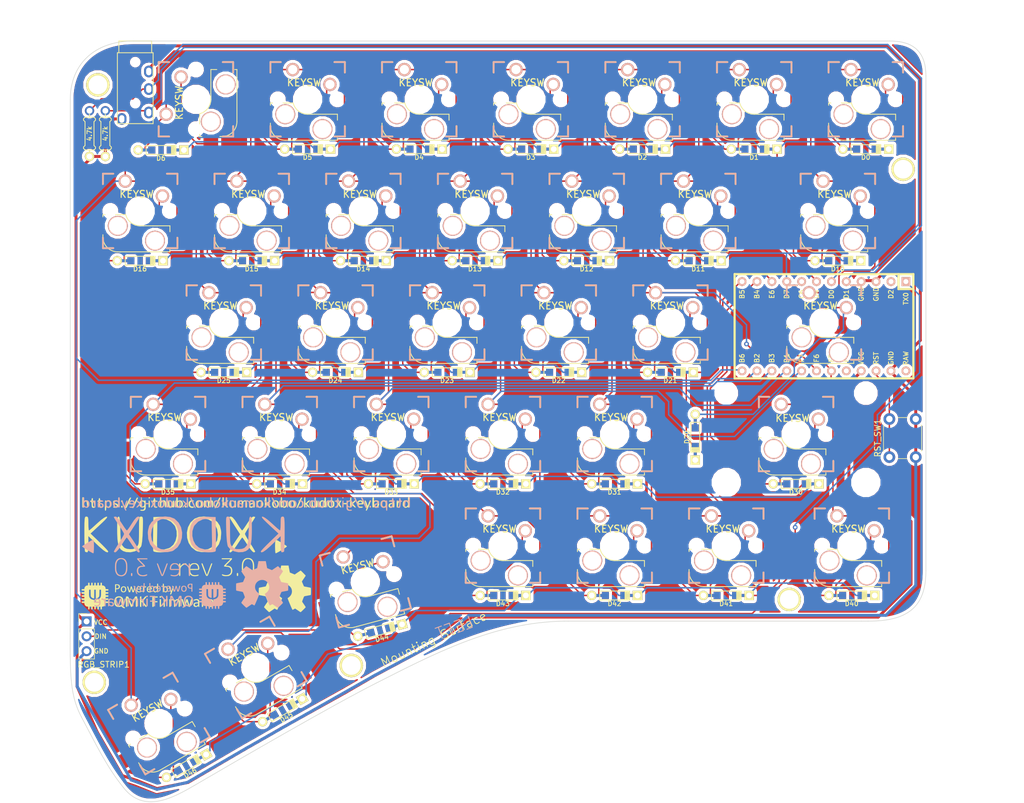
<source format=kicad_pcb>
(kicad_pcb (version 20171130) (host pcbnew "(6.0.0-rc1-dev-1469-g932b9a334)")
  (title_block (title "Kudox Keyboard") (date 2020-01-30) (rev 3.0) (company "Kumao Kobo") (comment 1 "designed by x1 and inken") (comment 2 https://github.com/kumaokobo/kudox-keyboard/) (comment 4 "left hand side"))
  (layers (0 F.Cu signal) (31 B.Cu signal) (34 B.Paste user) (35 F.Paste user) (36 B.SilkS user) (37 F.SilkS user) (38 B.Mask user) (39 F.Mask user) (44 Edge.Cuts user))
  (net 0 "")
  (net 1 "Net-(D0-Pad2)")
  (net 2 row0)
  (net 3 "Net-(D1-Pad2)")
  (net 4 "Net-(D2-Pad2)")
  (net 5 "Net-(D3-Pad2)")
  (net 6 "Net-(D4-Pad2)")
  (net 7 "Net-(D5-Pad2)")
  (net 8 "Net-(D6-Pad2)")
  (net 9 "Net-(D10-Pad2)")
  (net 10 row1)
  (net 11 "Net-(D11-Pad2)")
  (net 12 "Net-(D12-Pad2)")
  (net 13 "Net-(D13-Pad2)")
  (net 14 "Net-(D14-Pad2)")
  (net 15 "Net-(D15-Pad2)")
  (net 16 "Net-(D16-Pad2)")
  (net 17 "Net-(D20-Pad2)")
  (net 18 row2)
  (net 19 "Net-(D21-Pad2)")
  (net 20 "Net-(D22-Pad2)")
  (net 21 "Net-(D23-Pad2)")
  (net 22 "Net-(D24-Pad2)")
  (net 23 "Net-(D25-Pad2)")
  (net 24 "Net-(D30-Pad2)")
  (net 25 row3)
  (net 26 "Net-(D31-Pad2)")
  (net 27 "Net-(D32-Pad2)")
  (net 28 "Net-(D33-Pad2)")
  (net 29 "Net-(D34-Pad2)")
  (net 30 "Net-(D35-Pad2)")
  (net 31 "Net-(D40-Pad2)")
  (net 32 row4)
  (net 33 "Net-(D41-Pad2)")
  (net 34 "Net-(D42-Pad2)")
  (net 35 "Net-(D43-Pad2)")
  (net 36 "Net-(D44-Pad2)")
  (net 37 "Net-(D45-Pad2)")
  (net 38 "Net-(D46-Pad2)")
  (net 39 col0)
  (net 40 col1)
  (net 41 col2)
  (net 42 col3)
  (net 43 col4)
  (net 44 col5)
  (net 45 col6)
  (net 46 VCC)
  (net 47 SDA)
  (net 48 SCL)
  (net 49 rgb_data)
  (net 50 GND)
  (net 51 RST)
  (net 52 "Net-(U1-Pad2)")
  (net 53 "Net-(U1-Pad8)")
  (net 54 "Net-(U1-Pad20)")
  (net 55 "Net-(U1-Pad24)")
  (module kudox_footprints:qmk-badge (layer B.Cu) (at 85.25 124.6 180)
    (fp_text reference G*** hide)
    (fp_text value LOGO hide)
  )
  (module kudox_footprints:qmk-badge (layer F.Cu) (at 83.25 124.7)
    (fp_text reference G*** hide)
    (fp_text value LOGO hide)
  )
  (module kudox_footprints:OSHW-Symbol_8.9x8mm_SilkScreen (layer F.Cu) (at 106.6 123.5)
    (fp_text reference REF*** hide)
    (fp_text value OSHW-Logo2_14.6x12mm_SilkScreen hide)
  )
  (module kudox_footprints:OSHW-Symbol_8.9x8mm_SilkScreen (layer B.Cu) (at 102.75 122.75 180)
    (fp_text reference REF*** hide)
    (fp_text value OSHW-Logo2_14.6x12mm_SilkScreen hide)
  )
  (module kudox_footprints:version_silk (layer F.Cu) (at 95.12 119.69)
    (fp_text reference G*** hide)
    (fp_text value LOGO hide)
  )
  (module kudox_footprints:version_silk (layer B.Cu) (at 83.9 119.7 180)
    (fp_text reference G*** hide)
    (fp_text value LOGO hide)
  )
  (module kudox_footprints:kudox-logo (layer F.Cu) (at 89.7 114.2)
    (fp_text reference G*** hide)
    (fp_text value LOGO hide)
  )
  (module kudox_footprints:kudox-logo (layer B.Cu) (at 89.3 114.2 180)
    (fp_text reference G*** hide)
    (fp_text value LOGO hide)
  )
  (module kudox_footprints:kudox_github_silk (layer F.Cu) (at 100 109)
    (fp_text reference G*** hide)
    (fp_text value LOGO hide)
  )
  (module kudox_footprints:kudox_github_silk (layer B.Cu) (at 100 109 180)
    (fp_text reference G*** hide)
    (fp_text value LOGO hide)
  )
  (module kudox_footprints:MX_socket_optional_100 (layer B.Cu) (at 120.33 122.29 195)
    (fp_text reference K44)
    (fp_text value KEYSW (at 0.6 2.85 195) (layer F.SilkS) (effects (font (size 1.2 1.2) (thickness 0.2))))
    (pad 2 smd rect (at 7.58 -2.54 195) (size 2.2 2.5) (layers F.Cu F.Paste F.Mask) (net 36 "Net-(D44-Pad2)"))
    (pad "" np_thru_hole circle (at -5.08 0 195) (size 1.7018 1.7018) (drill 1.7018) (layers *.Cu *.Mask))
    (pad "" np_thru_hole circle (at 5.08 0 195) (size 1.7018 1.7018) (drill 1.7018) (layers *.Cu *.Mask))
    (pad 2 thru_hole circle (at -3.81 2.54 195) (size 2.28 2.28) (drill 1.58) (layers *.Cu *.Mask B.SilkS) (net 36 "Net-(D44-Pad2)"))
    (pad "" np_thru_hole circle (at 0 0 195) (size 3.9878 3.9878) (drill 3.9878) (layers *.Cu *.Mask))
    (pad 1 thru_hole circle (at 2.54 5.08 195) (size 2.28 2.28) (drill 1.58) (layers *.Cu *.Mask B.SilkS) (net 43 col4))
    (pad "" thru_hole circle (at 3.81 -2.54 195) (size 3.4 3.4) (drill 3) (layers *.Cu *.Mask B.SilkS))
    (pad "" thru_hole circle (at -2.54 -5.08 195) (size 3.4 3.4) (drill 3) (layers *.Cu *.Mask B.SilkS))
    (pad 1 smd rect (at -6.29 -5.08 195) (size 2.2 2.5) (layers F.Cu F.Paste F.Mask) (net 43 col4))
  )
  (module kudox_footprints:Diode-dual (layer F.Cu) (at 122.83 130.55 15)
    (fp_text reference D44 (at -0.0254 1.4 15) (layer F.SilkS) (effects (font (size 0.8 0.8))))
    (fp_text value D hide)
    (pad 2 smd rect (at -2.7 0 15) (size 2.5 0.5) (layers B.Cu) (net 36 "Net-(D44-Pad2)"))
    (pad 2 smd rect (at -1.575 0 15) (size 1.2 1.2) (layers B.Cu B.Paste B.Mask) (net 36 "Net-(D44-Pad2)"))
    (pad 1 smd rect (at 1.575 0 15) (size 1.2 1.2) (layers B.Cu B.Paste B.Mask) (net 32 row4))
    (pad 1 smd rect (at 2.7 0 15) (size 2.5 0.5) (layers B.Cu) (net 32 row4))
    (pad 1 smd rect (at 1.575 0 15) (size 1.2 1.2) (layers F.Cu F.Paste F.Mask) (net 32 row4))
    (pad 2 smd rect (at -1.575 0 15) (size 1.2 1.2) (layers F.Cu F.Paste F.Mask) (net 36 "Net-(D44-Pad2)"))
    (pad 2 thru_hole circle (at -3.9 0 15) (size 1.6 1.6) (drill 1) (layers *.Cu *.Mask F.SilkS) (net 36 "Net-(D44-Pad2)"))
    (pad 1 thru_hole rect (at 3.9 0 15) (size 1.6 1.6) (drill 1) (layers *.Cu *.Mask F.SilkS) (net 32 row4))
    (pad 2 smd rect (at -2.7 0 15) (size 2.5 0.5) (layers F.Cu) (net 36 "Net-(D44-Pad2)"))
    (pad 1 smd rect (at 2.7 0 15) (size 2.5 0.5) (layers F.Cu) (net 32 row4))
  )
  (module kudox_footprints:Resistor-Compact (layer F.Cu) (at 76 45.8 90)
    (fp_text reference R2 hide)
    (fp_text value 4.7k (at 0 0 90) (layer F.SilkS) (effects (font (size 0.8 0.8))))
    (pad 2 thru_hole circle (at -3.9 0 90) (size 1.6 1.6) (drill 1) (layers *.Cu *.Mask F.SilkS) (net 46 VCC))
    (pad 1 thru_hole circle (at 3.9 0 90) (size 1.6 1.6) (drill 1) (layers *.Cu *.Mask) (net 48 SCL))
  )
  (module kudox_footprints:Resistor-Compact (layer F.Cu) (at 73.3 45.8 90)
    (fp_text reference R1 hide)
    (fp_text value 4.7k (at 0 0 90) (layer F.SilkS) (effects (font (size 0.8 0.8))))
    (pad 2 thru_hole circle (at -3.9 0 90) (size 1.6 1.6) (drill 1) (layers *.Cu *.Mask F.SilkS) (net 46 VCC))
    (pad 1 thru_hole circle (at 3.9 0 90) (size 1.6 1.6) (drill 1) (layers *.Cu *.Mask) (net 47 SDA))
  )
  (module kudox_footprints:MX_socket_optional_100 (layer B.Cu) (at 101.661039 136.899557 210)
    (fp_text reference K45)
    (fp_text value KEYSW (at 0.6 2.85 210) (layer F.SilkS) (effects (font (size 1.2 1.2) (thickness 0.2))))
    (pad 2 smd rect (at 7.580001 -2.54 210) (size 2.2 2.5) (layers F.Cu F.Paste F.Mask) (net 37 "Net-(D45-Pad2)"))
    (pad "" np_thru_hole circle (at -5.08 0 210) (size 1.7018 1.7018) (drill 1.7018) (layers *.Cu *.Mask))
    (pad "" np_thru_hole circle (at 5.08 0 210) (size 1.7018 1.7018) (drill 1.7018) (layers *.Cu *.Mask))
    (pad 2 thru_hole circle (at -3.81 2.54 210) (size 2.28 2.28) (drill 1.58) (layers *.Cu *.Mask B.SilkS) (net 37 "Net-(D45-Pad2)"))
    (pad "" np_thru_hole circle (at 0 0 210) (size 3.9878 3.9878) (drill 3.9878) (layers *.Cu *.Mask))
    (pad 1 thru_hole circle (at 2.54 5.08 210) (size 2.28 2.28) (drill 1.58) (layers *.Cu *.Mask B.SilkS) (net 44 col5))
    (pad "" thru_hole circle (at 3.81 -2.54 210) (size 3.4 3.4) (drill 3) (layers *.Cu *.Mask B.SilkS))
    (pad "" thru_hole circle (at -2.54 -5.08 210) (size 3.4 3.4) (drill 3) (layers *.Cu *.Mask B.SilkS))
    (pad 1 smd rect (at -6.29 -5.08 210) (size 2.2 2.5) (layers F.Cu F.Paste F.Mask) (net 44 col5))
  )
  (module kudox_footprints:Diode-dual (layer F.Cu) (at 106.2 144.2 30)
    (fp_text reference D45 (at -0.0254 1.4 30) (layer F.SilkS) (effects (font (size 0.8 0.8))))
    (fp_text value D hide)
    (pad 2 smd rect (at -2.7 0 30) (size 2.5 0.5) (layers B.Cu) (net 37 "Net-(D45-Pad2)"))
    (pad 2 smd rect (at -1.575 0 30) (size 1.2 1.2) (layers B.Cu B.Paste B.Mask) (net 37 "Net-(D45-Pad2)"))
    (pad 1 smd rect (at 1.575 0 30) (size 1.2 1.2) (layers B.Cu B.Paste B.Mask) (net 32 row4))
    (pad 1 smd rect (at 2.7 0 30) (size 2.5 0.5) (layers B.Cu) (net 32 row4))
    (pad 1 smd rect (at 1.575 0 30) (size 1.2 1.2) (layers F.Cu F.Paste F.Mask) (net 32 row4))
    (pad 2 smd rect (at -1.575 0 30) (size 1.2 1.2) (layers F.Cu F.Paste F.Mask) (net 37 "Net-(D45-Pad2)"))
    (pad 2 thru_hole circle (at -3.9 0 30) (size 1.6 1.6) (drill 1) (layers *.Cu *.Mask F.SilkS) (net 37 "Net-(D45-Pad2)"))
    (pad 1 thru_hole rect (at 3.9 0 30) (size 1.6 1.6) (drill 1) (layers *.Cu *.Mask F.SilkS) (net 32 row4))
    (pad 2 smd rect (at -2.7 0 30) (size 2.5 0.5) (layers F.Cu) (net 37 "Net-(D45-Pad2)"))
    (pad 1 smd rect (at 2.7 0 30) (size 2.5 0.5) (layers F.Cu) (net 32 row4))
  )
  (module kudox_footprints:MX_socket_optional_225 (layer B.Cu) (at 193.79 97.07 180)
    (fp_text reference K30)
    (fp_text value KEYSW (at 0.6 2.7 180) (layer F.SilkS) (effects (font (size 1.2 1.2) (thickness 0.2))))
    (pad 2 smd rect (at 7.58 -2.54 180) (size 2.2 2.5) (layers F.Cu F.Paste F.Mask) (net 24 "Net-(D30-Pad2)"))
    (pad "" np_thru_hole circle (at -5.08 0 180) (size 1.7018 1.7018) (drill 1.7018) (layers *.Cu *.Mask))
    (pad "" np_thru_hole circle (at 5.08 0 180) (size 1.7018 1.7018) (drill 1.7018) (layers *.Cu *.Mask))
    (pad 2 thru_hole circle (at -3.81 2.54 180) (size 2.28 2.28) (drill 1.58) (layers *.Cu *.Mask B.SilkS) (net 24 "Net-(D30-Pad2)"))
    (pad "" np_thru_hole circle (at 0 0 180) (size 3.9878 3.9878) (drill 3.9878) (layers *.Cu *.Mask))
    (pad 1 thru_hole circle (at 2.54 5.08 180) (size 2.28 2.28) (drill 1.58) (layers *.Cu *.Mask B.SilkS) (net 39 col0))
    (pad "" thru_hole circle (at 3.81 -2.54 180) (size 3.4 3.4) (drill 3) (layers *.Cu *.Mask B.SilkS))
    (pad "" thru_hole circle (at -2.54 -5.08 180) (size 3.4 3.4) (drill 3) (layers *.Cu *.Mask B.SilkS))
    (pad 1 smd rect (at -6.29 -5.08 180) (size 2.2 2.5) (layers F.Cu F.Paste F.Mask) (net 39 col0))
  )
  (module kudox_footprints:MX_socket_optional_175 (layer B.Cu) (at 198.55 78.03 180)
    (fp_text reference K20)
    (fp_text value KEYSW (at 0.6 2.85 180) (layer F.SilkS) (effects (font (size 1.2 1.2) (thickness 0.2))))
    (pad 2 smd rect (at 7.58 -2.54 180) (size 2.2 2.5) (layers F.Cu F.Paste F.Mask) (net 17 "Net-(D20-Pad2)"))
    (pad "" np_thru_hole circle (at -5.08 0 180) (size 1.7018 1.7018) (drill 1.7018) (layers *.Cu *.Mask))
    (pad "" np_thru_hole circle (at 5.08 0 180) (size 1.7018 1.7018) (drill 1.7018) (layers *.Cu *.Mask))
    (pad 2 thru_hole circle (at -3.81 2.54 180) (size 2.28 2.28) (drill 1.58) (layers *.Cu *.Mask B.SilkS) (net 17 "Net-(D20-Pad2)"))
    (pad "" np_thru_hole circle (at 0 0 180) (size 3.9878 3.9878) (drill 3.9878) (layers *.Cu *.Mask))
    (pad 1 thru_hole circle (at 2.54 5.08 180) (size 2.28 2.28) (drill 1.58) (layers *.Cu *.Mask B.SilkS) (net 39 col0))
    (pad "" thru_hole circle (at 3.81 -2.54 180) (size 3.4 3.4) (drill 3) (layers *.Cu *.Mask B.SilkS))
    (pad "" thru_hole circle (at -2.54 -5.08 180) (size 3.4 3.4) (drill 3) (layers *.Cu *.Mask B.SilkS))
    (pad 1 smd rect (at -6.29 -5.08 180) (size 2.2 2.5) (layers F.Cu F.Paste F.Mask) (net 39 col0))
  )
  (module kudox_footprints:MX_socket_optional_150 (layer B.Cu) (at 200.93 58.99 180)
    (fp_text reference K10)
    (fp_text value KEYSW (at 0.6 2.85 180) (layer F.SilkS) (effects (font (size 1.2 1.2) (thickness 0.2))))
    (pad 2 smd rect (at 7.58 -2.54 180) (size 2.2 2.5) (layers F.Cu F.Paste F.Mask) (net 9 "Net-(D10-Pad2)"))
    (pad "" np_thru_hole circle (at -5.08 0 180) (size 1.7018 1.7018) (drill 1.7018) (layers *.Cu *.Mask))
    (pad "" np_thru_hole circle (at 5.08 0 180) (size 1.7018 1.7018) (drill 1.7018) (layers *.Cu *.Mask))
    (pad 2 thru_hole circle (at -3.81 2.54 180) (size 2.28 2.28) (drill 1.58) (layers *.Cu *.Mask B.SilkS) (net 9 "Net-(D10-Pad2)"))
    (pad "" np_thru_hole circle (at 0 0 180) (size 3.9878 3.9878) (drill 3.9878) (layers *.Cu *.Mask))
    (pad 1 thru_hole circle (at 2.54 5.08 180) (size 2.28 2.28) (drill 1.58) (layers *.Cu *.Mask B.SilkS) (net 39 col0))
    (pad "" thru_hole circle (at 3.81 -2.54 180) (size 3.4 3.4) (drill 3) (layers *.Cu *.Mask B.SilkS))
    (pad "" thru_hole circle (at -2.54 -5.08 180) (size 3.4 3.4) (drill 3) (layers *.Cu *.Mask B.SilkS))
    (pad 1 smd rect (at -6.29 -5.08 180) (size 2.2 2.5) (layers F.Cu F.Paste F.Mask) (net 39 col0))
  )
  (module kudox_footprints:MX_socket_optional_100 (layer B.Cu) (at 124.77 97.07 180)
    (fp_text reference K33)
    (fp_text value KEYSW (at 0.6 2.85 180) (layer F.SilkS) (effects (font (size 1.2 1.2) (thickness 0.2))))
    (pad 2 smd rect (at 7.58 -2.54 180) (size 2.2 2.5) (layers F.Cu F.Paste F.Mask) (net 28 "Net-(D33-Pad2)"))
    (pad "" np_thru_hole circle (at -5.08 0 180) (size 1.7018 1.7018) (drill 1.7018) (layers *.Cu *.Mask))
    (pad "" np_thru_hole circle (at 5.08 0 180) (size 1.7018 1.7018) (drill 1.7018) (layers *.Cu *.Mask))
    (pad 2 thru_hole circle (at -3.81 2.54 180) (size 2.28 2.28) (drill 1.58) (layers *.Cu *.Mask B.SilkS) (net 28 "Net-(D33-Pad2)"))
    (pad "" np_thru_hole circle (at 0 0 180) (size 3.9878 3.9878) (drill 3.9878) (layers *.Cu *.Mask))
    (pad 1 thru_hole circle (at 2.54 5.08 180) (size 2.28 2.28) (drill 1.58) (layers *.Cu *.Mask B.SilkS) (net 42 col3))
    (pad "" thru_hole circle (at 3.81 -2.54 180) (size 3.4 3.4) (drill 3) (layers *.Cu *.Mask B.SilkS))
    (pad "" thru_hole circle (at -2.54 -5.08 180) (size 3.4 3.4) (drill 3) (layers *.Cu *.Mask B.SilkS))
    (pad 1 smd rect (at -6.29 -5.08 180) (size 2.2 2.5) (layers F.Cu F.Paste F.Mask) (net 42 col3))
  )
  (module kudox_footprints:MX_socket_optional_100 (layer B.Cu) (at 134.29 78.03 180)
    (fp_text reference K23)
    (fp_text value KEYSW (at 0.6 2.85 180) (layer F.SilkS) (effects (font (size 1.2 1.2) (thickness 0.2))))
    (pad 2 smd rect (at 7.58 -2.54 180) (size 2.2 2.5) (layers F.Cu F.Paste F.Mask) (net 21 "Net-(D23-Pad2)"))
    (pad "" np_thru_hole circle (at -5.08 0 180) (size 1.7018 1.7018) (drill 1.7018) (layers *.Cu *.Mask))
    (pad "" np_thru_hole circle (at 5.08 0 180) (size 1.7018 1.7018) (drill 1.7018) (layers *.Cu *.Mask))
    (pad 2 thru_hole circle (at -3.81 2.54 180) (size 2.28 2.28) (drill 1.58) (layers *.Cu *.Mask B.SilkS) (net 21 "Net-(D23-Pad2)"))
    (pad "" np_thru_hole circle (at 0 0 180) (size 3.9878 3.9878) (drill 3.9878) (layers *.Cu *.Mask))
    (pad 1 thru_hole circle (at 2.54 5.08 180) (size 2.28 2.28) (drill 1.58) (layers *.Cu *.Mask B.SilkS) (net 42 col3))
    (pad "" thru_hole circle (at 3.81 -2.54 180) (size 3.4 3.4) (drill 3) (layers *.Cu *.Mask B.SilkS))
    (pad "" thru_hole circle (at -2.54 -5.08 180) (size 3.4 3.4) (drill 3) (layers *.Cu *.Mask B.SilkS))
    (pad 1 smd rect (at -6.29 -5.08 180) (size 2.2 2.5) (layers F.Cu F.Paste F.Mask) (net 42 col3))
  )
  (module kudox_footprints:MX_socket_optional_100 (layer B.Cu) (at 162.85 116.11 180)
    (fp_text reference K42)
    (fp_text value KEYSW (at 0.6 2.85 180) (layer F.SilkS) (effects (font (size 1.2 1.2) (thickness 0.2))))
    (pad 2 smd rect (at 7.58 -2.54 180) (size 2.2 2.5) (layers F.Cu F.Paste F.Mask) (net 34 "Net-(D42-Pad2)"))
    (pad "" np_thru_hole circle (at -5.08 0 180) (size 1.7018 1.7018) (drill 1.7018) (layers *.Cu *.Mask))
    (pad "" np_thru_hole circle (at 5.08 0 180) (size 1.7018 1.7018) (drill 1.7018) (layers *.Cu *.Mask))
    (pad 2 thru_hole circle (at -3.81 2.54 180) (size 2.28 2.28) (drill 1.58) (layers *.Cu *.Mask B.SilkS) (net 34 "Net-(D42-Pad2)"))
    (pad "" np_thru_hole circle (at 0 0 180) (size 3.9878 3.9878) (drill 3.9878) (layers *.Cu *.Mask))
    (pad 1 thru_hole circle (at 2.54 5.08 180) (size 2.28 2.28) (drill 1.58) (layers *.Cu *.Mask B.SilkS) (net 41 col2))
    (pad "" thru_hole circle (at 3.81 -2.54 180) (size 3.4 3.4) (drill 3) (layers *.Cu *.Mask B.SilkS))
    (pad "" thru_hole circle (at -2.54 -5.08 180) (size 3.4 3.4) (drill 3) (layers *.Cu *.Mask B.SilkS))
    (pad 1 smd rect (at -6.29 -5.08 180) (size 2.2 2.5) (layers F.Cu F.Paste F.Mask) (net 41 col2))
  )
  (module kudox_footprints:MX_socket_optional_100 (layer B.Cu) (at 85.14 146.46 210)
    (fp_text reference K46)
    (fp_text value KEYSW (at 0.6 2.85 210) (layer F.SilkS) (effects (font (size 1.2 1.2) (thickness 0.2))))
    (pad 2 smd rect (at 7.580001 -2.54 210) (size 2.2 2.5) (layers F.Cu F.Paste F.Mask) (net 38 "Net-(D46-Pad2)"))
    (pad "" np_thru_hole circle (at -5.08 0 210) (size 1.7018 1.7018) (drill 1.7018) (layers *.Cu *.Mask))
    (pad "" np_thru_hole circle (at 5.08 0 210) (size 1.7018 1.7018) (drill 1.7018) (layers *.Cu *.Mask))
    (pad 2 thru_hole circle (at -3.81 2.54 210) (size 2.28 2.28) (drill 1.58) (layers *.Cu *.Mask B.SilkS) (net 38 "Net-(D46-Pad2)"))
    (pad "" np_thru_hole circle (at 0 0 210) (size 3.9878 3.9878) (drill 3.9878) (layers *.Cu *.Mask))
    (pad 1 thru_hole circle (at 2.54 5.08 210) (size 2.28 2.28) (drill 1.58) (layers *.Cu *.Mask B.SilkS) (net 45 col6))
    (pad "" thru_hole circle (at 3.81 -2.54 210) (size 3.4 3.4) (drill 3) (layers *.Cu *.Mask B.SilkS))
    (pad "" thru_hole circle (at -2.54 -5.08 210) (size 3.4 3.4) (drill 3) (layers *.Cu *.Mask B.SilkS))
    (pad 1 smd rect (at -6.29 -5.08 210) (size 2.2 2.5) (layers F.Cu F.Paste F.Mask) (net 45 col6))
  )
  (module kudox_footprints:MX_socket_optional_100 (layer B.Cu) (at 143.81 116.11 180)
    (fp_text reference K43)
    (fp_text value KEYSW (at 0.6 2.85 180) (layer F.SilkS) (effects (font (size 1.2 1.2) (thickness 0.2))))
    (pad 2 smd rect (at 7.58 -2.54 180) (size 2.2 2.5) (layers F.Cu F.Paste F.Mask) (net 35 "Net-(D43-Pad2)"))
    (pad "" np_thru_hole circle (at -5.08 0 180) (size 1.7018 1.7018) (drill 1.7018) (layers *.Cu *.Mask))
    (pad "" np_thru_hole circle (at 5.08 0 180) (size 1.7018 1.7018) (drill 1.7018) (layers *.Cu *.Mask))
    (pad 2 thru_hole circle (at -3.81 2.54 180) (size 2.28 2.28) (drill 1.58) (layers *.Cu *.Mask B.SilkS) (net 35 "Net-(D43-Pad2)"))
    (pad "" np_thru_hole circle (at 0 0 180) (size 3.9878 3.9878) (drill 3.9878) (layers *.Cu *.Mask))
    (pad 1 thru_hole circle (at 2.54 5.08 180) (size 2.28 2.28) (drill 1.58) (layers *.Cu *.Mask B.SilkS) (net 42 col3))
    (pad "" thru_hole circle (at 3.81 -2.54 180) (size 3.4 3.4) (drill 3) (layers *.Cu *.Mask B.SilkS))
    (pad "" thru_hole circle (at -2.54 -5.08 180) (size 3.4 3.4) (drill 3) (layers *.Cu *.Mask B.SilkS))
    (pad 1 smd rect (at -6.29 -5.08 180) (size 2.2 2.5) (layers F.Cu F.Paste F.Mask) (net 42 col3))
  )
  (module kudox_footprints:MX_socket_optional_100 (layer B.Cu) (at 181.89 116.11 180)
    (fp_text reference K41)
    (fp_text value KEYSW (at 0.6 2.85 180) (layer F.SilkS) (effects (font (size 1.2 1.2) (thickness 0.2))))
    (pad 2 smd rect (at 7.58 -2.54 180) (size 2.2 2.5) (layers F.Cu F.Paste F.Mask) (net 33 "Net-(D41-Pad2)"))
    (pad "" np_thru_hole circle (at -5.08 0 180) (size 1.7018 1.7018) (drill 1.7018) (layers *.Cu *.Mask))
    (pad "" np_thru_hole circle (at 5.08 0 180) (size 1.7018 1.7018) (drill 1.7018) (layers *.Cu *.Mask))
    (pad 2 thru_hole circle (at -3.81 2.54 180) (size 2.28 2.28) (drill 1.58) (layers *.Cu *.Mask B.SilkS) (net 33 "Net-(D41-Pad2)"))
    (pad "" np_thru_hole circle (at 0 0 180) (size 3.9878 3.9878) (drill 3.9878) (layers *.Cu *.Mask))
    (pad 1 thru_hole circle (at 2.54 5.08 180) (size 2.28 2.28) (drill 1.58) (layers *.Cu *.Mask B.SilkS) (net 40 col1))
    (pad "" thru_hole circle (at 3.81 -2.54 180) (size 3.4 3.4) (drill 3) (layers *.Cu *.Mask B.SilkS))
    (pad "" thru_hole circle (at -2.54 -5.08 180) (size 3.4 3.4) (drill 3) (layers *.Cu *.Mask B.SilkS))
    (pad 1 smd rect (at -6.29 -5.08 180) (size 2.2 2.5) (layers F.Cu F.Paste F.Mask) (net 40 col1))
  )
  (module kudox_footprints:MX_socket_optional_100 (layer B.Cu) (at 86.69 97.07 180)
    (fp_text reference K35)
    (fp_text value KEYSW (at 0.6 2.85 180) (layer F.SilkS) (effects (font (size 1.2 1.2) (thickness 0.2))))
    (pad 2 smd rect (at 7.58 -2.54 180) (size 2.2 2.5) (layers F.Cu F.Paste F.Mask) (net 30 "Net-(D35-Pad2)"))
    (pad "" np_thru_hole circle (at -5.08 0 180) (size 1.7018 1.7018) (drill 1.7018) (layers *.Cu *.Mask))
    (pad "" np_thru_hole circle (at 5.08 0 180) (size 1.7018 1.7018) (drill 1.7018) (layers *.Cu *.Mask))
    (pad 2 thru_hole circle (at -3.81 2.54 180) (size 2.28 2.28) (drill 1.58) (layers *.Cu *.Mask B.SilkS) (net 30 "Net-(D35-Pad2)"))
    (pad "" np_thru_hole circle (at 0 0 180) (size 3.9878 3.9878) (drill 3.9878) (layers *.Cu *.Mask))
    (pad 1 thru_hole circle (at 2.54 5.08 180) (size 2.28 2.28) (drill 1.58) (layers *.Cu *.Mask B.SilkS) (net 44 col5))
    (pad "" thru_hole circle (at 3.81 -2.54 180) (size 3.4 3.4) (drill 3) (layers *.Cu *.Mask B.SilkS))
    (pad "" thru_hole circle (at -2.54 -5.08 180) (size 3.4 3.4) (drill 3) (layers *.Cu *.Mask B.SilkS))
    (pad 1 smd rect (at -6.29 -5.08 180) (size 2.2 2.5) (layers F.Cu F.Paste F.Mask) (net 44 col5))
  )
  (module kudox_footprints:MX_socket_optional_100 (layer B.Cu) (at 105.73 97.07 180)
    (fp_text reference K34)
    (fp_text value KEYSW (at 0.6 2.85 180) (layer F.SilkS) (effects (font (size 1.2 1.2) (thickness 0.2))))
    (pad 2 smd rect (at 7.58 -2.54 180) (size 2.2 2.5) (layers F.Cu F.Paste F.Mask) (net 29 "Net-(D34-Pad2)"))
    (pad "" np_thru_hole circle (at -5.08 0 180) (size 1.7018 1.7018) (drill 1.7018) (layers *.Cu *.Mask))
    (pad "" np_thru_hole circle (at 5.08 0 180) (size 1.7018 1.7018) (drill 1.7018) (layers *.Cu *.Mask))
    (pad 2 thru_hole circle (at -3.81 2.54 180) (size 2.28 2.28) (drill 1.58) (layers *.Cu *.Mask B.SilkS) (net 29 "Net-(D34-Pad2)"))
    (pad "" np_thru_hole circle (at 0 0 180) (size 3.9878 3.9878) (drill 3.9878) (layers *.Cu *.Mask))
    (pad 1 thru_hole circle (at 2.54 5.08 180) (size 2.28 2.28) (drill 1.58) (layers *.Cu *.Mask B.SilkS) (net 43 col4))
    (pad "" thru_hole circle (at 3.81 -2.54 180) (size 3.4 3.4) (drill 3) (layers *.Cu *.Mask B.SilkS))
    (pad "" thru_hole circle (at -2.54 -5.08 180) (size 3.4 3.4) (drill 3) (layers *.Cu *.Mask B.SilkS))
    (pad 1 smd rect (at -6.29 -5.08 180) (size 2.2 2.5) (layers F.Cu F.Paste F.Mask) (net 43 col4))
  )
  (module kudox_footprints:MX_socket_optional_100 (layer B.Cu) (at 143.81 97.07 180)
    (fp_text reference K32)
    (fp_text value KEYSW (at 0.6 2.85 180) (layer F.SilkS) (effects (font (size 1.2 1.2) (thickness 0.2))))
    (pad 2 smd rect (at 7.58 -2.54 180) (size 2.2 2.5) (layers F.Cu F.Paste F.Mask) (net 27 "Net-(D32-Pad2)"))
    (pad "" np_thru_hole circle (at -5.08 0 180) (size 1.7018 1.7018) (drill 1.7018) (layers *.Cu *.Mask))
    (pad "" np_thru_hole circle (at 5.08 0 180) (size 1.7018 1.7018) (drill 1.7018) (layers *.Cu *.Mask))
    (pad 2 thru_hole circle (at -3.81 2.54 180) (size 2.28 2.28) (drill 1.58) (layers *.Cu *.Mask B.SilkS) (net 27 "Net-(D32-Pad2)"))
    (pad "" np_thru_hole circle (at 0 0 180) (size 3.9878 3.9878) (drill 3.9878) (layers *.Cu *.Mask))
    (pad 1 thru_hole circle (at 2.54 5.08 180) (size 2.28 2.28) (drill 1.58) (layers *.Cu *.Mask B.SilkS) (net 41 col2))
    (pad "" thru_hole circle (at 3.81 -2.54 180) (size 3.4 3.4) (drill 3) (layers *.Cu *.Mask B.SilkS))
    (pad "" thru_hole circle (at -2.54 -5.08 180) (size 3.4 3.4) (drill 3) (layers *.Cu *.Mask B.SilkS))
    (pad 1 smd rect (at -6.29 -5.08 180) (size 2.2 2.5) (layers F.Cu F.Paste F.Mask) (net 41 col2))
  )
  (module kudox_footprints:MX_socket_optional_100 (layer B.Cu) (at 162.85 97.07 180)
    (fp_text reference K31)
    (fp_text value KEYSW (at 0.6 2.85 180) (layer F.SilkS) (effects (font (size 1.2 1.2) (thickness 0.2))))
    (pad 2 smd rect (at 7.58 -2.54 180) (size 2.2 2.5) (layers F.Cu F.Paste F.Mask) (net 26 "Net-(D31-Pad2)"))
    (pad "" np_thru_hole circle (at -5.08 0 180) (size 1.7018 1.7018) (drill 1.7018) (layers *.Cu *.Mask))
    (pad "" np_thru_hole circle (at 5.08 0 180) (size 1.7018 1.7018) (drill 1.7018) (layers *.Cu *.Mask))
    (pad 2 thru_hole circle (at -3.81 2.54 180) (size 2.28 2.28) (drill 1.58) (layers *.Cu *.Mask B.SilkS) (net 26 "Net-(D31-Pad2)"))
    (pad "" np_thru_hole circle (at 0 0 180) (size 3.9878 3.9878) (drill 3.9878) (layers *.Cu *.Mask))
    (pad 1 thru_hole circle (at 2.54 5.08 180) (size 2.28 2.28) (drill 1.58) (layers *.Cu *.Mask B.SilkS) (net 40 col1))
    (pad "" thru_hole circle (at 3.81 -2.54 180) (size 3.4 3.4) (drill 3) (layers *.Cu *.Mask B.SilkS))
    (pad "" thru_hole circle (at -2.54 -5.08 180) (size 3.4 3.4) (drill 3) (layers *.Cu *.Mask B.SilkS))
    (pad 1 smd rect (at -6.29 -5.08 180) (size 2.2 2.5) (layers F.Cu F.Paste F.Mask) (net 40 col1))
  )
  (module kudox_footprints:MX_socket_optional_100 (layer B.Cu) (at 96.21 78.03 180)
    (fp_text reference K25)
    (fp_text value KEYSW (at 0.6 2.85 180) (layer F.SilkS) (effects (font (size 1.2 1.2) (thickness 0.2))))
    (pad 2 smd rect (at 7.58 -2.54 180) (size 2.2 2.5) (layers F.Cu F.Paste F.Mask) (net 23 "Net-(D25-Pad2)"))
    (pad "" np_thru_hole circle (at -5.08 0 180) (size 1.7018 1.7018) (drill 1.7018) (layers *.Cu *.Mask))
    (pad "" np_thru_hole circle (at 5.08 0 180) (size 1.7018 1.7018) (drill 1.7018) (layers *.Cu *.Mask))
    (pad 2 thru_hole circle (at -3.81 2.54 180) (size 2.28 2.28) (drill 1.58) (layers *.Cu *.Mask B.SilkS) (net 23 "Net-(D25-Pad2)"))
    (pad "" np_thru_hole circle (at 0 0 180) (size 3.9878 3.9878) (drill 3.9878) (layers *.Cu *.Mask))
    (pad 1 thru_hole circle (at 2.54 5.08 180) (size 2.28 2.28) (drill 1.58) (layers *.Cu *.Mask B.SilkS) (net 44 col5))
    (pad "" thru_hole circle (at 3.81 -2.54 180) (size 3.4 3.4) (drill 3) (layers *.Cu *.Mask B.SilkS))
    (pad "" thru_hole circle (at -2.54 -5.08 180) (size 3.4 3.4) (drill 3) (layers *.Cu *.Mask B.SilkS))
    (pad 1 smd rect (at -6.29 -5.08 180) (size 2.2 2.5) (layers F.Cu F.Paste F.Mask) (net 44 col5))
  )
  (module kudox_footprints:MX_socket_optional_100 (layer B.Cu) (at 115.25 78.03 180)
    (fp_text reference K24)
    (fp_text value KEYSW (at 0.6 2.85 180) (layer F.SilkS) (effects (font (size 1.2 1.2) (thickness 0.2))))
    (pad 2 smd rect (at 7.58 -2.54 180) (size 2.2 2.5) (layers F.Cu F.Paste F.Mask) (net 22 "Net-(D24-Pad2)"))
    (pad "" np_thru_hole circle (at -5.08 0 180) (size 1.7018 1.7018) (drill 1.7018) (layers *.Cu *.Mask))
    (pad "" np_thru_hole circle (at 5.08 0 180) (size 1.7018 1.7018) (drill 1.7018) (layers *.Cu *.Mask))
    (pad 2 thru_hole circle (at -3.81 2.54 180) (size 2.28 2.28) (drill 1.58) (layers *.Cu *.Mask B.SilkS) (net 22 "Net-(D24-Pad2)"))
    (pad "" np_thru_hole circle (at 0 0 180) (size 3.9878 3.9878) (drill 3.9878) (layers *.Cu *.Mask))
    (pad 1 thru_hole circle (at 2.54 5.08 180) (size 2.28 2.28) (drill 1.58) (layers *.Cu *.Mask B.SilkS) (net 43 col4))
    (pad "" thru_hole circle (at 3.81 -2.54 180) (size 3.4 3.4) (drill 3) (layers *.Cu *.Mask B.SilkS))
    (pad "" thru_hole circle (at -2.54 -5.08 180) (size 3.4 3.4) (drill 3) (layers *.Cu *.Mask B.SilkS))
    (pad 1 smd rect (at -6.29 -5.08 180) (size 2.2 2.5) (layers F.Cu F.Paste F.Mask) (net 43 col4))
  )
  (module kudox_footprints:MX_socket_optional_100 (layer B.Cu) (at 153.33 78.03 180)
    (fp_text reference K22)
    (fp_text value KEYSW (at 0.6 2.85 180) (layer F.SilkS) (effects (font (size 1.2 1.2) (thickness 0.2))))
    (pad 2 smd rect (at 7.58 -2.54 180) (size 2.2 2.5) (layers F.Cu F.Paste F.Mask) (net 20 "Net-(D22-Pad2)"))
    (pad "" np_thru_hole circle (at -5.08 0 180) (size 1.7018 1.7018) (drill 1.7018) (layers *.Cu *.Mask))
    (pad "" np_thru_hole circle (at 5.08 0 180) (size 1.7018 1.7018) (drill 1.7018) (layers *.Cu *.Mask))
    (pad 2 thru_hole circle (at -3.81 2.54 180) (size 2.28 2.28) (drill 1.58) (layers *.Cu *.Mask B.SilkS) (net 20 "Net-(D22-Pad2)"))
    (pad "" np_thru_hole circle (at 0 0 180) (size 3.9878 3.9878) (drill 3.9878) (layers *.Cu *.Mask))
    (pad 1 thru_hole circle (at 2.54 5.08 180) (size 2.28 2.28) (drill 1.58) (layers *.Cu *.Mask B.SilkS) (net 41 col2))
    (pad "" thru_hole circle (at 3.81 -2.54 180) (size 3.4 3.4) (drill 3) (layers *.Cu *.Mask B.SilkS))
    (pad "" thru_hole circle (at -2.54 -5.08 180) (size 3.4 3.4) (drill 3) (layers *.Cu *.Mask B.SilkS))
    (pad 1 smd rect (at -6.29 -5.08 180) (size 2.2 2.5) (layers F.Cu F.Paste F.Mask) (net 41 col2))
  )
  (module kudox_footprints:MX_socket_optional_100 (layer B.Cu) (at 172.37 78.03 180)
    (fp_text reference K21)
    (fp_text value KEYSW (at 0.6 2.85 180) (layer F.SilkS) (effects (font (size 1.2 1.2) (thickness 0.2))))
    (pad 2 smd rect (at 7.58 -2.54 180) (size 2.2 2.5) (layers F.Cu F.Paste F.Mask) (net 19 "Net-(D21-Pad2)"))
    (pad "" np_thru_hole circle (at -5.08 0 180) (size 1.7018 1.7018) (drill 1.7018) (layers *.Cu *.Mask))
    (pad "" np_thru_hole circle (at 5.08 0 180) (size 1.7018 1.7018) (drill 1.7018) (layers *.Cu *.Mask))
    (pad 2 thru_hole circle (at -3.81 2.54 180) (size 2.28 2.28) (drill 1.58) (layers *.Cu *.Mask B.SilkS) (net 19 "Net-(D21-Pad2)"))
    (pad "" np_thru_hole circle (at 0 0 180) (size 3.9878 3.9878) (drill 3.9878) (layers *.Cu *.Mask))
    (pad 1 thru_hole circle (at 2.54 5.08 180) (size 2.28 2.28) (drill 1.58) (layers *.Cu *.Mask B.SilkS) (net 40 col1))
    (pad "" thru_hole circle (at 3.81 -2.54 180) (size 3.4 3.4) (drill 3) (layers *.Cu *.Mask B.SilkS))
    (pad "" thru_hole circle (at -2.54 -5.08 180) (size 3.4 3.4) (drill 3) (layers *.Cu *.Mask B.SilkS))
    (pad 1 smd rect (at -6.29 -5.08 180) (size 2.2 2.5) (layers F.Cu F.Paste F.Mask) (net 40 col1))
  )
  (module kudox_footprints:MX_socket_optional_100 (layer B.Cu) (at 81.93 58.99 180)
    (fp_text reference K16)
    (fp_text value KEYSW (at 0.6 2.85 180) (layer F.SilkS) (effects (font (size 1.2 1.2) (thickness 0.2))))
    (pad 2 smd rect (at 7.58 -2.54 180) (size 2.2 2.5) (layers F.Cu F.Paste F.Mask) (net 16 "Net-(D16-Pad2)"))
    (pad "" np_thru_hole circle (at -5.08 0 180) (size 1.7018 1.7018) (drill 1.7018) (layers *.Cu *.Mask))
    (pad "" np_thru_hole circle (at 5.08 0 180) (size 1.7018 1.7018) (drill 1.7018) (layers *.Cu *.Mask))
    (pad 2 thru_hole circle (at -3.81 2.54 180) (size 2.28 2.28) (drill 1.58) (layers *.Cu *.Mask B.SilkS) (net 16 "Net-(D16-Pad2)"))
    (pad "" np_thru_hole circle (at 0 0 180) (size 3.9878 3.9878) (drill 3.9878) (layers *.Cu *.Mask))
    (pad 1 thru_hole circle (at 2.54 5.08 180) (size 2.28 2.28) (drill 1.58) (layers *.Cu *.Mask B.SilkS) (net 45 col6))
    (pad "" thru_hole circle (at 3.81 -2.54 180) (size 3.4 3.4) (drill 3) (layers *.Cu *.Mask B.SilkS))
    (pad "" thru_hole circle (at -2.54 -5.08 180) (size 3.4 3.4) (drill 3) (layers *.Cu *.Mask B.SilkS))
    (pad 1 smd rect (at -6.29 -5.08 180) (size 2.2 2.5) (layers F.Cu F.Paste F.Mask) (net 45 col6))
  )
  (module kudox_footprints:MX_socket_optional_100 (layer B.Cu) (at 100.97 58.99 180)
    (fp_text reference K15)
    (fp_text value KEYSW (at 0.6 2.85 180) (layer F.SilkS) (effects (font (size 1.2 1.2) (thickness 0.2))))
    (pad 2 smd rect (at 7.58 -2.54 180) (size 2.2 2.5) (layers F.Cu F.Paste F.Mask) (net 15 "Net-(D15-Pad2)"))
    (pad "" np_thru_hole circle (at -5.08 0 180) (size 1.7018 1.7018) (drill 1.7018) (layers *.Cu *.Mask))
    (pad "" np_thru_hole circle (at 5.08 0 180) (size 1.7018 1.7018) (drill 1.7018) (layers *.Cu *.Mask))
    (pad 2 thru_hole circle (at -3.81 2.54 180) (size 2.28 2.28) (drill 1.58) (layers *.Cu *.Mask B.SilkS) (net 15 "Net-(D15-Pad2)"))
    (pad "" np_thru_hole circle (at 0 0 180) (size 3.9878 3.9878) (drill 3.9878) (layers *.Cu *.Mask))
    (pad 1 thru_hole circle (at 2.54 5.08 180) (size 2.28 2.28) (drill 1.58) (layers *.Cu *.Mask B.SilkS) (net 44 col5))
    (pad "" thru_hole circle (at 3.81 -2.54 180) (size 3.4 3.4) (drill 3) (layers *.Cu *.Mask B.SilkS))
    (pad "" thru_hole circle (at -2.54 -5.08 180) (size 3.4 3.4) (drill 3) (layers *.Cu *.Mask B.SilkS))
    (pad 1 smd rect (at -6.29 -5.08 180) (size 2.2 2.5) (layers F.Cu F.Paste F.Mask) (net 44 col5))
  )
  (module kudox_footprints:MX_socket_optional_100 (layer B.Cu) (at 120.01 58.99 180)
    (fp_text reference K14)
    (fp_text value KEYSW (at 0.6 2.85 180) (layer F.SilkS) (effects (font (size 1.2 1.2) (thickness 0.2))))
    (pad 2 smd rect (at 7.58 -2.54 180) (size 2.2 2.5) (layers F.Cu F.Paste F.Mask) (net 14 "Net-(D14-Pad2)"))
    (pad "" np_thru_hole circle (at -5.08 0 180) (size 1.7018 1.7018) (drill 1.7018) (layers *.Cu *.Mask))
    (pad "" np_thru_hole circle (at 5.08 0 180) (size 1.7018 1.7018) (drill 1.7018) (layers *.Cu *.Mask))
    (pad 2 thru_hole circle (at -3.81 2.54 180) (size 2.28 2.28) (drill 1.58) (layers *.Cu *.Mask B.SilkS) (net 14 "Net-(D14-Pad2)"))
    (pad "" np_thru_hole circle (at 0 0 180) (size 3.9878 3.9878) (drill 3.9878) (layers *.Cu *.Mask))
    (pad 1 thru_hole circle (at 2.54 5.08 180) (size 2.28 2.28) (drill 1.58) (layers *.Cu *.Mask B.SilkS) (net 43 col4))
    (pad "" thru_hole circle (at 3.81 -2.54 180) (size 3.4 3.4) (drill 3) (layers *.Cu *.Mask B.SilkS))
    (pad "" thru_hole circle (at -2.54 -5.08 180) (size 3.4 3.4) (drill 3) (layers *.Cu *.Mask B.SilkS))
    (pad 1 smd rect (at -6.29 -5.08 180) (size 2.2 2.5) (layers F.Cu F.Paste F.Mask) (net 43 col4))
  )
  (module kudox_footprints:MX_socket_optional_100 (layer B.Cu) (at 139.05 58.99 180)
    (fp_text reference K13)
    (fp_text value KEYSW (at 0.6 2.85 180) (layer F.SilkS) (effects (font (size 1.2 1.2) (thickness 0.2))))
    (pad 2 smd rect (at 7.58 -2.54 180) (size 2.2 2.5) (layers F.Cu F.Paste F.Mask) (net 13 "Net-(D13-Pad2)"))
    (pad "" np_thru_hole circle (at -5.08 0 180) (size 1.7018 1.7018) (drill 1.7018) (layers *.Cu *.Mask))
    (pad "" np_thru_hole circle (at 5.08 0 180) (size 1.7018 1.7018) (drill 1.7018) (layers *.Cu *.Mask))
    (pad 2 thru_hole circle (at -3.81 2.54 180) (size 2.28 2.28) (drill 1.58) (layers *.Cu *.Mask B.SilkS) (net 13 "Net-(D13-Pad2)"))
    (pad "" np_thru_hole circle (at 0 0 180) (size 3.9878 3.9878) (drill 3.9878) (layers *.Cu *.Mask))
    (pad 1 thru_hole circle (at 2.54 5.08 180) (size 2.28 2.28) (drill 1.58) (layers *.Cu *.Mask B.SilkS) (net 42 col3))
    (pad "" thru_hole circle (at 3.81 -2.54 180) (size 3.4 3.4) (drill 3) (layers *.Cu *.Mask B.SilkS))
    (pad "" thru_hole circle (at -2.54 -5.08 180) (size 3.4 3.4) (drill 3) (layers *.Cu *.Mask B.SilkS))
    (pad 1 smd rect (at -6.29 -5.08 180) (size 2.2 2.5) (layers F.Cu F.Paste F.Mask) (net 42 col3))
  )
  (module kudox_footprints:MX_socket_optional_100 (layer B.Cu) (at 158.09 58.99 180)
    (fp_text reference K12)
    (fp_text value KEYSW (at 0.6 2.85 180) (layer F.SilkS) (effects (font (size 1.2 1.2) (thickness 0.2))))
    (pad 2 smd rect (at 7.58 -2.54 180) (size 2.2 2.5) (layers F.Cu F.Paste F.Mask) (net 12 "Net-(D12-Pad2)"))
    (pad "" np_thru_hole circle (at -5.08 0 180) (size 1.7018 1.7018) (drill 1.7018) (layers *.Cu *.Mask))
    (pad "" np_thru_hole circle (at 5.08 0 180) (size 1.7018 1.7018) (drill 1.7018) (layers *.Cu *.Mask))
    (pad 2 thru_hole circle (at -3.81 2.54 180) (size 2.28 2.28) (drill 1.58) (layers *.Cu *.Mask B.SilkS) (net 12 "Net-(D12-Pad2)"))
    (pad "" np_thru_hole circle (at 0 0 180) (size 3.9878 3.9878) (drill 3.9878) (layers *.Cu *.Mask))
    (pad 1 thru_hole circle (at 2.54 5.08 180) (size 2.28 2.28) (drill 1.58) (layers *.Cu *.Mask B.SilkS) (net 41 col2))
    (pad "" thru_hole circle (at 3.81 -2.54 180) (size 3.4 3.4) (drill 3) (layers *.Cu *.Mask B.SilkS))
    (pad "" thru_hole circle (at -2.54 -5.08 180) (size 3.4 3.4) (drill 3) (layers *.Cu *.Mask B.SilkS))
    (pad 1 smd rect (at -6.29 -5.08 180) (size 2.2 2.5) (layers F.Cu F.Paste F.Mask) (net 41 col2))
  )
  (module kudox_footprints:MX_socket_optional_100 (layer B.Cu) (at 177.13 58.99 180)
    (fp_text reference K11)
    (fp_text value KEYSW (at 0.6 2.85 180) (layer F.SilkS) (effects (font (size 1.2 1.2) (thickness 0.2))))
    (pad 2 smd rect (at 7.58 -2.54 180) (size 2.2 2.5) (layers F.Cu F.Paste F.Mask) (net 11 "Net-(D11-Pad2)"))
    (pad "" np_thru_hole circle (at -5.08 0 180) (size 1.7018 1.7018) (drill 1.7018) (layers *.Cu *.Mask))
    (pad "" np_thru_hole circle (at 5.08 0 180) (size 1.7018 1.7018) (drill 1.7018) (layers *.Cu *.Mask))
    (pad 2 thru_hole circle (at -3.81 2.54 180) (size 2.28 2.28) (drill 1.58) (layers *.Cu *.Mask B.SilkS) (net 11 "Net-(D11-Pad2)"))
    (pad "" np_thru_hole circle (at 0 0 180) (size 3.9878 3.9878) (drill 3.9878) (layers *.Cu *.Mask))
    (pad 1 thru_hole circle (at 2.54 5.08 180) (size 2.28 2.28) (drill 1.58) (layers *.Cu *.Mask B.SilkS) (net 40 col1))
    (pad "" thru_hole circle (at 3.81 -2.54 180) (size 3.4 3.4) (drill 3) (layers *.Cu *.Mask B.SilkS))
    (pad "" thru_hole circle (at -2.54 -5.08 180) (size 3.4 3.4) (drill 3) (layers *.Cu *.Mask B.SilkS))
    (pad 1 smd rect (at -6.29 -5.08 180) (size 2.2 2.5) (layers F.Cu F.Paste F.Mask) (net 40 col1))
  )
  (module kudox_footprints:MX_socket_optional_100 (layer B.Cu) (at 91.45 39.95 270)
    (fp_text reference K6)
    (fp_text value KEYSW (at 0.6 2.85 270) (layer F.SilkS) (effects (font (size 1.2 1.2) (thickness 0.2))))
    (pad 2 smd rect (at 7.58 -2.54 270) (size 2.2 2.5) (layers F.Cu F.Paste F.Mask) (net 8 "Net-(D6-Pad2)"))
    (pad "" np_thru_hole circle (at -5.08 0 270) (size 1.7018 1.7018) (drill 1.7018) (layers *.Cu *.Mask))
    (pad "" np_thru_hole circle (at 5.08 0 270) (size 1.7018 1.7018) (drill 1.7018) (layers *.Cu *.Mask))
    (pad 2 thru_hole circle (at -3.81 2.54 270) (size 2.28 2.28) (drill 1.58) (layers *.Cu *.Mask B.SilkS) (net 8 "Net-(D6-Pad2)"))
    (pad "" np_thru_hole circle (at 0 0 270) (size 3.9878 3.9878) (drill 3.9878) (layers *.Cu *.Mask))
    (pad 1 thru_hole circle (at 2.54 5.08 270) (size 2.28 2.28) (drill 1.58) (layers *.Cu *.Mask B.SilkS) (net 45 col6))
    (pad "" thru_hole circle (at 3.81 -2.54 270) (size 3.4 3.4) (drill 3) (layers *.Cu *.Mask B.SilkS))
    (pad "" thru_hole circle (at -2.54 -5.08 270) (size 3.4 3.4) (drill 3) (layers *.Cu *.Mask B.SilkS))
    (pad 1 smd rect (at -6.29 -5.08 270) (size 2.2 2.5) (layers F.Cu F.Paste F.Mask) (net 45 col6))
  )
  (module kudox_footprints:MX_socket_optional_100 (layer B.Cu) (at 110.49 39.95 180)
    (fp_text reference K5)
    (fp_text value KEYSW (at 0.6 2.85 180) (layer F.SilkS) (effects (font (size 1.2 1.2) (thickness 0.2))))
    (pad 2 smd rect (at 7.58 -2.54 180) (size 2.2 2.5) (layers F.Cu F.Paste F.Mask) (net 7 "Net-(D5-Pad2)"))
    (pad "" np_thru_hole circle (at -5.08 0 180) (size 1.7018 1.7018) (drill 1.7018) (layers *.Cu *.Mask))
    (pad "" np_thru_hole circle (at 5.08 0 180) (size 1.7018 1.7018) (drill 1.7018) (layers *.Cu *.Mask))
    (pad 2 thru_hole circle (at -3.81 2.54 180) (size 2.28 2.28) (drill 1.58) (layers *.Cu *.Mask B.SilkS) (net 7 "Net-(D5-Pad2)"))
    (pad "" np_thru_hole circle (at 0 0 180) (size 3.9878 3.9878) (drill 3.9878) (layers *.Cu *.Mask))
    (pad 1 thru_hole circle (at 2.54 5.08 180) (size 2.28 2.28) (drill 1.58) (layers *.Cu *.Mask B.SilkS) (net 44 col5))
    (pad "" thru_hole circle (at 3.81 -2.54 180) (size 3.4 3.4) (drill 3) (layers *.Cu *.Mask B.SilkS))
    (pad "" thru_hole circle (at -2.54 -5.08 180) (size 3.4 3.4) (drill 3) (layers *.Cu *.Mask B.SilkS))
    (pad 1 smd rect (at -6.29 -5.08 180) (size 2.2 2.5) (layers F.Cu F.Paste F.Mask) (net 44 col5))
  )
  (module kudox_footprints:MX_socket_optional_100 (layer B.Cu) (at 129.53 39.95 180)
    (fp_text reference K4)
    (fp_text value KEYSW (at 0.6 2.85 180) (layer F.SilkS) (effects (font (size 1.2 1.2) (thickness 0.2))))
    (pad 2 smd rect (at 7.58 -2.54 180) (size 2.2 2.5) (layers F.Cu F.Paste F.Mask) (net 6 "Net-(D4-Pad2)"))
    (pad "" np_thru_hole circle (at -5.08 0 180) (size 1.7018 1.7018) (drill 1.7018) (layers *.Cu *.Mask))
    (pad "" np_thru_hole circle (at 5.08 0 180) (size 1.7018 1.7018) (drill 1.7018) (layers *.Cu *.Mask))
    (pad 2 thru_hole circle (at -3.81 2.54 180) (size 2.28 2.28) (drill 1.58) (layers *.Cu *.Mask B.SilkS) (net 6 "Net-(D4-Pad2)"))
    (pad "" np_thru_hole circle (at 0 0 180) (size 3.9878 3.9878) (drill 3.9878) (layers *.Cu *.Mask))
    (pad 1 thru_hole circle (at 2.54 5.08 180) (size 2.28 2.28) (drill 1.58) (layers *.Cu *.Mask B.SilkS) (net 43 col4))
    (pad "" thru_hole circle (at 3.81 -2.54 180) (size 3.4 3.4) (drill 3) (layers *.Cu *.Mask B.SilkS))
    (pad "" thru_hole circle (at -2.54 -5.08 180) (size 3.4 3.4) (drill 3) (layers *.Cu *.Mask B.SilkS))
    (pad 1 smd rect (at -6.29 -5.08 180) (size 2.2 2.5) (layers F.Cu F.Paste F.Mask) (net 43 col4))
  )
  (module kudox_footprints:MX_socket_optional_100 (layer B.Cu) (at 148.57 39.95 180)
    (fp_text reference K3)
    (fp_text value KEYSW (at 0.6 2.85 180) (layer F.SilkS) (effects (font (size 1.2 1.2) (thickness 0.2))))
    (pad 2 smd rect (at 7.58 -2.54 180) (size 2.2 2.5) (layers F.Cu F.Paste F.Mask) (net 5 "Net-(D3-Pad2)"))
    (pad "" np_thru_hole circle (at -5.08 0 180) (size 1.7018 1.7018) (drill 1.7018) (layers *.Cu *.Mask))
    (pad "" np_thru_hole circle (at 5.08 0 180) (size 1.7018 1.7018) (drill 1.7018) (layers *.Cu *.Mask))
    (pad 2 thru_hole circle (at -3.81 2.54 180) (size 2.28 2.28) (drill 1.58) (layers *.Cu *.Mask B.SilkS) (net 5 "Net-(D3-Pad2)"))
    (pad "" np_thru_hole circle (at 0 0 180) (size 3.9878 3.9878) (drill 3.9878) (layers *.Cu *.Mask))
    (pad 1 thru_hole circle (at 2.54 5.08 180) (size 2.28 2.28) (drill 1.58) (layers *.Cu *.Mask B.SilkS) (net 42 col3))
    (pad "" thru_hole circle (at 3.81 -2.54 180) (size 3.4 3.4) (drill 3) (layers *.Cu *.Mask B.SilkS))
    (pad "" thru_hole circle (at -2.54 -5.08 180) (size 3.4 3.4) (drill 3) (layers *.Cu *.Mask B.SilkS))
    (pad 1 smd rect (at -6.29 -5.08 180) (size 2.2 2.5) (layers F.Cu F.Paste F.Mask) (net 42 col3))
  )
  (module kudox_footprints:MX_socket_optional_100 (layer B.Cu) (at 167.61 39.95 180)
    (fp_text reference K2)
    (fp_text value KEYSW (at 0.6 2.85 180) (layer F.SilkS) (effects (font (size 1.2 1.2) (thickness 0.2))))
    (pad 2 smd rect (at 7.58 -2.54 180) (size 2.2 2.5) (layers F.Cu F.Paste F.Mask) (net 4 "Net-(D2-Pad2)"))
    (pad "" np_thru_hole circle (at -5.08 0 180) (size 1.7018 1.7018) (drill 1.7018) (layers *.Cu *.Mask))
    (pad "" np_thru_hole circle (at 5.08 0 180) (size 1.7018 1.7018) (drill 1.7018) (layers *.Cu *.Mask))
    (pad 2 thru_hole circle (at -3.81 2.54 180) (size 2.28 2.28) (drill 1.58) (layers *.Cu *.Mask B.SilkS) (net 4 "Net-(D2-Pad2)"))
    (pad "" np_thru_hole circle (at 0 0 180) (size 3.9878 3.9878) (drill 3.9878) (layers *.Cu *.Mask))
    (pad 1 thru_hole circle (at 2.54 5.08 180) (size 2.28 2.28) (drill 1.58) (layers *.Cu *.Mask B.SilkS) (net 41 col2))
    (pad "" thru_hole circle (at 3.81 -2.54 180) (size 3.4 3.4) (drill 3) (layers *.Cu *.Mask B.SilkS))
    (pad "" thru_hole circle (at -2.54 -5.08 180) (size 3.4 3.4) (drill 3) (layers *.Cu *.Mask B.SilkS))
    (pad 1 smd rect (at -6.29 -5.08 180) (size 2.2 2.5) (layers F.Cu F.Paste F.Mask) (net 41 col2))
  )
  (module kudox_footprints:MX_socket_optional_100 (layer B.Cu) (at 186.65 39.95 180)
    (fp_text reference K1)
    (fp_text value KEYSW (at 0.6 2.85 180) (layer F.SilkS) (effects (font (size 1.2 1.2) (thickness 0.2))))
    (pad 2 smd rect (at 7.58 -2.54 180) (size 2.2 2.5) (layers F.Cu F.Paste F.Mask) (net 3 "Net-(D1-Pad2)"))
    (pad "" np_thru_hole circle (at -5.08 0 180) (size 1.7018 1.7018) (drill 1.7018) (layers *.Cu *.Mask))
    (pad "" np_thru_hole circle (at 5.08 0 180) (size 1.7018 1.7018) (drill 1.7018) (layers *.Cu *.Mask))
    (pad 2 thru_hole circle (at -3.81 2.54 180) (size 2.28 2.28) (drill 1.58) (layers *.Cu *.Mask B.SilkS) (net 3 "Net-(D1-Pad2)"))
    (pad "" np_thru_hole circle (at 0 0 180) (size 3.9878 3.9878) (drill 3.9878) (layers *.Cu *.Mask))
    (pad 1 thru_hole circle (at 2.54 5.08 180) (size 2.28 2.28) (drill 1.58) (layers *.Cu *.Mask B.SilkS) (net 40 col1))
    (pad "" thru_hole circle (at 3.81 -2.54 180) (size 3.4 3.4) (drill 3) (layers *.Cu *.Mask B.SilkS))
    (pad "" thru_hole circle (at -2.54 -5.08 180) (size 3.4 3.4) (drill 3) (layers *.Cu *.Mask B.SilkS))
    (pad 1 smd rect (at -6.29 -5.08 180) (size 2.2 2.5) (layers F.Cu F.Paste F.Mask) (net 40 col1))
  )
  (module kudox_footprints:MX_socket_optional_100 (layer B.Cu) (at 205.69 39.95 180)
    (fp_text reference K0)
    (fp_text value KEYSW (at 0.6 2.85 180) (layer F.SilkS) (effects (font (size 1.2 1.2) (thickness 0.2))))
    (pad 2 smd rect (at 7.58 -2.54 180) (size 2.2 2.5) (layers F.Cu F.Paste F.Mask) (net 1 "Net-(D0-Pad2)"))
    (pad "" np_thru_hole circle (at -5.08 0 180) (size 1.7018 1.7018) (drill 1.7018) (layers *.Cu *.Mask))
    (pad "" np_thru_hole circle (at 5.08 0 180) (size 1.7018 1.7018) (drill 1.7018) (layers *.Cu *.Mask))
    (pad 2 thru_hole circle (at -3.81 2.54 180) (size 2.28 2.28) (drill 1.58) (layers *.Cu *.Mask B.SilkS) (net 1 "Net-(D0-Pad2)"))
    (pad "" np_thru_hole circle (at 0 0 180) (size 3.9878 3.9878) (drill 3.9878) (layers *.Cu *.Mask))
    (pad 1 thru_hole circle (at 2.54 5.08 180) (size 2.28 2.28) (drill 1.58) (layers *.Cu *.Mask B.SilkS) (net 39 col0))
    (pad "" thru_hole circle (at 3.81 -2.54 180) (size 3.4 3.4) (drill 3) (layers *.Cu *.Mask B.SilkS))
    (pad "" thru_hole circle (at -2.54 -5.08 180) (size 3.4 3.4) (drill 3) (layers *.Cu *.Mask B.SilkS))
    (pad 1 smd rect (at -6.29 -5.08 180) (size 2.2 2.5) (layers F.Cu F.Paste F.Mask) (net 39 col0))
  )
  (module kudox_footprints:MX_socket_optional_125 (layer B.Cu) (at 203.31 116.11 180)
    (fp_text reference K40)
    (fp_text value KEYSW (at 0.6 2.85 180) (layer F.SilkS) (effects (font (size 1.2 1.2) (thickness 0.2))))
    (pad 2 smd rect (at 7.58 -2.54 180) (size 2.2 2.5) (layers F.Cu F.Paste F.Mask) (net 31 "Net-(D40-Pad2)"))
    (pad "" np_thru_hole circle (at -5.08 0 180) (size 1.7018 1.7018) (drill 1.7018) (layers *.Cu *.Mask))
    (pad "" np_thru_hole circle (at 5.08 0 180) (size 1.7018 1.7018) (drill 1.7018) (layers *.Cu *.Mask))
    (pad 2 thru_hole circle (at -3.81 2.54 180) (size 2.28 2.28) (drill 1.58) (layers *.Cu *.Mask B.SilkS) (net 31 "Net-(D40-Pad2)"))
    (pad "" np_thru_hole circle (at 0 0 180) (size 3.9878 3.9878) (drill 3.9878) (layers *.Cu *.Mask))
    (pad 1 thru_hole circle (at 2.54 5.08 180) (size 2.28 2.28) (drill 1.58) (layers *.Cu *.Mask B.SilkS) (net 39 col0))
    (pad "" thru_hole circle (at 3.81 -2.54 180) (size 3.4 3.4) (drill 3) (layers *.Cu *.Mask B.SilkS))
    (pad "" thru_hole circle (at -2.54 -5.08 180) (size 3.4 3.4) (drill 3) (layers *.Cu *.Mask B.SilkS))
    (pad 1 smd rect (at -6.29 -5.08 180) (size 2.2 2.5) (layers F.Cu F.Paste F.Mask) (net 39 col0))
  )
  (module kudox_footprints:kumao_face (layer F.Cu) (at 78.48 78.03)
    (fp_text reference G*** hide)
    (fp_text value LOGO hide)
  )
  (module kudox_footprints:kumao_face (layer B.Cu) (at 78.48 78.03 180)
    (fp_text reference G*** hide)
    (fp_text value LOGO hide)
  )
  (module kudox_footprints:Stabilizer_MX_2u (layer F.Cu) (at 193.79 97.07)
    (fp_text reference REF** hide)
    (fp_text value Stabilizer_MX_2u hide)
    (pad "" np_thru_hole circle (at -11.9 -6.985) (size 3.048 3.048) (drill 3.048) (layers *.Cu *.Mask))
    (pad "" np_thru_hole circle (at 11.9 -6.985) (size 3.048 3.048) (drill 3.048) (layers *.Cu *.Mask))
    (pad "" np_thru_hole circle (at -11.9 8.255) (size 3.9878 3.9878) (drill 3.9878) (layers *.Cu *.Mask))
    (pad "" np_thru_hole circle (at 11.9 8.255) (size 3.9878 3.9878) (drill 3.9878) (layers *.Cu *.Mask))
  )
  (module kudox_footprints:ArduinoProMicro (layer F.Cu) (at 198.55 78.67 180)
    (fp_text reference U1 hide)
    (fp_text value ProMicro hide)
    (fp_text user B2 (at 11.43 -5.461 -90) (layer F.SilkS) (effects (font (size 0.8 0.8))))
    (fp_text user F7 (at 3.81 -5.461 -90) (layer F.SilkS) (effects (font (size 0.8 0.8))))
    (fp_text user F6 (at 1.27 -5.461 -90) (layer F.SilkS) (effects (font (size 0.8 0.8))))
    (fp_text user F5 (at -1.27 -5.461 -90) (layer F.SilkS) (effects (font (size 0.8 0.8))))
    (fp_text user RAW (at -13.97 -5.461 -90) (layer F.SilkS) (effects (font (size 0.8 0.8))))
    (fp_text user GND (at -11.43 -5.461 -90) (layer F.SilkS) (effects (font (size 0.8 0.8))))
    (fp_text user RST (at -8.89 -5.461 -90) (layer F.SilkS) (effects (font (size 0.8 0.8))))
    (fp_text user VCC (at -6.35 -5.461 -90) (layer F.SilkS) (effects (font (size 0.8 0.8))))
    (fp_text user F4 (at -3.81 -5.461 -90) (layer F.SilkS) (effects (font (size 0.8 0.8))))
    (fp_text user B1 (at 6.35 -5.461 -90) (layer F.SilkS) (effects (font (size 0.8 0.8))))
    (fp_text user B3 (at 8.89 -5.461 -90) (layer F.SilkS) (effects (font (size 0.8 0.8))))
    (fp_text user B6 (at 13.97 -5.461 -90) (layer F.SilkS) (effects (font (size 0.8 0.8))))
    (fp_text user B5 (at 13.97 5.461 -90) (layer F.SilkS) (effects (font (size 0.8 0.8))))
    (fp_text user B4 (at 11.43 5.461 -90) (layer F.SilkS) (effects (font (size 0.8 0.8))))
    (fp_text user E6 (at 8.89 5.461 -90) (layer F.SilkS) (effects (font (size 0.8 0.8))))
    (fp_text user D7 (at 6.35 5.461 -90) (layer F.SilkS) (effects (font (size 0.8 0.8))))
    (fp_text user C6 (at 3.81 5.461 -90) (layer F.SilkS) (effects (font (size 0.8 0.8))))
    (fp_text user D4 (at 1.27 5.461 -90) (layer F.SilkS) (effects (font (size 0.8 0.8))))
    (fp_text user GND (at -8.89 5.461 -90) (layer F.SilkS) (effects (font (size 0.8 0.8))))
    (fp_text user GND (at -6.35 5.461 -90) (layer F.SilkS) (effects (font (size 0.8 0.8))))
    (fp_text user D1 (at -3.81 5.461 -90) (layer F.SilkS) (effects (font (size 0.8 0.8))))
    (fp_text user D0 (at -1.27 5.461 -90) (layer F.SilkS) (effects (font (size 0.8 0.8))))
    (fp_text user D2 (at -11.43 5.461 -90) (layer F.SilkS) (effects (font (size 0.8 0.8))))
    (fp_text user TX0 (at -13.97 4.699 -90) (layer F.SilkS) (effects (font (size 0.8 0.8))))
    (pad 1 thru_hole rect (at -13.97 7.62 180) (size 1.51 1.51) (drill 0.85) (layers *.Cu *.SilkS *.Mask) (net 49 rgb_data))
    (pad 2 thru_hole circle (at -11.43 7.62 180) (size 1.51 1.51) (drill 0.85) (layers *.Cu *.SilkS *.Mask) (net 52 "Net-(U1-Pad2)"))
    (pad 3 thru_hole circle (at -8.89 7.62 180) (size 1.51 1.51) (drill 0.85) (layers *.Cu *.SilkS *.Mask) (net 50 GND))
    (pad 4 thru_hole circle (at -6.35 7.62 180) (size 1.51 1.51) (drill 0.85) (layers *.Cu *.SilkS *.Mask) (net 50 GND))
    (pad 5 thru_hole circle (at -3.81 7.62 180) (size 1.51 1.51) (drill 0.85) (layers *.Cu *.SilkS *.Mask) (net 47 SDA))
    (pad 6 thru_hole circle (at -1.27 7.62 180) (size 1.51 1.51) (drill 0.85) (layers *.Cu *.SilkS *.Mask) (net 48 SCL))
    (pad 7 thru_hole circle (at 1.27 7.62 180) (size 1.51 1.51) (drill 0.85) (layers *.Cu *.SilkS *.Mask) (net 2 row0))
    (pad 8 thru_hole circle (at 3.81 7.62 180) (size 1.51 1.51) (drill 0.85) (layers *.Cu *.SilkS *.Mask) (net 53 "Net-(U1-Pad8)"))
    (pad 9 thru_hole circle (at 6.35 7.62 180) (size 1.51 1.51) (drill 0.85) (layers *.Cu *.SilkS *.Mask) (net 10 row1))
    (pad 10 thru_hole circle (at 8.89 7.62 180) (size 1.51 1.51) (drill 0.85) (layers *.Cu *.SilkS *.Mask) (net 18 row2))
    (pad 11 thru_hole circle (at 11.43 7.62 180) (size 1.51 1.51) (drill 0.85) (layers *.Cu *.SilkS *.Mask) (net 25 row3))
    (pad 13 thru_hole circle (at 13.97 -7.62 180) (size 1.51 1.51) (drill 0.85) (layers *.Cu *.SilkS *.Mask) (net 45 col6))
    (pad 14 thru_hole circle (at 11.43 -7.62 180) (size 1.51 1.51) (drill 0.85) (layers *.Cu *.SilkS *.Mask) (net 44 col5))
    (pad 15 thru_hole circle (at 8.89 -7.62 180) (size 1.51 1.51) (drill 0.85) (layers *.Cu *.SilkS *.Mask) (net 43 col4))
    (pad 16 thru_hole circle (at 6.35 -7.62 180) (size 1.51 1.51) (drill 0.85) (layers *.Cu *.SilkS *.Mask) (net 42 col3))
    (pad 17 thru_hole circle (at 3.81 -7.62 180) (size 1.51 1.51) (drill 0.85) (layers *.Cu *.SilkS *.Mask) (net 41 col2))
    (pad 18 thru_hole circle (at 1.27 -7.62 180) (size 1.51 1.51) (drill 0.85) (layers *.Cu *.SilkS *.Mask) (net 40 col1))
    (pad 19 thru_hole circle (at -1.27 -7.62 180) (size 1.51 1.51) (drill 0.85) (layers *.Cu *.SilkS *.Mask) (net 39 col0))
    (pad 20 thru_hole circle (at -3.81 -7.62 180) (size 1.51 1.51) (drill 0.85) (layers *.Cu *.SilkS *.Mask) (net 54 "Net-(U1-Pad20)"))
    (pad 21 thru_hole circle (at -6.35 -7.62 180) (size 1.51 1.51) (drill 0.85) (layers *.Cu *.SilkS *.Mask) (net 46 VCC))
    (pad 22 thru_hole circle (at -8.89 -7.62 180) (size 1.51 1.51) (drill 0.85) (layers *.Cu *.SilkS *.Mask) (net 51 RST))
    (pad 23 thru_hole circle (at -11.43 -7.62 180) (size 1.51 1.51) (drill 0.85) (layers *.Cu *.SilkS *.Mask) (net 50 GND))
    (pad 12 thru_hole circle (at 13.97 7.62 180) (size 1.51 1.51) (drill 0.85) (layers *.Cu *.SilkS *.Mask) (net 32 row4))
    (pad 24 thru_hole circle (at -13.97 -7.62 180) (size 1.51 1.51) (drill 0.85) (layers *.Cu *.SilkS *.Mask) (net 55 "Net-(U1-Pad24)"))
  )
  (module kudox_footprints:TRRS-PJ-320A (layer F.Cu) (at 81.1 32)
    (fp_text reference TRRS1)
    (fp_text value Audio-Jack-4)
    (pad 3 thru_hole oval (at 2.3 6.2) (size 1.6 2) (drill oval 0.9 1.3) (layers *.Cu *.Mask) (net 47 SDA))
    (pad "" np_thru_hole circle (at 0 1.6) (size 0.8 0.8) (drill 0.8) (layers *.Cu *.Mask))
    (pad "" np_thru_hole circle (at 0 8.6) (size 0.8 0.8) (drill 0.8) (layers *.Cu *.Mask))
    (pad 4 thru_hole oval (at 2.3 3.2) (size 1.6 2) (drill oval 0.9 1.3) (layers *.Cu *.Mask) (net 50 GND))
    (pad 2 thru_hole oval (at 2.3 10.2) (size 1.6 2) (drill oval 0.9 1.3) (layers *.Cu *.Mask) (net 48 SCL))
    (pad 1 thru_hole oval (at -2.3 11.3) (size 1.6 2) (drill oval 0.9 1.3) (layers *.Cu *.Mask) (net 46 VCC))
  )
  (module kudox_footprints:SW_PUSH_6mm_h4.3mm (layer F.Cu) (at 209.7 101 90)
    (fp_text reference RST_SW1 (at 3.25 -2 90) (layer F.SilkS))
    (fp_text value SW_PUSH)
    (pad 2 thru_hole circle (at 0 4.5 180) (size 2 2) (drill 1.1) (layers *.Cu *.Mask) (net 50 GND))
    (pad 1 thru_hole circle (at 0 0 180) (size 2 2) (drill 1.1) (layers *.Cu *.Mask) (net 51 RST))
    (pad 2 thru_hole circle (at 6.5 4.5 180) (size 2 2) (drill 1.1) (layers *.Cu *.Mask) (net 50 GND))
    (pad 1 thru_hole circle (at 6.5 0 180) (size 2 2) (drill 1.1) (layers *.Cu *.Mask) (net 51 RST))
  )
  (module kudox_footprints:Pin_Header_Straight_1x03_Pitch2.54mm (layer F.Cu) (at 72.8 129.04)
    (fp_text reference RGB_STRIP1 (at 2.9 7.36) (layer F.SilkS))
    (fp_text value Conn_01x03)
    (fp_text user DIN (at 2.4 2.56) (layer F.SilkS) (effects (font (size 0.8 0.8))))
    (fp_text user GND (at 2.5 5.06) (layer F.SilkS) (effects (font (size 0.8 0.8))))
    (fp_text user VCC (at 2.4 0.16) (layer F.SilkS) (effects (font (size 0.8 0.8))))
    (pad 1 thru_hole rect (at 0 0) (size 1.7 1.7) (drill 1) (layers *.Cu *.Mask) (net 46 VCC))
    (pad 2 thru_hole oval (at 0 2.54) (size 1.7 1.7) (drill 1) (layers *.Cu *.Mask) (net 49 rgb_data))
    (pad 3 thru_hole oval (at 0 5.08) (size 1.7 1.7) (drill 1) (layers *.Cu *.Mask) (net 50 GND))
  )
  (module kudox_footprints:Diode-dual (layer F.Cu) (at 89.8 153.7 30)
    (fp_text reference D46 (at -0.0254 1.4 30) (layer F.SilkS) (effects (font (size 0.8 0.8))))
    (fp_text value D hide)
    (pad 2 smd rect (at -2.7 0 30) (size 2.5 0.5) (layers B.Cu) (net 38 "Net-(D46-Pad2)"))
    (pad 2 smd rect (at -1.575 0 30) (size 1.2 1.2) (layers B.Cu B.Paste B.Mask) (net 38 "Net-(D46-Pad2)"))
    (pad 1 smd rect (at 1.575 0 30) (size 1.2 1.2) (layers B.Cu B.Paste B.Mask) (net 32 row4))
    (pad 1 smd rect (at 2.7 0 30) (size 2.5 0.5) (layers B.Cu) (net 32 row4))
    (pad 1 smd rect (at 1.575 0 30) (size 1.2 1.2) (layers F.Cu F.Paste F.Mask) (net 32 row4))
    (pad 2 smd rect (at -1.575 0 30) (size 1.2 1.2) (layers F.Cu F.Paste F.Mask) (net 38 "Net-(D46-Pad2)"))
    (pad 2 thru_hole circle (at -3.9 0 30) (size 1.6 1.6) (drill 1) (layers *.Cu *.Mask F.SilkS) (net 38 "Net-(D46-Pad2)"))
    (pad 1 thru_hole rect (at 3.9 0 30) (size 1.6 1.6) (drill 1) (layers *.Cu *.Mask F.SilkS) (net 32 row4))
    (pad 2 smd rect (at -2.7 0 30) (size 2.5 0.5) (layers F.Cu) (net 38 "Net-(D46-Pad2)"))
    (pad 1 smd rect (at 2.7 0 30) (size 2.5 0.5) (layers F.Cu) (net 32 row4))
  )
  (module kudox_footprints:Diode-dual (layer F.Cu) (at 143.81 124.61)
    (fp_text reference D43 (at -0.0254 1.4) (layer F.SilkS) (effects (font (size 0.8 0.8))))
    (fp_text value D hide)
    (pad 2 smd rect (at -2.7 0) (size 2.5 0.5) (layers B.Cu) (net 35 "Net-(D43-Pad2)"))
    (pad 2 smd rect (at -1.575 0) (size 1.2 1.2) (layers B.Cu B.Paste B.Mask) (net 35 "Net-(D43-Pad2)"))
    (pad 1 smd rect (at 1.575 0) (size 1.2 1.2) (layers B.Cu B.Paste B.Mask) (net 32 row4))
    (pad 1 smd rect (at 2.7 0) (size 2.5 0.5) (layers B.Cu) (net 32 row4))
    (pad 1 smd rect (at 1.575 0) (size 1.2 1.2) (layers F.Cu F.Paste F.Mask) (net 32 row4))
    (pad 2 smd rect (at -1.575 0) (size 1.2 1.2) (layers F.Cu F.Paste F.Mask) (net 35 "Net-(D43-Pad2)"))
    (pad 2 thru_hole circle (at -3.9 0) (size 1.6 1.6) (drill 1) (layers *.Cu *.Mask F.SilkS) (net 35 "Net-(D43-Pad2)"))
    (pad 1 thru_hole rect (at 3.9 0) (size 1.6 1.6) (drill 1) (layers *.Cu *.Mask F.SilkS) (net 32 row4))
    (pad 2 smd rect (at -2.7 0) (size 2.5 0.5) (layers F.Cu) (net 35 "Net-(D43-Pad2)"))
    (pad 1 smd rect (at 2.7 0) (size 2.5 0.5) (layers F.Cu) (net 32 row4))
  )
  (module kudox_footprints:Diode-dual (layer F.Cu) (at 162.85 124.61)
    (fp_text reference D42 (at -0.0254 1.4) (layer F.SilkS) (effects (font (size 0.8 0.8))))
    (fp_text value D hide)
    (pad 2 smd rect (at -2.7 0) (size 2.5 0.5) (layers B.Cu) (net 34 "Net-(D42-Pad2)"))
    (pad 2 smd rect (at -1.575 0) (size 1.2 1.2) (layers B.Cu B.Paste B.Mask) (net 34 "Net-(D42-Pad2)"))
    (pad 1 smd rect (at 1.575 0) (size 1.2 1.2) (layers B.Cu B.Paste B.Mask) (net 32 row4))
    (pad 1 smd rect (at 2.7 0) (size 2.5 0.5) (layers B.Cu) (net 32 row4))
    (pad 1 smd rect (at 1.575 0) (size 1.2 1.2) (layers F.Cu F.Paste F.Mask) (net 32 row4))
    (pad 2 smd rect (at -1.575 0) (size 1.2 1.2) (layers F.Cu F.Paste F.Mask) (net 34 "Net-(D42-Pad2)"))
    (pad 2 thru_hole circle (at -3.9 0) (size 1.6 1.6) (drill 1) (layers *.Cu *.Mask F.SilkS) (net 34 "Net-(D42-Pad2)"))
    (pad 1 thru_hole rect (at 3.9 0) (size 1.6 1.6) (drill 1) (layers *.Cu *.Mask F.SilkS) (net 32 row4))
    (pad 2 smd rect (at -2.7 0) (size 2.5 0.5) (layers F.Cu) (net 34 "Net-(D42-Pad2)"))
    (pad 1 smd rect (at 2.7 0) (size 2.5 0.5) (layers F.Cu) (net 32 row4))
  )
  (module kudox_footprints:Diode-dual (layer F.Cu) (at 181.89 124.61)
    (fp_text reference D41 (at -0.0254 1.4) (layer F.SilkS) (effects (font (size 0.8 0.8))))
    (fp_text value D hide)
    (pad 2 smd rect (at -2.7 0) (size 2.5 0.5) (layers B.Cu) (net 33 "Net-(D41-Pad2)"))
    (pad 2 smd rect (at -1.575 0) (size 1.2 1.2) (layers B.Cu B.Paste B.Mask) (net 33 "Net-(D41-Pad2)"))
    (pad 1 smd rect (at 1.575 0) (size 1.2 1.2) (layers B.Cu B.Paste B.Mask) (net 32 row4))
    (pad 1 smd rect (at 2.7 0) (size 2.5 0.5) (layers B.Cu) (net 32 row4))
    (pad 1 smd rect (at 1.575 0) (size 1.2 1.2) (layers F.Cu F.Paste F.Mask) (net 32 row4))
    (pad 2 smd rect (at -1.575 0) (size 1.2 1.2) (layers F.Cu F.Paste F.Mask) (net 33 "Net-(D41-Pad2)"))
    (pad 2 thru_hole circle (at -3.9 0) (size 1.6 1.6) (drill 1) (layers *.Cu *.Mask F.SilkS) (net 33 "Net-(D41-Pad2)"))
    (pad 1 thru_hole rect (at 3.9 0) (size 1.6 1.6) (drill 1) (layers *.Cu *.Mask F.SilkS) (net 32 row4))
    (pad 2 smd rect (at -2.7 0) (size 2.5 0.5) (layers F.Cu) (net 33 "Net-(D41-Pad2)"))
    (pad 1 smd rect (at 2.7 0) (size 2.5 0.5) (layers F.Cu) (net 32 row4))
  )
  (module kudox_footprints:Diode-dual (layer F.Cu) (at 203.3 124.61)
    (fp_text reference D40 (at -0.0254 1.4) (layer F.SilkS) (effects (font (size 0.8 0.8))))
    (fp_text value D hide)
    (pad 2 smd rect (at -2.7 0) (size 2.5 0.5) (layers B.Cu) (net 31 "Net-(D40-Pad2)"))
    (pad 2 smd rect (at -1.575 0) (size 1.2 1.2) (layers B.Cu B.Paste B.Mask) (net 31 "Net-(D40-Pad2)"))
    (pad 1 smd rect (at 1.575 0) (size 1.2 1.2) (layers B.Cu B.Paste B.Mask) (net 32 row4))
    (pad 1 smd rect (at 2.7 0) (size 2.5 0.5) (layers B.Cu) (net 32 row4))
    (pad 1 smd rect (at 1.575 0) (size 1.2 1.2) (layers F.Cu F.Paste F.Mask) (net 32 row4))
    (pad 2 smd rect (at -1.575 0) (size 1.2 1.2) (layers F.Cu F.Paste F.Mask) (net 31 "Net-(D40-Pad2)"))
    (pad 2 thru_hole circle (at -3.9 0) (size 1.6 1.6) (drill 1) (layers *.Cu *.Mask F.SilkS) (net 31 "Net-(D40-Pad2)"))
    (pad 1 thru_hole rect (at 3.9 0) (size 1.6 1.6) (drill 1) (layers *.Cu *.Mask F.SilkS) (net 32 row4))
    (pad 2 smd rect (at -2.7 0) (size 2.5 0.5) (layers F.Cu) (net 31 "Net-(D40-Pad2)"))
    (pad 1 smd rect (at 2.7 0) (size 2.5 0.5) (layers F.Cu) (net 32 row4))
  )
  (module kudox_footprints:Diode-dual (layer F.Cu) (at 86.69 105.57)
    (fp_text reference D35 (at -0.0254 1.4) (layer F.SilkS) (effects (font (size 0.8 0.8))))
    (fp_text value D hide)
    (pad 2 smd rect (at -2.7 0) (size 2.5 0.5) (layers B.Cu) (net 30 "Net-(D35-Pad2)"))
    (pad 2 smd rect (at -1.575 0) (size 1.2 1.2) (layers B.Cu B.Paste B.Mask) (net 30 "Net-(D35-Pad2)"))
    (pad 1 smd rect (at 1.575 0) (size 1.2 1.2) (layers B.Cu B.Paste B.Mask) (net 25 row3))
    (pad 1 smd rect (at 2.7 0) (size 2.5 0.5) (layers B.Cu) (net 25 row3))
    (pad 1 smd rect (at 1.575 0) (size 1.2 1.2) (layers F.Cu F.Paste F.Mask) (net 25 row3))
    (pad 2 smd rect (at -1.575 0) (size 1.2 1.2) (layers F.Cu F.Paste F.Mask) (net 30 "Net-(D35-Pad2)"))
    (pad 2 thru_hole circle (at -3.9 0) (size 1.6 1.6) (drill 1) (layers *.Cu *.Mask F.SilkS) (net 30 "Net-(D35-Pad2)"))
    (pad 1 thru_hole rect (at 3.9 0) (size 1.6 1.6) (drill 1) (layers *.Cu *.Mask F.SilkS) (net 25 row3))
    (pad 2 smd rect (at -2.7 0) (size 2.5 0.5) (layers F.Cu) (net 30 "Net-(D35-Pad2)"))
    (pad 1 smd rect (at 2.7 0) (size 2.5 0.5) (layers F.Cu) (net 25 row3))
  )
  (module kudox_footprints:Diode-dual (layer F.Cu) (at 105.73 105.57)
    (fp_text reference D34 (at -0.0254 1.4) (layer F.SilkS) (effects (font (size 0.8 0.8))))
    (fp_text value D hide)
    (pad 2 smd rect (at -2.7 0) (size 2.5 0.5) (layers B.Cu) (net 29 "Net-(D34-Pad2)"))
    (pad 2 smd rect (at -1.575 0) (size 1.2 1.2) (layers B.Cu B.Paste B.Mask) (net 29 "Net-(D34-Pad2)"))
    (pad 1 smd rect (at 1.575 0) (size 1.2 1.2) (layers B.Cu B.Paste B.Mask) (net 25 row3))
    (pad 1 smd rect (at 2.7 0) (size 2.5 0.5) (layers B.Cu) (net 25 row3))
    (pad 1 smd rect (at 1.575 0) (size 1.2 1.2) (layers F.Cu F.Paste F.Mask) (net 25 row3))
    (pad 2 smd rect (at -1.575 0) (size 1.2 1.2) (layers F.Cu F.Paste F.Mask) (net 29 "Net-(D34-Pad2)"))
    (pad 2 thru_hole circle (at -3.9 0) (size 1.6 1.6) (drill 1) (layers *.Cu *.Mask F.SilkS) (net 29 "Net-(D34-Pad2)"))
    (pad 1 thru_hole rect (at 3.9 0) (size 1.6 1.6) (drill 1) (layers *.Cu *.Mask F.SilkS) (net 25 row3))
    (pad 2 smd rect (at -2.7 0) (size 2.5 0.5) (layers F.Cu) (net 29 "Net-(D34-Pad2)"))
    (pad 1 smd rect (at 2.7 0) (size 2.5 0.5) (layers F.Cu) (net 25 row3))
  )
  (module kudox_footprints:Diode-dual (layer F.Cu) (at 124.77 105.57)
    (fp_text reference D33 (at -0.0254 1.4) (layer F.SilkS) (effects (font (size 0.8 0.8))))
    (fp_text value D hide)
    (pad 2 smd rect (at -2.7 0) (size 2.5 0.5) (layers B.Cu) (net 28 "Net-(D33-Pad2)"))
    (pad 2 smd rect (at -1.575 0) (size 1.2 1.2) (layers B.Cu B.Paste B.Mask) (net 28 "Net-(D33-Pad2)"))
    (pad 1 smd rect (at 1.575 0) (size 1.2 1.2) (layers B.Cu B.Paste B.Mask) (net 25 row3))
    (pad 1 smd rect (at 2.7 0) (size 2.5 0.5) (layers B.Cu) (net 25 row3))
    (pad 1 smd rect (at 1.575 0) (size 1.2 1.2) (layers F.Cu F.Paste F.Mask) (net 25 row3))
    (pad 2 smd rect (at -1.575 0) (size 1.2 1.2) (layers F.Cu F.Paste F.Mask) (net 28 "Net-(D33-Pad2)"))
    (pad 2 thru_hole circle (at -3.9 0) (size 1.6 1.6) (drill 1) (layers *.Cu *.Mask F.SilkS) (net 28 "Net-(D33-Pad2)"))
    (pad 1 thru_hole rect (at 3.9 0) (size 1.6 1.6) (drill 1) (layers *.Cu *.Mask F.SilkS) (net 25 row3))
    (pad 2 smd rect (at -2.7 0) (size 2.5 0.5) (layers F.Cu) (net 28 "Net-(D33-Pad2)"))
    (pad 1 smd rect (at 2.7 0) (size 2.5 0.5) (layers F.Cu) (net 25 row3))
  )
  (module kudox_footprints:Diode-dual (layer F.Cu) (at 143.81 105.57)
    (fp_text reference D32 (at -0.0254 1.4) (layer F.SilkS) (effects (font (size 0.8 0.8))))
    (fp_text value D hide)
    (pad 2 smd rect (at -2.7 0) (size 2.5 0.5) (layers B.Cu) (net 27 "Net-(D32-Pad2)"))
    (pad 2 smd rect (at -1.575 0) (size 1.2 1.2) (layers B.Cu B.Paste B.Mask) (net 27 "Net-(D32-Pad2)"))
    (pad 1 smd rect (at 1.575 0) (size 1.2 1.2) (layers B.Cu B.Paste B.Mask) (net 25 row3))
    (pad 1 smd rect (at 2.7 0) (size 2.5 0.5) (layers B.Cu) (net 25 row3))
    (pad 1 smd rect (at 1.575 0) (size 1.2 1.2) (layers F.Cu F.Paste F.Mask) (net 25 row3))
    (pad 2 smd rect (at -1.575 0) (size 1.2 1.2) (layers F.Cu F.Paste F.Mask) (net 27 "Net-(D32-Pad2)"))
    (pad 2 thru_hole circle (at -3.9 0) (size 1.6 1.6) (drill 1) (layers *.Cu *.Mask F.SilkS) (net 27 "Net-(D32-Pad2)"))
    (pad 1 thru_hole rect (at 3.9 0) (size 1.6 1.6) (drill 1) (layers *.Cu *.Mask F.SilkS) (net 25 row3))
    (pad 2 smd rect (at -2.7 0) (size 2.5 0.5) (layers F.Cu) (net 27 "Net-(D32-Pad2)"))
    (pad 1 smd rect (at 2.7 0) (size 2.5 0.5) (layers F.Cu) (net 25 row3))
  )
  (module kudox_footprints:Diode-dual (layer F.Cu) (at 162.85 105.57)
    (fp_text reference D31 (at -0.0254 1.4) (layer F.SilkS) (effects (font (size 0.8 0.8))))
    (fp_text value D hide)
    (pad 2 smd rect (at -2.7 0) (size 2.5 0.5) (layers B.Cu) (net 26 "Net-(D31-Pad2)"))
    (pad 2 smd rect (at -1.575 0) (size 1.2 1.2) (layers B.Cu B.Paste B.Mask) (net 26 "Net-(D31-Pad2)"))
    (pad 1 smd rect (at 1.575 0) (size 1.2 1.2) (layers B.Cu B.Paste B.Mask) (net 25 row3))
    (pad 1 smd rect (at 2.7 0) (size 2.5 0.5) (layers B.Cu) (net 25 row3))
    (pad 1 smd rect (at 1.575 0) (size 1.2 1.2) (layers F.Cu F.Paste F.Mask) (net 25 row3))
    (pad 2 smd rect (at -1.575 0) (size 1.2 1.2) (layers F.Cu F.Paste F.Mask) (net 26 "Net-(D31-Pad2)"))
    (pad 2 thru_hole circle (at -3.9 0) (size 1.6 1.6) (drill 1) (layers *.Cu *.Mask F.SilkS) (net 26 "Net-(D31-Pad2)"))
    (pad 1 thru_hole rect (at 3.9 0) (size 1.6 1.6) (drill 1) (layers *.Cu *.Mask F.SilkS) (net 25 row3))
    (pad 2 smd rect (at -2.7 0) (size 2.5 0.5) (layers F.Cu) (net 26 "Net-(D31-Pad2)"))
    (pad 1 smd rect (at 2.7 0) (size 2.5 0.5) (layers F.Cu) (net 25 row3))
  )
  (module kudox_footprints:Diode-dual (layer F.Cu) (at 193.79 105.57)
    (fp_text reference D30 (at -0.0254 1.4) (layer F.SilkS) (effects (font (size 0.8 0.8))))
    (fp_text value D hide)
    (pad 2 smd rect (at -2.7 0) (size 2.5 0.5) (layers B.Cu) (net 24 "Net-(D30-Pad2)"))
    (pad 2 smd rect (at -1.575 0) (size 1.2 1.2) (layers B.Cu B.Paste B.Mask) (net 24 "Net-(D30-Pad2)"))
    (pad 1 smd rect (at 1.575 0) (size 1.2 1.2) (layers B.Cu B.Paste B.Mask) (net 25 row3))
    (pad 1 smd rect (at 2.7 0) (size 2.5 0.5) (layers B.Cu) (net 25 row3))
    (pad 1 smd rect (at 1.575 0) (size 1.2 1.2) (layers F.Cu F.Paste F.Mask) (net 25 row3))
    (pad 2 smd rect (at -1.575 0) (size 1.2 1.2) (layers F.Cu F.Paste F.Mask) (net 24 "Net-(D30-Pad2)"))
    (pad 2 thru_hole circle (at -3.9 0) (size 1.6 1.6) (drill 1) (layers *.Cu *.Mask F.SilkS) (net 24 "Net-(D30-Pad2)"))
    (pad 1 thru_hole rect (at 3.9 0) (size 1.6 1.6) (drill 1) (layers *.Cu *.Mask F.SilkS) (net 25 row3))
    (pad 2 smd rect (at -2.7 0) (size 2.5 0.5) (layers F.Cu) (net 24 "Net-(D30-Pad2)"))
    (pad 1 smd rect (at 2.7 0) (size 2.5 0.5) (layers F.Cu) (net 25 row3))
  )
  (module kudox_footprints:Diode-dual (layer F.Cu) (at 96.21 86.53)
    (fp_text reference D25 (at -0.0254 1.4) (layer F.SilkS) (effects (font (size 0.8 0.8))))
    (fp_text value D hide)
    (pad 2 smd rect (at -2.7 0) (size 2.5 0.5) (layers B.Cu) (net 23 "Net-(D25-Pad2)"))
    (pad 2 smd rect (at -1.575 0) (size 1.2 1.2) (layers B.Cu B.Paste B.Mask) (net 23 "Net-(D25-Pad2)"))
    (pad 1 smd rect (at 1.575 0) (size 1.2 1.2) (layers B.Cu B.Paste B.Mask) (net 18 row2))
    (pad 1 smd rect (at 2.7 0) (size 2.5 0.5) (layers B.Cu) (net 18 row2))
    (pad 1 smd rect (at 1.575 0) (size 1.2 1.2) (layers F.Cu F.Paste F.Mask) (net 18 row2))
    (pad 2 smd rect (at -1.575 0) (size 1.2 1.2) (layers F.Cu F.Paste F.Mask) (net 23 "Net-(D25-Pad2)"))
    (pad 2 thru_hole circle (at -3.9 0) (size 1.6 1.6) (drill 1) (layers *.Cu *.Mask F.SilkS) (net 23 "Net-(D25-Pad2)"))
    (pad 1 thru_hole rect (at 3.9 0) (size 1.6 1.6) (drill 1) (layers *.Cu *.Mask F.SilkS) (net 18 row2))
    (pad 2 smd rect (at -2.7 0) (size 2.5 0.5) (layers F.Cu) (net 23 "Net-(D25-Pad2)"))
    (pad 1 smd rect (at 2.7 0) (size 2.5 0.5) (layers F.Cu) (net 18 row2))
  )
  (module kudox_footprints:Diode-dual (layer F.Cu) (at 115.25 86.53)
    (fp_text reference D24 (at -0.0254 1.4) (layer F.SilkS) (effects (font (size 0.8 0.8))))
    (fp_text value D hide)
    (pad 2 smd rect (at -2.7 0) (size 2.5 0.5) (layers B.Cu) (net 22 "Net-(D24-Pad2)"))
    (pad 2 smd rect (at -1.575 0) (size 1.2 1.2) (layers B.Cu B.Paste B.Mask) (net 22 "Net-(D24-Pad2)"))
    (pad 1 smd rect (at 1.575 0) (size 1.2 1.2) (layers B.Cu B.Paste B.Mask) (net 18 row2))
    (pad 1 smd rect (at 2.7 0) (size 2.5 0.5) (layers B.Cu) (net 18 row2))
    (pad 1 smd rect (at 1.575 0) (size 1.2 1.2) (layers F.Cu F.Paste F.Mask) (net 18 row2))
    (pad 2 smd rect (at -1.575 0) (size 1.2 1.2) (layers F.Cu F.Paste F.Mask) (net 22 "Net-(D24-Pad2)"))
    (pad 2 thru_hole circle (at -3.9 0) (size 1.6 1.6) (drill 1) (layers *.Cu *.Mask F.SilkS) (net 22 "Net-(D24-Pad2)"))
    (pad 1 thru_hole rect (at 3.9 0) (size 1.6 1.6) (drill 1) (layers *.Cu *.Mask F.SilkS) (net 18 row2))
    (pad 2 smd rect (at -2.7 0) (size 2.5 0.5) (layers F.Cu) (net 22 "Net-(D24-Pad2)"))
    (pad 1 smd rect (at 2.7 0) (size 2.5 0.5) (layers F.Cu) (net 18 row2))
  )
  (module kudox_footprints:Diode-dual (layer F.Cu) (at 134.29 86.53)
    (fp_text reference D23 (at -0.0254 1.4) (layer F.SilkS) (effects (font (size 0.8 0.8))))
    (fp_text value D hide)
    (pad 2 smd rect (at -2.7 0) (size 2.5 0.5) (layers B.Cu) (net 21 "Net-(D23-Pad2)"))
    (pad 2 smd rect (at -1.575 0) (size 1.2 1.2) (layers B.Cu B.Paste B.Mask) (net 21 "Net-(D23-Pad2)"))
    (pad 1 smd rect (at 1.575 0) (size 1.2 1.2) (layers B.Cu B.Paste B.Mask) (net 18 row2))
    (pad 1 smd rect (at 2.7 0) (size 2.5 0.5) (layers B.Cu) (net 18 row2))
    (pad 1 smd rect (at 1.575 0) (size 1.2 1.2) (layers F.Cu F.Paste F.Mask) (net 18 row2))
    (pad 2 smd rect (at -1.575 0) (size 1.2 1.2) (layers F.Cu F.Paste F.Mask) (net 21 "Net-(D23-Pad2)"))
    (pad 2 thru_hole circle (at -3.9 0) (size 1.6 1.6) (drill 1) (layers *.Cu *.Mask F.SilkS) (net 21 "Net-(D23-Pad2)"))
    (pad 1 thru_hole rect (at 3.9 0) (size 1.6 1.6) (drill 1) (layers *.Cu *.Mask F.SilkS) (net 18 row2))
    (pad 2 smd rect (at -2.7 0) (size 2.5 0.5) (layers F.Cu) (net 21 "Net-(D23-Pad2)"))
    (pad 1 smd rect (at 2.7 0) (size 2.5 0.5) (layers F.Cu) (net 18 row2))
  )
  (module kudox_footprints:Diode-dual (layer F.Cu) (at 153.33 86.53)
    (fp_text reference D22 (at -0.0254 1.4) (layer F.SilkS) (effects (font (size 0.8 0.8))))
    (fp_text value D hide)
    (pad 2 smd rect (at -2.7 0) (size 2.5 0.5) (layers B.Cu) (net 20 "Net-(D22-Pad2)"))
    (pad 2 smd rect (at -1.575 0) (size 1.2 1.2) (layers B.Cu B.Paste B.Mask) (net 20 "Net-(D22-Pad2)"))
    (pad 1 smd rect (at 1.575 0) (size 1.2 1.2) (layers B.Cu B.Paste B.Mask) (net 18 row2))
    (pad 1 smd rect (at 2.7 0) (size 2.5 0.5) (layers B.Cu) (net 18 row2))
    (pad 1 smd rect (at 1.575 0) (size 1.2 1.2) (layers F.Cu F.Paste F.Mask) (net 18 row2))
    (pad 2 smd rect (at -1.575 0) (size 1.2 1.2) (layers F.Cu F.Paste F.Mask) (net 20 "Net-(D22-Pad2)"))
    (pad 2 thru_hole circle (at -3.9 0) (size 1.6 1.6) (drill 1) (layers *.Cu *.Mask F.SilkS) (net 20 "Net-(D22-Pad2)"))
    (pad 1 thru_hole rect (at 3.9 0) (size 1.6 1.6) (drill 1) (layers *.Cu *.Mask F.SilkS) (net 18 row2))
    (pad 2 smd rect (at -2.7 0) (size 2.5 0.5) (layers F.Cu) (net 20 "Net-(D22-Pad2)"))
    (pad 1 smd rect (at 2.7 0) (size 2.5 0.5) (layers F.Cu) (net 18 row2))
  )
  (module kudox_footprints:Diode-dual (layer F.Cu) (at 172.37 86.53)
    (fp_text reference D21 (at -0.0254 1.4) (layer F.SilkS) (effects (font (size 0.8 0.8))))
    (fp_text value D hide)
    (pad 2 smd rect (at -2.7 0) (size 2.5 0.5) (layers B.Cu) (net 19 "Net-(D21-Pad2)"))
    (pad 2 smd rect (at -1.575 0) (size 1.2 1.2) (layers B.Cu B.Paste B.Mask) (net 19 "Net-(D21-Pad2)"))
    (pad 1 smd rect (at 1.575 0) (size 1.2 1.2) (layers B.Cu B.Paste B.Mask) (net 18 row2))
    (pad 1 smd rect (at 2.7 0) (size 2.5 0.5) (layers B.Cu) (net 18 row2))
    (pad 1 smd rect (at 1.575 0) (size 1.2 1.2) (layers F.Cu F.Paste F.Mask) (net 18 row2))
    (pad 2 smd rect (at -1.575 0) (size 1.2 1.2) (layers F.Cu F.Paste F.Mask) (net 19 "Net-(D21-Pad2)"))
    (pad 2 thru_hole circle (at -3.9 0) (size 1.6 1.6) (drill 1) (layers *.Cu *.Mask F.SilkS) (net 19 "Net-(D21-Pad2)"))
    (pad 1 thru_hole rect (at 3.9 0) (size 1.6 1.6) (drill 1) (layers *.Cu *.Mask F.SilkS) (net 18 row2))
    (pad 2 smd rect (at -2.7 0) (size 2.5 0.5) (layers F.Cu) (net 19 "Net-(D21-Pad2)"))
    (pad 1 smd rect (at 2.7 0) (size 2.5 0.5) (layers F.Cu) (net 18 row2))
  )
  (module kudox_footprints:Diode-dual (layer F.Cu) (at 176.6 97.6 270)
    (fp_text reference D20 (at -0.0254 1.4 270) (layer F.SilkS) (effects (font (size 0.8 0.8))))
    (fp_text value D hide)
    (pad 2 smd rect (at -2.7 0 270) (size 2.5 0.5) (layers B.Cu) (net 17 "Net-(D20-Pad2)"))
    (pad 2 smd rect (at -1.575 0 270) (size 1.2 1.2) (layers B.Cu B.Paste B.Mask) (net 17 "Net-(D20-Pad2)"))
    (pad 1 smd rect (at 1.575 0 270) (size 1.2 1.2) (layers B.Cu B.Paste B.Mask) (net 18 row2))
    (pad 1 smd rect (at 2.7 0 270) (size 2.5 0.5) (layers B.Cu) (net 18 row2))
    (pad 1 smd rect (at 1.575 0 270) (size 1.2 1.2) (layers F.Cu F.Paste F.Mask) (net 18 row2))
    (pad 2 smd rect (at -1.575 0 270) (size 1.2 1.2) (layers F.Cu F.Paste F.Mask) (net 17 "Net-(D20-Pad2)"))
    (pad 2 thru_hole circle (at -3.9 0 270) (size 1.6 1.6) (drill 1) (layers *.Cu *.Mask F.SilkS) (net 17 "Net-(D20-Pad2)"))
    (pad 1 thru_hole rect (at 3.9 0 270) (size 1.6 1.6) (drill 1) (layers *.Cu *.Mask F.SilkS) (net 18 row2))
    (pad 2 smd rect (at -2.7 0 270) (size 2.5 0.5) (layers F.Cu) (net 17 "Net-(D20-Pad2)"))
    (pad 1 smd rect (at 2.7 0 270) (size 2.5 0.5) (layers F.Cu) (net 18 row2))
  )
  (module kudox_footprints:Diode-dual (layer F.Cu) (at 81.93 67.49)
    (fp_text reference D16 (at -0.0254 1.4) (layer F.SilkS) (effects (font (size 0.8 0.8))))
    (fp_text value D hide)
    (pad 2 smd rect (at -2.7 0) (size 2.5 0.5) (layers B.Cu) (net 16 "Net-(D16-Pad2)"))
    (pad 2 smd rect (at -1.575 0) (size 1.2 1.2) (layers B.Cu B.Paste B.Mask) (net 16 "Net-(D16-Pad2)"))
    (pad 1 smd rect (at 1.575 0) (size 1.2 1.2) (layers B.Cu B.Paste B.Mask) (net 10 row1))
    (pad 1 smd rect (at 2.7 0) (size 2.5 0.5) (layers B.Cu) (net 10 row1))
    (pad 1 smd rect (at 1.575 0) (size 1.2 1.2) (layers F.Cu F.Paste F.Mask) (net 10 row1))
    (pad 2 smd rect (at -1.575 0) (size 1.2 1.2) (layers F.Cu F.Paste F.Mask) (net 16 "Net-(D16-Pad2)"))
    (pad 2 thru_hole circle (at -3.9 0) (size 1.6 1.6) (drill 1) (layers *.Cu *.Mask F.SilkS) (net 16 "Net-(D16-Pad2)"))
    (pad 1 thru_hole rect (at 3.9 0) (size 1.6 1.6) (drill 1) (layers *.Cu *.Mask F.SilkS) (net 10 row1))
    (pad 2 smd rect (at -2.7 0) (size 2.5 0.5) (layers F.Cu) (net 16 "Net-(D16-Pad2)"))
    (pad 1 smd rect (at 2.7 0) (size 2.5 0.5) (layers F.Cu) (net 10 row1))
  )
  (module kudox_footprints:Diode-dual (layer F.Cu) (at 100.97 67.49)
    (fp_text reference D15 (at -0.0254 1.4) (layer F.SilkS) (effects (font (size 0.8 0.8))))
    (fp_text value D hide)
    (pad 2 smd rect (at -2.7 0) (size 2.5 0.5) (layers B.Cu) (net 15 "Net-(D15-Pad2)"))
    (pad 2 smd rect (at -1.575 0) (size 1.2 1.2) (layers B.Cu B.Paste B.Mask) (net 15 "Net-(D15-Pad2)"))
    (pad 1 smd rect (at 1.575 0) (size 1.2 1.2) (layers B.Cu B.Paste B.Mask) (net 10 row1))
    (pad 1 smd rect (at 2.7 0) (size 2.5 0.5) (layers B.Cu) (net 10 row1))
    (pad 1 smd rect (at 1.575 0) (size 1.2 1.2) (layers F.Cu F.Paste F.Mask) (net 10 row1))
    (pad 2 smd rect (at -1.575 0) (size 1.2 1.2) (layers F.Cu F.Paste F.Mask) (net 15 "Net-(D15-Pad2)"))
    (pad 2 thru_hole circle (at -3.9 0) (size 1.6 1.6) (drill 1) (layers *.Cu *.Mask F.SilkS) (net 15 "Net-(D15-Pad2)"))
    (pad 1 thru_hole rect (at 3.9 0) (size 1.6 1.6) (drill 1) (layers *.Cu *.Mask F.SilkS) (net 10 row1))
    (pad 2 smd rect (at -2.7 0) (size 2.5 0.5) (layers F.Cu) (net 15 "Net-(D15-Pad2)"))
    (pad 1 smd rect (at 2.7 0) (size 2.5 0.5) (layers F.Cu) (net 10 row1))
  )
  (module kudox_footprints:Diode-dual (layer F.Cu) (at 120.01 67.49)
    (fp_text reference D14 (at -0.0254 1.4) (layer F.SilkS) (effects (font (size 0.8 0.8))))
    (fp_text value D hide)
    (pad 2 smd rect (at -2.7 0) (size 2.5 0.5) (layers B.Cu) (net 14 "Net-(D14-Pad2)"))
    (pad 2 smd rect (at -1.575 0) (size 1.2 1.2) (layers B.Cu B.Paste B.Mask) (net 14 "Net-(D14-Pad2)"))
    (pad 1 smd rect (at 1.575 0) (size 1.2 1.2) (layers B.Cu B.Paste B.Mask) (net 10 row1))
    (pad 1 smd rect (at 2.7 0) (size 2.5 0.5) (layers B.Cu) (net 10 row1))
    (pad 1 smd rect (at 1.575 0) (size 1.2 1.2) (layers F.Cu F.Paste F.Mask) (net 10 row1))
    (pad 2 smd rect (at -1.575 0) (size 1.2 1.2) (layers F.Cu F.Paste F.Mask) (net 14 "Net-(D14-Pad2)"))
    (pad 2 thru_hole circle (at -3.9 0) (size 1.6 1.6) (drill 1) (layers *.Cu *.Mask F.SilkS) (net 14 "Net-(D14-Pad2)"))
    (pad 1 thru_hole rect (at 3.9 0) (size 1.6 1.6) (drill 1) (layers *.Cu *.Mask F.SilkS) (net 10 row1))
    (pad 2 smd rect (at -2.7 0) (size 2.5 0.5) (layers F.Cu) (net 14 "Net-(D14-Pad2)"))
    (pad 1 smd rect (at 2.7 0) (size 2.5 0.5) (layers F.Cu) (net 10 row1))
  )
  (module kudox_footprints:Diode-dual (layer F.Cu) (at 139.05 67.49)
    (fp_text reference D13 (at -0.0254 1.4) (layer F.SilkS) (effects (font (size 0.8 0.8))))
    (fp_text value D hide)
    (pad 2 smd rect (at -2.7 0) (size 2.5 0.5) (layers B.Cu) (net 13 "Net-(D13-Pad2)"))
    (pad 2 smd rect (at -1.575 0) (size 1.2 1.2) (layers B.Cu B.Paste B.Mask) (net 13 "Net-(D13-Pad2)"))
    (pad 1 smd rect (at 1.575 0) (size 1.2 1.2) (layers B.Cu B.Paste B.Mask) (net 10 row1))
    (pad 1 smd rect (at 2.7 0) (size 2.5 0.5) (layers B.Cu) (net 10 row1))
    (pad 1 smd rect (at 1.575 0) (size 1.2 1.2) (layers F.Cu F.Paste F.Mask) (net 10 row1))
    (pad 2 smd rect (at -1.575 0) (size 1.2 1.2) (layers F.Cu F.Paste F.Mask) (net 13 "Net-(D13-Pad2)"))
    (pad 2 thru_hole circle (at -3.9 0) (size 1.6 1.6) (drill 1) (layers *.Cu *.Mask F.SilkS) (net 13 "Net-(D13-Pad2)"))
    (pad 1 thru_hole rect (at 3.9 0) (size 1.6 1.6) (drill 1) (layers *.Cu *.Mask F.SilkS) (net 10 row1))
    (pad 2 smd rect (at -2.7 0) (size 2.5 0.5) (layers F.Cu) (net 13 "Net-(D13-Pad2)"))
    (pad 1 smd rect (at 2.7 0) (size 2.5 0.5) (layers F.Cu) (net 10 row1))
  )
  (module kudox_footprints:Diode-dual (layer F.Cu) (at 158.09 67.49)
    (fp_text reference D12 (at -0.0254 1.4) (layer F.SilkS) (effects (font (size 0.8 0.8))))
    (fp_text value D hide)
    (pad 2 smd rect (at -2.7 0) (size 2.5 0.5) (layers B.Cu) (net 12 "Net-(D12-Pad2)"))
    (pad 2 smd rect (at -1.575 0) (size 1.2 1.2) (layers B.Cu B.Paste B.Mask) (net 12 "Net-(D12-Pad2)"))
    (pad 1 smd rect (at 1.575 0) (size 1.2 1.2) (layers B.Cu B.Paste B.Mask) (net 10 row1))
    (pad 1 smd rect (at 2.7 0) (size 2.5 0.5) (layers B.Cu) (net 10 row1))
    (pad 1 smd rect (at 1.575 0) (size 1.2 1.2) (layers F.Cu F.Paste F.Mask) (net 10 row1))
    (pad 2 smd rect (at -1.575 0) (size 1.2 1.2) (layers F.Cu F.Paste F.Mask) (net 12 "Net-(D12-Pad2)"))
    (pad 2 thru_hole circle (at -3.9 0) (size 1.6 1.6) (drill 1) (layers *.Cu *.Mask F.SilkS) (net 12 "Net-(D12-Pad2)"))
    (pad 1 thru_hole rect (at 3.9 0) (size 1.6 1.6) (drill 1) (layers *.Cu *.Mask F.SilkS) (net 10 row1))
    (pad 2 smd rect (at -2.7 0) (size 2.5 0.5) (layers F.Cu) (net 12 "Net-(D12-Pad2)"))
    (pad 1 smd rect (at 2.7 0) (size 2.5 0.5) (layers F.Cu) (net 10 row1))
  )
  (module kudox_footprints:Diode-dual (layer F.Cu) (at 177.13 67.49)
    (fp_text reference D11 (at -0.0254 1.4) (layer F.SilkS) (effects (font (size 0.8 0.8))))
    (fp_text value D hide)
    (pad 2 smd rect (at -2.7 0) (size 2.5 0.5) (layers B.Cu) (net 11 "Net-(D11-Pad2)"))
    (pad 2 smd rect (at -1.575 0) (size 1.2 1.2) (layers B.Cu B.Paste B.Mask) (net 11 "Net-(D11-Pad2)"))
    (pad 1 smd rect (at 1.575 0) (size 1.2 1.2) (layers B.Cu B.Paste B.Mask) (net 10 row1))
    (pad 1 smd rect (at 2.7 0) (size 2.5 0.5) (layers B.Cu) (net 10 row1))
    (pad 1 smd rect (at 1.575 0) (size 1.2 1.2) (layers F.Cu F.Paste F.Mask) (net 10 row1))
    (pad 2 smd rect (at -1.575 0) (size 1.2 1.2) (layers F.Cu F.Paste F.Mask) (net 11 "Net-(D11-Pad2)"))
    (pad 2 thru_hole circle (at -3.9 0) (size 1.6 1.6) (drill 1) (layers *.Cu *.Mask F.SilkS) (net 11 "Net-(D11-Pad2)"))
    (pad 1 thru_hole rect (at 3.9 0) (size 1.6 1.6) (drill 1) (layers *.Cu *.Mask F.SilkS) (net 10 row1))
    (pad 2 smd rect (at -2.7 0) (size 2.5 0.5) (layers F.Cu) (net 11 "Net-(D11-Pad2)"))
    (pad 1 smd rect (at 2.7 0) (size 2.5 0.5) (layers F.Cu) (net 10 row1))
  )
  (module kudox_footprints:Diode-dual (layer F.Cu) (at 200.93 67.49)
    (fp_text reference D10 (at -0.0254 1.4) (layer F.SilkS) (effects (font (size 0.8 0.8))))
    (fp_text value D hide)
    (pad 2 smd rect (at -2.7 0) (size 2.5 0.5) (layers B.Cu) (net 9 "Net-(D10-Pad2)"))
    (pad 2 smd rect (at -1.575 0) (size 1.2 1.2) (layers B.Cu B.Paste B.Mask) (net 9 "Net-(D10-Pad2)"))
    (pad 1 smd rect (at 1.575 0) (size 1.2 1.2) (layers B.Cu B.Paste B.Mask) (net 10 row1))
    (pad 1 smd rect (at 2.7 0) (size 2.5 0.5) (layers B.Cu) (net 10 row1))
    (pad 1 smd rect (at 1.575 0) (size 1.2 1.2) (layers F.Cu F.Paste F.Mask) (net 10 row1))
    (pad 2 smd rect (at -1.575 0) (size 1.2 1.2) (layers F.Cu F.Paste F.Mask) (net 9 "Net-(D10-Pad2)"))
    (pad 2 thru_hole circle (at -3.9 0) (size 1.6 1.6) (drill 1) (layers *.Cu *.Mask F.SilkS) (net 9 "Net-(D10-Pad2)"))
    (pad 1 thru_hole rect (at 3.9 0) (size 1.6 1.6) (drill 1) (layers *.Cu *.Mask F.SilkS) (net 10 row1))
    (pad 2 smd rect (at -2.7 0) (size 2.5 0.5) (layers F.Cu) (net 9 "Net-(D10-Pad2)"))
    (pad 1 smd rect (at 2.7 0) (size 2.5 0.5) (layers F.Cu) (net 10 row1))
  )
  (module kudox_footprints:Diode-dual (layer F.Cu) (at 85.5 48.6)
    (fp_text reference D6 (at -0.0254 1.4) (layer F.SilkS) (effects (font (size 0.8 0.8))))
    (fp_text value D hide)
    (pad 2 smd rect (at -2.7 0) (size 2.5 0.5) (layers B.Cu) (net 8 "Net-(D6-Pad2)"))
    (pad 2 smd rect (at -1.575 0) (size 1.2 1.2) (layers B.Cu B.Paste B.Mask) (net 8 "Net-(D6-Pad2)"))
    (pad 1 smd rect (at 1.575 0) (size 1.2 1.2) (layers B.Cu B.Paste B.Mask) (net 2 row0))
    (pad 1 smd rect (at 2.7 0) (size 2.5 0.5) (layers B.Cu) (net 2 row0))
    (pad 1 smd rect (at 1.575 0) (size 1.2 1.2) (layers F.Cu F.Paste F.Mask) (net 2 row0))
    (pad 2 smd rect (at -1.575 0) (size 1.2 1.2) (layers F.Cu F.Paste F.Mask) (net 8 "Net-(D6-Pad2)"))
    (pad 2 thru_hole circle (at -3.9 0) (size 1.6 1.6) (drill 1) (layers *.Cu *.Mask F.SilkS) (net 8 "Net-(D6-Pad2)"))
    (pad 1 thru_hole rect (at 3.9 0) (size 1.6 1.6) (drill 1) (layers *.Cu *.Mask F.SilkS) (net 2 row0))
    (pad 2 smd rect (at -2.7 0) (size 2.5 0.5) (layers F.Cu) (net 8 "Net-(D6-Pad2)"))
    (pad 1 smd rect (at 2.7 0) (size 2.5 0.5) (layers F.Cu) (net 2 row0))
  )
  (module kudox_footprints:Diode-dual (layer F.Cu) (at 110.49 48.45)
    (fp_text reference D5 (at -0.0254 1.4) (layer F.SilkS) (effects (font (size 0.8 0.8))))
    (fp_text value D hide)
    (pad 2 smd rect (at -2.7 0) (size 2.5 0.5) (layers B.Cu) (net 7 "Net-(D5-Pad2)"))
    (pad 2 smd rect (at -1.575 0) (size 1.2 1.2) (layers B.Cu B.Paste B.Mask) (net 7 "Net-(D5-Pad2)"))
    (pad 1 smd rect (at 1.575 0) (size 1.2 1.2) (layers B.Cu B.Paste B.Mask) (net 2 row0))
    (pad 1 smd rect (at 2.7 0) (size 2.5 0.5) (layers B.Cu) (net 2 row0))
    (pad 1 smd rect (at 1.575 0) (size 1.2 1.2) (layers F.Cu F.Paste F.Mask) (net 2 row0))
    (pad 2 smd rect (at -1.575 0) (size 1.2 1.2) (layers F.Cu F.Paste F.Mask) (net 7 "Net-(D5-Pad2)"))
    (pad 2 thru_hole circle (at -3.9 0) (size 1.6 1.6) (drill 1) (layers *.Cu *.Mask F.SilkS) (net 7 "Net-(D5-Pad2)"))
    (pad 1 thru_hole rect (at 3.9 0) (size 1.6 1.6) (drill 1) (layers *.Cu *.Mask F.SilkS) (net 2 row0))
    (pad 2 smd rect (at -2.7 0) (size 2.5 0.5) (layers F.Cu) (net 7 "Net-(D5-Pad2)"))
    (pad 1 smd rect (at 2.7 0) (size 2.5 0.5) (layers F.Cu) (net 2 row0))
  )
  (module kudox_footprints:Diode-dual (layer F.Cu) (at 129.53 48.45)
    (fp_text reference D4 (at -0.0254 1.4) (layer F.SilkS) (effects (font (size 0.8 0.8))))
    (fp_text value D hide)
    (pad 2 smd rect (at -2.7 0) (size 2.5 0.5) (layers B.Cu) (net 6 "Net-(D4-Pad2)"))
    (pad 2 smd rect (at -1.575 0) (size 1.2 1.2) (layers B.Cu B.Paste B.Mask) (net 6 "Net-(D4-Pad2)"))
    (pad 1 smd rect (at 1.575 0) (size 1.2 1.2) (layers B.Cu B.Paste B.Mask) (net 2 row0))
    (pad 1 smd rect (at 2.7 0) (size 2.5 0.5) (layers B.Cu) (net 2 row0))
    (pad 1 smd rect (at 1.575 0) (size 1.2 1.2) (layers F.Cu F.Paste F.Mask) (net 2 row0))
    (pad 2 smd rect (at -1.575 0) (size 1.2 1.2) (layers F.Cu F.Paste F.Mask) (net 6 "Net-(D4-Pad2)"))
    (pad 2 thru_hole circle (at -3.9 0) (size 1.6 1.6) (drill 1) (layers *.Cu *.Mask F.SilkS) (net 6 "Net-(D4-Pad2)"))
    (pad 1 thru_hole rect (at 3.9 0) (size 1.6 1.6) (drill 1) (layers *.Cu *.Mask F.SilkS) (net 2 row0))
    (pad 2 smd rect (at -2.7 0) (size 2.5 0.5) (layers F.Cu) (net 6 "Net-(D4-Pad2)"))
    (pad 1 smd rect (at 2.7 0) (size 2.5 0.5) (layers F.Cu) (net 2 row0))
  )
  (module kudox_footprints:Diode-dual (layer F.Cu) (at 148.57 48.45)
    (fp_text reference D3 (at -0.0254 1.4) (layer F.SilkS) (effects (font (size 0.8 0.8))))
    (fp_text value D hide)
    (pad 2 smd rect (at -2.7 0) (size 2.5 0.5) (layers B.Cu) (net 5 "Net-(D3-Pad2)"))
    (pad 2 smd rect (at -1.575 0) (size 1.2 1.2) (layers B.Cu B.Paste B.Mask) (net 5 "Net-(D3-Pad2)"))
    (pad 1 smd rect (at 1.575 0) (size 1.2 1.2) (layers B.Cu B.Paste B.Mask) (net 2 row0))
    (pad 1 smd rect (at 2.7 0) (size 2.5 0.5) (layers B.Cu) (net 2 row0))
    (pad 1 smd rect (at 1.575 0) (size 1.2 1.2) (layers F.Cu F.Paste F.Mask) (net 2 row0))
    (pad 2 smd rect (at -1.575 0) (size 1.2 1.2) (layers F.Cu F.Paste F.Mask) (net 5 "Net-(D3-Pad2)"))
    (pad 2 thru_hole circle (at -3.9 0) (size 1.6 1.6) (drill 1) (layers *.Cu *.Mask F.SilkS) (net 5 "Net-(D3-Pad2)"))
    (pad 1 thru_hole rect (at 3.9 0) (size 1.6 1.6) (drill 1) (layers *.Cu *.Mask F.SilkS) (net 2 row0))
    (pad 2 smd rect (at -2.7 0) (size 2.5 0.5) (layers F.Cu) (net 5 "Net-(D3-Pad2)"))
    (pad 1 smd rect (at 2.7 0) (size 2.5 0.5) (layers F.Cu) (net 2 row0))
  )
  (module kudox_footprints:Diode-dual (layer F.Cu) (at 167.61 48.45)
    (fp_text reference D2 (at -0.0254 1.4) (layer F.SilkS) (effects (font (size 0.8 0.8))))
    (fp_text value D hide)
    (pad 2 smd rect (at -2.7 0) (size 2.5 0.5) (layers B.Cu) (net 4 "Net-(D2-Pad2)"))
    (pad 2 smd rect (at -1.575 0) (size 1.2 1.2) (layers B.Cu B.Paste B.Mask) (net 4 "Net-(D2-Pad2)"))
    (pad 1 smd rect (at 1.575 0) (size 1.2 1.2) (layers B.Cu B.Paste B.Mask) (net 2 row0))
    (pad 1 smd rect (at 2.7 0) (size 2.5 0.5) (layers B.Cu) (net 2 row0))
    (pad 1 smd rect (at 1.575 0) (size 1.2 1.2) (layers F.Cu F.Paste F.Mask) (net 2 row0))
    (pad 2 smd rect (at -1.575 0) (size 1.2 1.2) (layers F.Cu F.Paste F.Mask) (net 4 "Net-(D2-Pad2)"))
    (pad 2 thru_hole circle (at -3.9 0) (size 1.6 1.6) (drill 1) (layers *.Cu *.Mask F.SilkS) (net 4 "Net-(D2-Pad2)"))
    (pad 1 thru_hole rect (at 3.9 0) (size 1.6 1.6) (drill 1) (layers *.Cu *.Mask F.SilkS) (net 2 row0))
    (pad 2 smd rect (at -2.7 0) (size 2.5 0.5) (layers F.Cu) (net 4 "Net-(D2-Pad2)"))
    (pad 1 smd rect (at 2.7 0) (size 2.5 0.5) (layers F.Cu) (net 2 row0))
  )
  (module kudox_footprints:Diode-dual (layer F.Cu) (at 186.65 48.45)
    (fp_text reference D1 (at -0.0254 1.4) (layer F.SilkS) (effects (font (size 0.8 0.8))))
    (fp_text value D hide)
    (pad 2 smd rect (at -2.7 0) (size 2.5 0.5) (layers B.Cu) (net 3 "Net-(D1-Pad2)"))
    (pad 2 smd rect (at -1.575 0) (size 1.2 1.2) (layers B.Cu B.Paste B.Mask) (net 3 "Net-(D1-Pad2)"))
    (pad 1 smd rect (at 1.575 0) (size 1.2 1.2) (layers B.Cu B.Paste B.Mask) (net 2 row0))
    (pad 1 smd rect (at 2.7 0) (size 2.5 0.5) (layers B.Cu) (net 2 row0))
    (pad 1 smd rect (at 1.575 0) (size 1.2 1.2) (layers F.Cu F.Paste F.Mask) (net 2 row0))
    (pad 2 smd rect (at -1.575 0) (size 1.2 1.2) (layers F.Cu F.Paste F.Mask) (net 3 "Net-(D1-Pad2)"))
    (pad 2 thru_hole circle (at -3.9 0) (size 1.6 1.6) (drill 1) (layers *.Cu *.Mask F.SilkS) (net 3 "Net-(D1-Pad2)"))
    (pad 1 thru_hole rect (at 3.9 0) (size 1.6 1.6) (drill 1) (layers *.Cu *.Mask F.SilkS) (net 2 row0))
    (pad 2 smd rect (at -2.7 0) (size 2.5 0.5) (layers F.Cu) (net 3 "Net-(D1-Pad2)"))
    (pad 1 smd rect (at 2.7 0) (size 2.5 0.5) (layers F.Cu) (net 2 row0))
  )
  (module kudox_footprints:Diode-dual (layer F.Cu) (at 205.69 48.45)
    (fp_text reference D0 (at -0.0254 1.4) (layer F.SilkS) (effects (font (size 0.8 0.8))))
    (fp_text value D hide)
    (pad 2 smd rect (at -2.7 0) (size 2.5 0.5) (layers B.Cu) (net 1 "Net-(D0-Pad2)"))
    (pad 2 smd rect (at -1.575 0) (size 1.2 1.2) (layers B.Cu B.Paste B.Mask) (net 1 "Net-(D0-Pad2)"))
    (pad 1 smd rect (at 1.575 0) (size 1.2 1.2) (layers B.Cu B.Paste B.Mask) (net 2 row0))
    (pad 1 smd rect (at 2.7 0) (size 2.5 0.5) (layers B.Cu) (net 2 row0))
    (pad 1 smd rect (at 1.575 0) (size 1.2 1.2) (layers F.Cu F.Paste F.Mask) (net 2 row0))
    (pad 2 smd rect (at -1.575 0) (size 1.2 1.2) (layers F.Cu F.Paste F.Mask) (net 1 "Net-(D0-Pad2)"))
    (pad 2 thru_hole circle (at -3.9 0) (size 1.6 1.6) (drill 1) (layers *.Cu *.Mask F.SilkS) (net 1 "Net-(D0-Pad2)"))
    (pad 1 thru_hole rect (at 3.9 0) (size 1.6 1.6) (drill 1) (layers *.Cu *.Mask F.SilkS) (net 2 row0))
    (pad 2 smd rect (at -2.7 0) (size 2.5 0.5) (layers F.Cu) (net 1 "Net-(D0-Pad2)"))
    (pad 1 smd rect (at 2.7 0) (size 2.5 0.5) (layers F.Cu) (net 2 row0))
  )
  (module kudox_footprints:HOLE_M3 (layer F.Cu) (at 74.73 37.48)
    (fp_text reference HOLE_M3 hide)
    (fp_text value VAL** hide)
    (pad 1 thru_hole circle (at 0 0) (size 4 4) (drill 3.2) (layers *.Cu *.Mask F.SilkS))
  )
  (module kudox_footprints:HOLE_M3 (layer F.Cu) (at 74.11 139.43)
    (fp_text reference HOLE_M3 hide)
    (fp_text value VAL** hide)
    (pad 1 thru_hole circle (at 0 0) (size 4 4) (drill 3.2) (layers *.Cu *.Mask F.SilkS))
  )
  (module kudox_footprints:HOLE_M3 (layer F.Cu) (at 117.95 136.56)
    (fp_text reference HOLE_M3 hide)
    (fp_text value VAL** hide)
    (pad 1 thru_hole circle (at 0 0) (size 4 4) (drill 3.2) (layers *.Cu *.Mask F.SilkS))
  )
  (module kudox_footprints:HOLE_M3 (layer F.Cu) (at 192.63 125.29)
    (fp_text reference HOLE_M3 hide)
    (fp_text value VAL** hide)
    (pad 1 thru_hole circle (at 0 0) (size 4 4) (drill 3.2) (layers *.Cu *.Mask F.SilkS))
  )
  (module kudox_footprints:HOLE_M3 (layer F.Cu) (at 212.05 51.88)
    (fp_text reference HOLE_M3 hide)
    (fp_text value VAL** hide)
    (pad 1 thru_hole circle (at 0 0) (size 4 4) (drill 3.2) (layers *.Cu *.Mask F.SilkS))
  )
  (gr_text "Mounting Surface" (at 132 132.1 25) (layer F.SilkS) (effects (font (size 1.5 1.5))))
  (gr_text LEFT (at 135.56 130.16 20) (layer B.SilkS) (effects (font (size 2 2)) (justify mirror)))
  (gr_curve (pts (xy 204.920768 129) (xy 204.920768 129) (xy 154.933826 129) (xy 154.933826 129)) (layer Edge.Cuts) (width 0.1))
  (gr_curve (pts (xy 206.055689 129) (xy 205.702911 129) (xy 205.350134 129) (xy 204.920768 129)) (layer Edge.Cuts) (width 0.1))
  (gr_curve (pts (xy 215.933467 120.394989) (xy 215.933467 126.619722) (xy 212.804989 129) (xy 206.055689 129)) (layer Edge.Cuts) (width 0.1))
  (gr_curve (pts (xy 215.933467 35.955461) (xy 215.933467 43.052777) (xy 215.933467 106.552777) (xy 215.933467 120.394989)) (layer Edge.Cuts) (width 0.1))
  (gr_curve (pts (xy 209.772279 30) (xy 212.842602 30) (xy 215.933467 31.016103) (xy 215.933467 35.955461)) (layer Edge.Cuts) (width 0.1))
  (gr_curve (pts (xy 80.819578 30) (xy 86.056322 30) (xy 202.527911 29.999999) (xy 209.772279 30)) (layer Edge.Cuts) (width 0.1))
  (gr_curve (pts (xy 70.017467 40) (xy 70.017467 34.002777) (xy 74.1168 30) (xy 80.819578 30)) (layer Edge.Cuts) (width 0.1))
  (gr_curve (pts (xy 70.017467 126.661111) (xy 70.017467 126.661111) (xy 70.017467 40) (xy 70.017467 40)) (layer Edge.Cuts) (width 0.1))
  (gr_curve (pts (xy 70.017796 126.672846) (xy 70.017796 126.672846) (xy 70.017467 126.661111) (xy 70.017467 126.661111)) (layer Edge.Cuts) (width 0.1))
  (gr_curve (pts (xy 71.933467 145.370068) (xy 69.682916 141.125) (xy 70.017351 137.25618) (xy 70.017796 126.672846)) (layer Edge.Cuts) (width 0.1))
  (gr_curve (pts (xy 79.055689 157.352777) (xy 76.233467 153.825) (xy 74.562531 150.329103) (xy 71.933467 145.370068)) (layer Edge.Cuts) (width 0.1))
  (gr_curve (pts (xy 91.232959 157) (xy 87.623086 159.106643) (xy 82.583467 161.938889) (xy 79.055689 157.352777)) (layer Edge.Cuts) (width 0.1))
  (gr_curve (pts (xy 122.147271 139.584956) (xy 114.679563 143.361147) (xy 98.661148 152.665047) (xy 91.232959 157)) (layer Edge.Cuts) (width 0.1))
  (gr_curve (pts (xy 154.241409 129) (xy 142.202911 129.130555) (xy 131.698195 134.755363) (xy 122.147271 139.584956)) (layer Edge.Cuts) (width 0.1))
  (gr_curve (pts (xy 154.933826 129) (xy 154.550134 129) (xy 154.464024 128.997585) (xy 154.241409 129)) (layer Edge.Cuts) (width 0.1))
  (segment (start 202.99 46.59) (end 202.99 47.95) (width 0.25) (layer F.Cu) (net 1))
  (segment (start 209.05 40.53) (end 202.99 46.59) (width 0.25) (layer F.Cu) (net 1))
  (segment (start 202.99 47.95) (end 202.99 48.45) (width 0.25) (layer F.Cu) (net 1))
  (segment (start 209.05 37.86) (end 209.05 40.53) (width 0.25) (layer F.Cu) (net 1))
  (segment (start 209.5 37.41) (end 209.05 37.86) (width 0.25) (layer F.Cu) (net 1))
  (segment (start 198.11 44.61) (end 198.11 42.49) (width 0.25) (layer F.Cu) (net 1))
  (segment (start 201.95 48.45) (end 198.11 44.61) (width 0.25) (layer F.Cu) (net 1))
  (segment (start 202.99 48.45) (end 201.95 48.45) (width 0.25) (layer F.Cu) (net 1))
  (segment (start 110.44 47.2) (end 111.69 48.45) (width 0.25) (layer B.Cu) (net 2))
  (segment (start 111.69 48.45) (end 113.19 48.45) (width 0.25) (layer B.Cu) (net 2))
  (segment (start 89.7 48.6) (end 91.1 47.2) (width 0.25) (layer B.Cu) (net 2))
  (segment (start 91.1 47.2) (end 110.44 47.2) (width 0.25) (layer B.Cu) (net 2))
  (segment (start 88.2 48.6) (end 89.7 48.6) (width 0.25) (layer B.Cu) (net 2))
  (segment (start 130.73 48.45) (end 132.23 48.45) (width 0.25) (layer B.Cu) (net 2))
  (segment (start 115.94 47.2) (end 129.48 47.2) (width 0.25) (layer B.Cu) (net 2))
  (segment (start 129.48 47.2) (end 130.73 48.45) (width 0.25) (layer B.Cu) (net 2))
  (segment (start 114.69 48.45) (end 115.94 47.2) (width 0.25) (layer B.Cu) (net 2))
  (segment (start 113.19 48.45) (end 114.69 48.45) (width 0.25) (layer B.Cu) (net 2))
  (segment (start 148.5 47.2) (end 149.75 48.45) (width 0.25) (layer B.Cu) (net 2))
  (segment (start 134.98 47.2) (end 148.5 47.2) (width 0.25) (layer B.Cu) (net 2))
  (segment (start 149.75 48.45) (end 152.47 48.45) (width 0.25) (layer B.Cu) (net 2))
  (segment (start 133.73 48.45) (end 134.98 47.2) (width 0.25) (layer B.Cu) (net 2))
  (segment (start 132.23 48.45) (end 133.73 48.45) (width 0.25) (layer B.Cu) (net 2))
  (segment (start 168.85 48.45) (end 171.51 48.45) (width 0.25) (layer B.Cu) (net 2))
  (segment (start 167.6 47.2) (end 168.85 48.45) (width 0.25) (layer B.Cu) (net 2))
  (segment (start 154.02 47.2) (end 167.6 47.2) (width 0.25) (layer B.Cu) (net 2))
  (segment (start 152.77 48.45) (end 154.02 47.2) (width 0.25) (layer B.Cu) (net 2))
  (segment (start 151.27 48.45) (end 152.77 48.45) (width 0.25) (layer B.Cu) (net 2))
  (segment (start 206.415 48.45) (end 207.265 48.45) (width 0.25) (layer B.Cu) (net 2))
  (segment (start 192.1 47.2) (end 205.165 47.2) (width 0.25) (layer B.Cu) (net 2))
  (segment (start 190.85 48.45) (end 192.1 47.2) (width 0.25) (layer B.Cu) (net 2))
  (segment (start 205.165 47.2) (end 206.415 48.45) (width 0.25) (layer B.Cu) (net 2))
  (segment (start 189.35 48.45) (end 190.85 48.45) (width 0.25) (layer B.Cu) (net 2))
  (segment (start 186.6 47.2) (end 187.85 48.45) (width 0.25) (layer B.Cu) (net 2))
  (segment (start 173.06 47.2) (end 186.6 47.2) (width 0.25) (layer B.Cu) (net 2))
  (segment (start 187.85 48.45) (end 189.35 48.45) (width 0.25) (layer B.Cu) (net 2))
  (segment (start 171.81 48.45) (end 173.06 47.2) (width 0.25) (layer B.Cu) (net 2))
  (segment (start 170.31 48.45) (end 171.81 48.45) (width 0.25) (layer B.Cu) (net 2))
  (segment (start 196.388591 70.125001) (end 190.55 64.28641) (width 0.25) (layer F.Cu) (net 2))
  (segment (start 196.475001 70.125001) (end 196.388591 70.125001) (width 0.25) (layer F.Cu) (net 2))
  (segment (start 190.55 49.5) (end 190.55 48.45) (width 0.25) (layer F.Cu) (net 2))
  (segment (start 190.55 64.28641) (end 190.55 49.5) (width 0.25) (layer F.Cu) (net 2))
  (segment (start 197.23 70.88) (end 196.475001 70.125001) (width 0.25) (layer F.Cu) (net 2))
  (segment (start 183.95 46.66) (end 183.95 47.95) (width 0.25) (layer F.Cu) (net 3))
  (segment (start 189.91 40.7) (end 183.95 46.66) (width 0.25) (layer F.Cu) (net 3))
  (segment (start 189.91 37.96) (end 189.91 40.7) (width 0.25) (layer F.Cu) (net 3))
  (segment (start 183.95 47.95) (end 183.95 48.45) (width 0.25) (layer F.Cu) (net 3))
  (segment (start 190.46 37.41) (end 189.91 37.96) (width 0.25) (layer F.Cu) (net 3))
  (segment (start 179.07 45.90137) (end 179.07 43.99) (width 0.25) (layer F.Cu) (net 3))
  (segment (start 181.61863 48.45) (end 179.07 45.90137) (width 0.25) (layer F.Cu) (net 3))
  (segment (start 179.07 43.99) (end 179.07 42.49) (width 0.25) (layer F.Cu) (net 3))
  (segment (start 182.75 48.45) (end 181.61863 48.45) (width 0.25) (layer F.Cu) (net 3))
  (segment (start 164.91 47.95) (end 164.91 48.45) (width 0.25) (layer F.Cu) (net 4))
  (segment (start 170.88 40.77) (end 164.91 46.74) (width 0.25) (layer F.Cu) (net 4))
  (segment (start 164.91 46.74) (end 164.91 47.95) (width 0.25) (layer F.Cu) (net 4))
  (segment (start 170.88 37.95) (end 170.88 40.77) (width 0.25) (layer F.Cu) (net 4))
  (segment (start 171.42 37.41) (end 170.88 37.95) (width 0.25) (layer F.Cu) (net 4))
  (segment (start 162.1 48.45) (end 160.03 46.38) (width 0.25) (layer F.Cu) (net 4))
  (segment (start 160.03 46.38) (end 160.03 42.49) (width 0.25) (layer F.Cu) (net 4))
  (segment (start 163.71 48.45) (end 162.1 48.45) (width 0.25) (layer F.Cu) (net 4))
  (segment (start 140.99 43.99) (end 140.99 42.49) (width 0.25) (layer F.Cu) (net 5))
  (segment (start 140.99 46.46) (end 140.99 43.99) (width 0.25) (layer F.Cu) (net 5))
  (segment (start 142.98 48.45) (end 140.99 46.46) (width 0.25) (layer F.Cu) (net 5))
  (segment (start 144.67 48.45) (end 142.98 48.45) (width 0.25) (layer F.Cu) (net 5))
  (segment (start 145.87 47.95) (end 145.87 48.45) (width 0.25) (layer F.Cu) (net 5))
  (segment (start 145.87 46.6) (end 145.87 47.95) (width 0.25) (layer F.Cu) (net 5))
  (segment (start 151.86 40.61) (end 145.87 46.6) (width 0.25) (layer F.Cu) (net 5))
  (segment (start 151.86 37.93) (end 151.86 40.61) (width 0.25) (layer F.Cu) (net 5))
  (segment (start 152.38 37.41) (end 151.86 37.93) (width 0.25) (layer F.Cu) (net 5))
  (segment (start 126.83 46.65) (end 126.83 47.95) (width 0.25) (layer F.Cu) (net 6))
  (segment (start 132.84 40.64) (end 126.83 46.65) (width 0.25) (layer F.Cu) (net 6))
  (segment (start 126.83 47.95) (end 126.83 48.45) (width 0.25) (layer F.Cu) (net 6))
  (segment (start 132.84 37.91) (end 132.84 40.64) (width 0.25) (layer F.Cu) (net 6))
  (segment (start 133.34 37.41) (end 132.84 37.91) (width 0.25) (layer F.Cu) (net 6))
  (segment (start 121.95 46.34) (end 121.95 42.49) (width 0.25) (layer F.Cu) (net 6))
  (segment (start 124.06 48.45) (end 121.95 46.34) (width 0.25) (layer F.Cu) (net 6))
  (segment (start 125.63 48.45) (end 124.06 48.45) (width 0.25) (layer F.Cu) (net 6))
  (segment (start 106.59 48.45) (end 105 48.45) (width 0.25) (layer F.Cu) (net 7))
  (segment (start 102.91 46.36) (end 102.91 42.49) (width 0.25) (layer F.Cu) (net 7))
  (segment (start 105 48.45) (end 102.91 46.36) (width 0.25) (layer F.Cu) (net 7))
  (segment (start 107.79 47.95) (end 107.79 48.45) (width 0.25) (layer F.Cu) (net 7))
  (segment (start 107.79 46.66) (end 107.79 47.95) (width 0.25) (layer F.Cu) (net 7))
  (segment (start 113.74 40.71) (end 107.79 46.66) (width 0.25) (layer F.Cu) (net 7))
  (segment (start 113.74 37.97) (end 113.74 40.71) (width 0.25) (layer F.Cu) (net 7))
  (segment (start 114.3 37.41) (end 113.74 37.97) (width 0.25) (layer F.Cu) (net 7))
  (segment (start 92.49 47.53) (end 93.99 47.53) (width 0.25) (layer F.Cu) (net 8))
  (segment (start 91.65 47.53) (end 92.49 47.53) (width 0.25) (layer F.Cu) (net 8))
  (segment (start 88.91 36.14) (end 88.91 44.79) (width 0.25) (layer F.Cu) (net 8))
  (segment (start 82.8 48.1) (end 86.06 44.84) (width 0.25) (layer F.Cu) (net 8))
  (segment (start 82.8 48.6) (end 82.8 48.1) (width 0.25) (layer F.Cu) (net 8))
  (segment (start 86.06 44.84) (end 88.96 44.84) (width 0.25) (layer F.Cu) (net 8))
  (segment (start 88.96 44.84) (end 91.65 47.53) (width 0.25) (layer F.Cu) (net 8))
  (segment (start 88.91 44.79) (end 88.96 44.84) (width 0.25) (layer F.Cu) (net 8))
  (segment (start 204.2 59.7) (end 198.23 65.67) (width 0.25) (layer F.Cu) (net 9))
  (segment (start 198.23 66.99) (end 198.23 67.49) (width 0.25) (layer F.Cu) (net 9))
  (segment (start 198.23 65.67) (end 198.23 66.99) (width 0.25) (layer F.Cu) (net 9))
  (segment (start 204.2 56.99) (end 204.2 59.7) (width 0.25) (layer F.Cu) (net 9))
  (segment (start 204.74 56.45) (end 204.2 56.99) (width 0.25) (layer F.Cu) (net 9))
  (segment (start 197.03 67.49) (end 194.39 67.49) (width 0.25) (layer F.Cu) (net 9))
  (segment (start 193.35 66.45) (end 193.35 61.53) (width 0.25) (layer F.Cu) (net 9))
  (segment (start 194.39 67.49) (end 193.35 66.45) (width 0.25) (layer F.Cu) (net 9))
  (segment (start 201.655 67.49) (end 202.505 67.49) (width 0.25) (layer B.Cu) (net 10))
  (segment (start 181.33 67.49) (end 182.62 66.2) (width 0.25) (layer B.Cu) (net 10))
  (segment (start 200.365 66.2) (end 201.655 67.49) (width 0.25) (layer B.Cu) (net 10))
  (segment (start 179.83 67.49) (end 181.33 67.49) (width 0.25) (layer B.Cu) (net 10))
  (segment (start 177.855 67.49) (end 178.705 67.49) (width 0.25) (layer B.Cu) (net 10))
  (segment (start 176.565 66.2) (end 177.855 67.49) (width 0.25) (layer B.Cu) (net 10))
  (segment (start 163.58 66.2) (end 176.565 66.2) (width 0.25) (layer B.Cu) (net 10))
  (segment (start 162.29 67.49) (end 163.58 66.2) (width 0.25) (layer B.Cu) (net 10))
  (segment (start 160.79 67.49) (end 162.29 67.49) (width 0.25) (layer B.Cu) (net 10))
  (segment (start 157.525 66.2) (end 158.815 67.49) (width 0.25) (layer B.Cu) (net 10))
  (segment (start 143.25 67.49) (end 144.54 66.2) (width 0.25) (layer B.Cu) (net 10))
  (segment (start 158.815 67.49) (end 159.665 67.49) (width 0.25) (layer B.Cu) (net 10))
  (segment (start 144.54 66.2) (end 157.525 66.2) (width 0.25) (layer B.Cu) (net 10))
  (segment (start 141.75 67.49) (end 143.25 67.49) (width 0.25) (layer B.Cu) (net 10))
  (segment (start 139.775 67.49) (end 140.625 67.49) (width 0.25) (layer B.Cu) (net 10))
  (segment (start 138.485 66.2) (end 139.775 67.49) (width 0.25) (layer B.Cu) (net 10))
  (segment (start 125.5 66.2) (end 138.485 66.2) (width 0.25) (layer B.Cu) (net 10))
  (segment (start 124.21 67.49) (end 125.5 66.2) (width 0.25) (layer B.Cu) (net 10))
  (segment (start 122.71 67.49) (end 124.21 67.49) (width 0.25) (layer B.Cu) (net 10))
  (segment (start 120.735 67.49) (end 121.585 67.49) (width 0.25) (layer B.Cu) (net 10))
  (segment (start 106.46 66.2) (end 119.445 66.2) (width 0.25) (layer B.Cu) (net 10))
  (segment (start 119.445 66.2) (end 120.735 67.49) (width 0.25) (layer B.Cu) (net 10))
  (segment (start 105.17 67.49) (end 106.46 66.2) (width 0.25) (layer B.Cu) (net 10))
  (segment (start 103.67 67.49) (end 105.17 67.49) (width 0.25) (layer B.Cu) (net 10))
  (segment (start 101.695 67.49) (end 102.545 67.49) (width 0.25) (layer B.Cu) (net 10))
  (segment (start 87.32 66.3) (end 100.505 66.3) (width 0.25) (layer B.Cu) (net 10))
  (segment (start 86.13 67.49) (end 87.32 66.3) (width 0.25) (layer B.Cu) (net 10))
  (segment (start 100.505 66.3) (end 101.695 67.49) (width 0.25) (layer B.Cu) (net 10))
  (segment (start 84.63 67.49) (end 86.13 67.49) (width 0.25) (layer B.Cu) (net 10))
  (segment (start 192.15 70.88) (end 192.15 66.22) (width 0.25) (layer B.Cu) (net 10))
  (segment (start 192.17 66.2) (end 200.365 66.2) (width 0.25) (layer B.Cu) (net 10))
  (segment (start 192.15 66.22) (end 192.17 66.2) (width 0.25) (layer B.Cu) (net 10))
  (segment (start 182.62 66.2) (end 192.17 66.2) (width 0.25) (layer B.Cu) (net 10))
  (segment (start 174.43 67.49) (end 171.39 67.49) (width 0.25) (layer F.Cu) (net 11))
  (segment (start 169.55 65.65) (end 169.55 61.53) (width 0.25) (layer F.Cu) (net 11))
  (segment (start 171.39 67.49) (end 169.55 65.65) (width 0.25) (layer F.Cu) (net 11))
  (segment (start 174.43 66.99) (end 174.43 67.49) (width 0.25) (layer F.Cu) (net 11))
  (segment (start 174.43 65.57) (end 174.43 66.99) (width 0.25) (layer F.Cu) (net 11))
  (segment (start 180.4 59.6) (end 174.43 65.57) (width 0.25) (layer F.Cu) (net 11))
  (segment (start 180.4 56.99) (end 180.4 59.6) (width 0.25) (layer F.Cu) (net 11))
  (segment (start 180.94 56.45) (end 180.4 56.99) (width 0.25) (layer F.Cu) (net 11))
  (segment (start 155.39 66.99) (end 155.39 67.49) (width 0.25) (layer F.Cu) (net 12))
  (segment (start 155.39 65.61) (end 155.39 66.99) (width 0.25) (layer F.Cu) (net 12))
  (segment (start 161.3 59.7) (end 155.39 65.61) (width 0.25) (layer F.Cu) (net 12))
  (segment (start 161.3 57.05) (end 161.3 59.7) (width 0.25) (layer F.Cu) (net 12))
  (segment (start 161.9 56.45) (end 161.3 57.05) (width 0.25) (layer F.Cu) (net 12))
  (segment (start 155.39 67.49) (end 151.49 67.49) (width 0.25) (layer F.Cu) (net 12))
  (segment (start 150.51 66.51) (end 150.51 61.53) (width 0.25) (layer F.Cu) (net 12))
  (segment (start 151.49 67.49) (end 150.51 66.51) (width 0.25) (layer F.Cu) (net 12))
  (segment (start 136.35 66.99) (end 136.35 67.49) (width 0.25) (layer F.Cu) (net 13))
  (segment (start 136.35 65.65) (end 136.35 66.99) (width 0.25) (layer F.Cu) (net 13))
  (segment (start 142.3 57.01) (end 142.3 59.7) (width 0.25) (layer F.Cu) (net 13))
  (segment (start 142.3 59.7) (end 136.35 65.65) (width 0.25) (layer F.Cu) (net 13))
  (segment (start 142.86 56.45) (end 142.3 57.01) (width 0.25) (layer F.Cu) (net 13))
  (segment (start 135.15 67.49) (end 132.19 67.49) (width 0.25) (layer F.Cu) (net 13))
  (segment (start 131.47 66.77) (end 131.47 61.53) (width 0.25) (layer F.Cu) (net 13))
  (segment (start 132.19 67.49) (end 131.47 66.77) (width 0.25) (layer F.Cu) (net 13))
  (segment (start 117.31 66.99) (end 117.31 67.49) (width 0.25) (layer F.Cu) (net 14))
  (segment (start 117.31 65.69) (end 117.31 66.99) (width 0.25) (layer F.Cu) (net 14))
  (segment (start 123.2 57.07) (end 123.2 59.8) (width 0.25) (layer F.Cu) (net 14))
  (segment (start 123.2 59.8) (end 117.31 65.69) (width 0.25) (layer F.Cu) (net 14))
  (segment (start 123.82 56.45) (end 123.2 57.07) (width 0.25) (layer F.Cu) (net 14))
  (segment (start 117.31 67.49) (end 113.39 67.49) (width 0.25) (layer F.Cu) (net 14))
  (segment (start 112.43 66.53) (end 112.43 61.53) (width 0.25) (layer F.Cu) (net 14))
  (segment (start 113.39 67.49) (end 112.43 66.53) (width 0.25) (layer F.Cu) (net 14))
  (segment (start 104.2 59.8) (end 98.27 65.73) (width 0.25) (layer F.Cu) (net 15))
  (segment (start 98.27 66.99) (end 98.27 67.49) (width 0.25) (layer F.Cu) (net 15))
  (segment (start 104.2 57.03) (end 104.2 59.8) (width 0.25) (layer F.Cu) (net 15))
  (segment (start 98.27 65.73) (end 98.27 66.99) (width 0.25) (layer F.Cu) (net 15))
  (segment (start 104.78 56.45) (end 104.2 57.03) (width 0.25) (layer F.Cu) (net 15))
  (segment (start 97.07 67.49) (end 94.69 67.49) (width 0.25) (layer F.Cu) (net 15))
  (segment (start 93.39 66.19) (end 93.39 61.53) (width 0.25) (layer F.Cu) (net 15))
  (segment (start 94.69 67.49) (end 93.39 66.19) (width 0.25) (layer F.Cu) (net 15))
  (segment (start 79.23 65.77) (end 79.23 66.99) (width 0.25) (layer F.Cu) (net 16))
  (segment (start 85.2 59.8) (end 79.23 65.77) (width 0.25) (layer F.Cu) (net 16))
  (segment (start 79.23 66.99) (end 79.23 67.49) (width 0.25) (layer F.Cu) (net 16))
  (segment (start 85.2 56.99) (end 85.2 59.8) (width 0.25) (layer F.Cu) (net 16))
  (segment (start 85.74 56.45) (end 85.2 56.99) (width 0.25) (layer F.Cu) (net 16))
  (segment (start 78.03 67.49) (end 76.09 67.49) (width 0.25) (layer F.Cu) (net 16))
  (segment (start 74.35 65.75) (end 74.35 61.53) (width 0.25) (layer F.Cu) (net 16))
  (segment (start 76.09 67.49) (end 74.35 65.75) (width 0.25) (layer F.Cu) (net 16))
  (segment (start 190.97 79.07) (end 190.97 80.57) (width 0.25) (layer F.Cu) (net 17))
  (segment (start 190.97 78.26) (end 190.97 79.07) (width 0.25) (layer F.Cu) (net 17))
  (segment (start 193.74 75.49) (end 190.97 78.26) (width 0.25) (layer F.Cu) (net 17))
  (segment (start 202.36 75.49) (end 193.74 75.49) (width 0.25) (layer F.Cu) (net 17))
  (segment (start 201.87 79.24) (end 201.87 75.98) (width 0.25) (layer B.Cu) (net 17))
  (segment (start 201.87 75.98) (end 202.36 75.49) (width 0.25) (layer B.Cu) (net 17))
  (segment (start 200.34 80.77) (end 201.87 79.24) (width 0.25) (layer B.Cu) (net 17))
  (segment (start 193.49 85.09) (end 197.81 80.77) (width 0.25) (layer B.Cu) (net 17))
  (segment (start 197.81 80.77) (end 200.34 80.77) (width 0.25) (layer B.Cu) (net 17))
  (segment (start 176.6 93.7) (end 186.47 93.7) (width 0.25) (layer B.Cu) (net 17))
  (segment (start 193.49 86.68) (end 193.49 85.09) (width 0.25) (layer B.Cu) (net 17))
  (segment (start 186.47 93.7) (end 193.49 86.68) (width 0.25) (layer B.Cu) (net 17))
  (segment (start 115.975 86.53) (end 116.825 86.53) (width 0.25) (layer B.Cu) (net 18))
  (segment (start 114.745 85.3) (end 115.975 86.53) (width 0.25) (layer B.Cu) (net 18))
  (segment (start 101.64 85.3) (end 114.745 85.3) (width 0.25) (layer B.Cu) (net 18))
  (segment (start 100.41 86.53) (end 101.64 85.3) (width 0.25) (layer B.Cu) (net 18))
  (segment (start 98.91 86.53) (end 100.41 86.53) (width 0.25) (layer B.Cu) (net 18))
  (segment (start 135.015 86.53) (end 135.865 86.53) (width 0.25) (layer B.Cu) (net 18))
  (segment (start 120.68 85.3) (end 133.785 85.3) (width 0.25) (layer B.Cu) (net 18))
  (segment (start 119.45 86.53) (end 120.68 85.3) (width 0.25) (layer B.Cu) (net 18))
  (segment (start 133.785 85.3) (end 135.015 86.53) (width 0.25) (layer B.Cu) (net 18))
  (segment (start 117.95 86.53) (end 119.45 86.53) (width 0.25) (layer B.Cu) (net 18))
  (segment (start 152.825 85.3) (end 154.055 86.53) (width 0.25) (layer B.Cu) (net 18))
  (segment (start 138.49 86.53) (end 139.72 85.3) (width 0.25) (layer B.Cu) (net 18))
  (segment (start 154.055 86.53) (end 154.905 86.53) (width 0.25) (layer B.Cu) (net 18))
  (segment (start 139.72 85.3) (end 152.825 85.3) (width 0.25) (layer B.Cu) (net 18))
  (segment (start 136.99 86.53) (end 138.49 86.53) (width 0.25) (layer B.Cu) (net 18))
  (segment (start 173.095 86.53) (end 173.945 86.53) (width 0.25) (layer B.Cu) (net 18))
  (segment (start 171.865 85.3) (end 173.095 86.53) (width 0.25) (layer B.Cu) (net 18))
  (segment (start 157.53 86.53) (end 158.76 85.3) (width 0.25) (layer B.Cu) (net 18))
  (segment (start 158.76 85.3) (end 171.865 85.3) (width 0.25) (layer B.Cu) (net 18))
  (segment (start 156.03 86.53) (end 157.53 86.53) (width 0.25) (layer B.Cu) (net 18))
  (segment (start 176.57 86.53) (end 175.07 86.53) (width 0.25) (layer F.Cu) (net 18))
  (segment (start 178.79 86.53) (end 176.57 86.53) (width 0.25) (layer F.Cu) (net 18))
  (segment (start 180.84 71.67) (end 180.84 84.48) (width 0.25) (layer F.Cu) (net 18))
  (segment (start 189.61 70.88) (end 187.97 69.24) (width 0.25) (layer F.Cu) (net 18))
  (segment (start 183.27 69.24) (end 180.84 71.67) (width 0.25) (layer F.Cu) (net 18))
  (segment (start 187.97 69.24) (end 183.27 69.24) (width 0.25) (layer F.Cu) (net 18))
  (segment (start 180.84 84.48) (end 178.79 86.53) (width 0.25) (layer F.Cu) (net 18))
  (segment (start 175.07 87.03) (end 175.07 86.53) (width 0.25) (layer F.Cu) (net 18))
  (segment (start 175.07 97.77) (end 175.07 87.03) (width 0.25) (layer F.Cu) (net 18))
  (segment (start 176.6 99.3) (end 175.07 97.77) (width 0.25) (layer F.Cu) (net 18))
  (segment (start 176.6 100.3) (end 176.6 99.3) (width 0.25) (layer F.Cu) (net 18))
  (segment (start 169.67 86.03) (end 169.67 86.53) (width 0.25) (layer F.Cu) (net 19))
  (segment (start 169.67 84.73) (end 169.67 86.03) (width 0.25) (layer F.Cu) (net 19))
  (segment (start 175.7 78.7) (end 169.67 84.73) (width 0.25) (layer F.Cu) (net 19))
  (segment (start 175.7 75.97) (end 175.7 78.7) (width 0.25) (layer F.Cu) (net 19))
  (segment (start 176.18 75.49) (end 175.7 75.97) (width 0.25) (layer F.Cu) (net 19))
  (segment (start 168.47 86.53) (end 165.63 86.53) (width 0.25) (layer F.Cu) (net 19))
  (segment (start 164.79 85.69) (end 164.79 80.57) (width 0.25) (layer F.Cu) (net 19))
  (segment (start 165.63 86.53) (end 164.79 85.69) (width 0.25) (layer F.Cu) (net 19))
  (segment (start 149.43 86.53) (end 146.83 86.53) (width 0.25) (layer F.Cu) (net 20))
  (segment (start 145.75 85.45) (end 145.75 80.57) (width 0.25) (layer F.Cu) (net 20))
  (segment (start 146.83 86.53) (end 145.75 85.45) (width 0.25) (layer F.Cu) (net 20))
  (segment (start 150.63 86.03) (end 150.63 86.53) (width 0.25) (layer F.Cu) (net 20))
  (segment (start 150.63 84.77) (end 150.63 86.03) (width 0.25) (layer F.Cu) (net 20))
  (segment (start 156.6 78.8) (end 150.63 84.77) (width 0.25) (layer F.Cu) (net 20))
  (segment (start 156.6 76.03) (end 156.6 78.8) (width 0.25) (layer F.Cu) (net 20))
  (segment (start 157.14 75.49) (end 156.6 76.03) (width 0.25) (layer F.Cu) (net 20))
  (segment (start 131.59 84.81) (end 131.59 86.03) (width 0.25) (layer F.Cu) (net 21))
  (segment (start 137.5 78.9) (end 131.59 84.81) (width 0.25) (layer F.Cu) (net 21))
  (segment (start 137.5 76.09) (end 137.5 78.9) (width 0.25) (layer F.Cu) (net 21))
  (segment (start 131.59 86.03) (end 131.59 86.53) (width 0.25) (layer F.Cu) (net 21))
  (segment (start 138.1 75.49) (end 137.5 76.09) (width 0.25) (layer F.Cu) (net 21))
  (segment (start 130.39 86.53) (end 128.13 86.53) (width 0.25) (layer F.Cu) (net 21))
  (segment (start 126.71 85.11) (end 126.71 80.57) (width 0.25) (layer F.Cu) (net 21))
  (segment (start 128.13 86.53) (end 126.71 85.11) (width 0.25) (layer F.Cu) (net 21))
  (segment (start 112.55 84.75) (end 112.55 86.03) (width 0.25) (layer F.Cu) (net 22))
  (segment (start 112.55 86.03) (end 112.55 86.53) (width 0.25) (layer F.Cu) (net 22))
  (segment (start 118.5 76.05) (end 118.5 78.8) (width 0.25) (layer F.Cu) (net 22))
  (segment (start 118.5 78.8) (end 112.55 84.75) (width 0.25) (layer F.Cu) (net 22))
  (segment (start 119.06 75.49) (end 118.5 76.05) (width 0.25) (layer F.Cu) (net 22))
  (segment (start 107.67 82.07) (end 107.67 80.57) (width 0.25) (layer F.Cu) (net 22))
  (segment (start 109.23 86.53) (end 107.67 84.97) (width 0.25) (layer F.Cu) (net 22))
  (segment (start 107.67 84.97) (end 107.67 82.07) (width 0.25) (layer F.Cu) (net 22))
  (segment (start 111.35 86.53) (end 109.23 86.53) (width 0.25) (layer F.Cu) (net 22))
  (segment (start 93.51 86.03) (end 93.51 86.53) (width 0.25) (layer F.Cu) (net 23))
  (segment (start 93.51 84.69) (end 93.51 86.03) (width 0.25) (layer F.Cu) (net 23))
  (segment (start 99.5 78.7) (end 93.51 84.69) (width 0.25) (layer F.Cu) (net 23))
  (segment (start 99.5 76.01) (end 99.5 78.7) (width 0.25) (layer F.Cu) (net 23))
  (segment (start 100.02 75.49) (end 99.5 76.01) (width 0.25) (layer F.Cu) (net 23))
  (segment (start 93.51 86.53) (end 90.33 86.53) (width 0.25) (layer F.Cu) (net 23))
  (segment (start 88.63 84.83) (end 88.63 80.57) (width 0.25) (layer F.Cu) (net 23))
  (segment (start 90.33 86.53) (end 88.63 84.83) (width 0.25) (layer F.Cu) (net 23))
  (segment (start 197 97.8) (end 191.09 103.71) (width 0.25) (layer F.Cu) (net 24))
  (segment (start 191.09 105.07) (end 191.09 105.57) (width 0.25) (layer F.Cu) (net 24))
  (segment (start 197 95.13) (end 197 97.8) (width 0.25) (layer F.Cu) (net 24))
  (segment (start 191.09 103.71) (end 191.09 105.07) (width 0.25) (layer F.Cu) (net 24))
  (segment (start 197.6 94.53) (end 197 95.13) (width 0.25) (layer F.Cu) (net 24))
  (segment (start 186.21 103.51) (end 186.21 101.11) (width 0.25) (layer F.Cu) (net 24))
  (segment (start 186.21 101.11) (end 186.21 99.61) (width 0.25) (layer F.Cu) (net 24))
  (segment (start 188.27 105.57) (end 186.21 103.51) (width 0.25) (layer F.Cu) (net 24))
  (segment (start 189.89 105.57) (end 188.27 105.57) (width 0.25) (layer F.Cu) (net 24))
  (segment (start 162.305 104.3) (end 163.575 105.57) (width 0.25) (layer B.Cu) (net 25))
  (segment (start 148.01 105.57) (end 149.28 104.3) (width 0.25) (layer B.Cu) (net 25))
  (segment (start 163.575 105.57) (end 164.425 105.57) (width 0.25) (layer B.Cu) (net 25))
  (segment (start 149.28 104.3) (end 162.305 104.3) (width 0.25) (layer B.Cu) (net 25))
  (segment (start 146.51 105.57) (end 148.01 105.57) (width 0.25) (layer B.Cu) (net 25))
  (segment (start 130.24 104.3) (end 143.265 104.3) (width 0.25) (layer B.Cu) (net 25))
  (segment (start 144.535 105.57) (end 145.385 105.57) (width 0.25) (layer B.Cu) (net 25))
  (segment (start 128.97 105.57) (end 130.24 104.3) (width 0.25) (layer B.Cu) (net 25))
  (segment (start 143.265 104.3) (end 144.535 105.57) (width 0.25) (layer B.Cu) (net 25))
  (segment (start 127.47 105.57) (end 128.97 105.57) (width 0.25) (layer B.Cu) (net 25))
  (segment (start 125.495 105.57) (end 126.345 105.57) (width 0.25) (layer B.Cu) (net 25))
  (segment (start 124.225 104.3) (end 125.495 105.57) (width 0.25) (layer B.Cu) (net 25))
  (segment (start 111.2 104.3) (end 124.225 104.3) (width 0.25) (layer B.Cu) (net 25))
  (segment (start 109.93 105.57) (end 111.2 104.3) (width 0.25) (layer B.Cu) (net 25))
  (segment (start 108.43 105.57) (end 109.93 105.57) (width 0.25) (layer B.Cu) (net 25))
  (segment (start 105.185 104.3) (end 106.455 105.57) (width 0.25) (layer B.Cu) (net 25))
  (segment (start 90.89 105.57) (end 92.16 104.3) (width 0.25) (layer B.Cu) (net 25))
  (segment (start 106.455 105.57) (end 107.305 105.57) (width 0.25) (layer B.Cu) (net 25))
  (segment (start 92.16 104.3) (end 105.185 104.3) (width 0.25) (layer B.Cu) (net 25))
  (segment (start 89.39 105.57) (end 90.89 105.57) (width 0.25) (layer B.Cu) (net 25))
  (segment (start 193.61 106.95) (end 194.99 105.57) (width 0.25) (layer F.Cu) (net 25))
  (segment (start 188.61 106.95) (end 193.61 106.95) (width 0.25) (layer F.Cu) (net 25))
  (segment (start 179.18 97.52) (end 188.61 106.95) (width 0.25) (layer F.Cu) (net 25))
  (segment (start 179.18 89.24) (end 179.18 97.52) (width 0.25) (layer F.Cu) (net 25))
  (segment (start 182 86.42) (end 179.18 89.24) (width 0.25) (layer F.Cu) (net 25))
  (segment (start 182 75.95) (end 182 86.42) (width 0.25) (layer F.Cu) (net 25))
  (segment (start 194.99 105.57) (end 196.49 105.57) (width 0.25) (layer F.Cu) (net 25))
  (segment (start 187.07 70.88) (end 182 75.95) (width 0.25) (layer F.Cu) (net 25))
  (segment (start 196.64 105.57) (end 197.69 105.57) (width 0.25) (layer B.Cu) (net 25))
  (segment (start 170.08 107.85) (end 194.36 107.85) (width 0.25) (layer B.Cu) (net 25))
  (segment (start 194.36 107.85) (end 196.64 105.57) (width 0.25) (layer B.Cu) (net 25))
  (segment (start 167.8 105.57) (end 170.08 107.85) (width 0.25) (layer B.Cu) (net 25))
  (segment (start 166.75 105.57) (end 167.8 105.57) (width 0.25) (layer B.Cu) (net 25))
  (segment (start 160.15 105.07) (end 160.15 105.57) (width 0.25) (layer F.Cu) (net 26))
  (segment (start 160.15 103.75) (end 160.15 105.07) (width 0.25) (layer F.Cu) (net 26))
  (segment (start 166.1 97.8) (end 160.15 103.75) (width 0.25) (layer F.Cu) (net 26))
  (segment (start 166.1 95.09) (end 166.1 97.8) (width 0.25) (layer F.Cu) (net 26))
  (segment (start 166.66 94.53) (end 166.1 95.09) (width 0.25) (layer F.Cu) (net 26))
  (segment (start 155.27 101.11) (end 155.27 99.61) (width 0.25) (layer F.Cu) (net 26))
  (segment (start 155.27 103.57) (end 155.27 101.11) (width 0.25) (layer F.Cu) (net 26))
  (segment (start 157.27 105.57) (end 155.27 103.57) (width 0.25) (layer F.Cu) (net 26))
  (segment (start 158.95 105.57) (end 157.27 105.57) (width 0.25) (layer F.Cu) (net 26))
  (segment (start 141.11 105.07) (end 141.11 105.57) (width 0.25) (layer F.Cu) (net 27))
  (segment (start 141.11 103.79) (end 141.11 105.07) (width 0.25) (layer F.Cu) (net 27))
  (segment (start 147.1 97.8) (end 141.11 103.79) (width 0.25) (layer F.Cu) (net 27))
  (segment (start 147.1 95.05) (end 147.1 97.8) (width 0.25) (layer F.Cu) (net 27))
  (segment (start 147.62 94.53) (end 147.1 95.05) (width 0.25) (layer F.Cu) (net 27))
  (segment (start 139.91 105.57) (end 137.87 105.57) (width 0.25) (layer F.Cu) (net 27))
  (segment (start 136.23 103.93) (end 136.23 99.61) (width 0.25) (layer F.Cu) (net 27))
  (segment (start 137.87 105.57) (end 136.23 103.93) (width 0.25) (layer F.Cu) (net 27))
  (segment (start 122.07 103.73) (end 122.07 105.07) (width 0.25) (layer F.Cu) (net 28))
  (segment (start 128.1 97.7) (end 122.07 103.73) (width 0.25) (layer F.Cu) (net 28))
  (segment (start 128.1 95.01) (end 128.1 97.7) (width 0.25) (layer F.Cu) (net 28))
  (segment (start 122.07 105.07) (end 122.07 105.57) (width 0.25) (layer F.Cu) (net 28))
  (segment (start 128.58 94.53) (end 128.1 95.01) (width 0.25) (layer F.Cu) (net 28))
  (segment (start 120.87 105.57) (end 118.77 105.57) (width 0.25) (layer F.Cu) (net 28))
  (segment (start 117.19 103.99) (end 117.19 99.61) (width 0.25) (layer F.Cu) (net 28))
  (segment (start 118.77 105.57) (end 117.19 103.99) (width 0.25) (layer F.Cu) (net 28))
  (segment (start 103.03 103.77) (end 103.03 105.07) (width 0.25) (layer F.Cu) (net 29))
  (segment (start 109 97.8) (end 103.03 103.77) (width 0.25) (layer F.Cu) (net 29))
  (segment (start 103.03 105.07) (end 103.03 105.57) (width 0.25) (layer F.Cu) (net 29))
  (segment (start 109 95.07) (end 109 97.8) (width 0.25) (layer F.Cu) (net 29))
  (segment (start 109.54 94.53) (end 109 95.07) (width 0.25) (layer F.Cu) (net 29))
  (segment (start 101.83 105.57) (end 100.07 105.57) (width 0.25) (layer F.Cu) (net 29))
  (segment (start 98.15 103.65) (end 98.15 99.61) (width 0.25) (layer F.Cu) (net 29))
  (segment (start 100.07 105.57) (end 98.15 103.65) (width 0.25) (layer F.Cu) (net 29))
  (segment (start 79.11 103.61) (end 79.11 99.61) (width 0.25) (layer F.Cu) (net 30))
  (segment (start 81.07 105.57) (end 79.11 103.61) (width 0.25) (layer F.Cu) (net 30))
  (segment (start 82.79 105.57) (end 81.07 105.57) (width 0.25) (layer F.Cu) (net 30))
  (segment (start 83.99 105.07) (end 83.99 105.57) (width 0.25) (layer F.Cu) (net 30))
  (segment (start 83.99 103.71) (end 83.99 105.07) (width 0.25) (layer F.Cu) (net 30))
  (segment (start 89.9 95.13) (end 89.9 97.8) (width 0.25) (layer F.Cu) (net 30))
  (segment (start 89.9 97.8) (end 83.99 103.71) (width 0.25) (layer F.Cu) (net 30))
  (segment (start 90.5 94.53) (end 89.9 95.13) (width 0.25) (layer F.Cu) (net 30))
  (segment (start 200.6 124.11) (end 200.6 124.61) (width 0.25) (layer F.Cu) (net 31))
  (segment (start 200.6 122.8) (end 200.6 124.11) (width 0.25) (layer F.Cu) (net 31))
  (segment (start 206.5 116.9) (end 200.6 122.8) (width 0.25) (layer F.Cu) (net 31))
  (segment (start 206.5 114.19) (end 206.5 116.9) (width 0.25) (layer F.Cu) (net 31))
  (segment (start 207.12 113.57) (end 206.5 114.19) (width 0.25) (layer F.Cu) (net 31))
  (segment (start 195.73 122.23) (end 195.73 118.65) (width 0.25) (layer F.Cu) (net 31))
  (segment (start 198.11 124.61) (end 195.73 122.23) (width 0.25) (layer F.Cu) (net 31))
  (segment (start 199.4 124.61) (end 198.11 124.61) (width 0.25) (layer F.Cu) (net 31))
  (segment (start 105.6 142.8) (end 106.3 142.8) (width 0.25) (layer B.Cu) (net 32))
  (segment (start 104.2 143.6) (end 105.6 142.8) (width 0.25) (layer B.Cu) (net 32))
  (segment (start 100.8 145.6) (end 104.2 143.6) (width 0.25) (layer B.Cu) (net 32))
  (segment (start 93.833849 149.666151) (end 100.8 145.6) (width 0.25) (layer B.Cu) (net 32))
  (segment (start 106.3 142.8) (end 108.538269 142.85) (width 0.25) (layer B.Cu) (net 32))
  (segment (start 93.833849 151.09365) (end 93.833849 149.666151) (width 0.25) (layer B.Cu) (net 32))
  (segment (start 93.177499 151.75) (end 93.833849 151.09365) (width 0.25) (layer B.Cu) (net 32))
  (segment (start 163.575 124.61) (end 164.425 124.61) (width 0.25) (layer B.Cu) (net 32))
  (segment (start 162.265 123.3) (end 163.575 124.61) (width 0.25) (layer B.Cu) (net 32))
  (segment (start 148.01 124.61) (end 149.32 123.3) (width 0.25) (layer B.Cu) (net 32))
  (segment (start 149.32 123.3) (end 162.265 123.3) (width 0.25) (layer B.Cu) (net 32))
  (segment (start 146.51 124.61) (end 148.01 124.61) (width 0.25) (layer B.Cu) (net 32))
  (segment (start 181.305 123.3) (end 182.615 124.61) (width 0.25) (layer B.Cu) (net 32))
  (segment (start 168.36 123.3) (end 181.305 123.3) (width 0.25) (layer B.Cu) (net 32))
  (segment (start 182.615 124.61) (end 183.465 124.61) (width 0.25) (layer B.Cu) (net 32))
  (segment (start 167.05 124.61) (end 168.36 123.3) (width 0.25) (layer B.Cu) (net 32))
  (segment (start 165.55 124.61) (end 167.05 124.61) (width 0.25) (layer B.Cu) (net 32))
  (segment (start 204.025 124.61) (end 204.875 124.61) (width 0.25) (layer B.Cu) (net 32))
  (segment (start 201.915 122.5) (end 204.025 124.61) (width 0.25) (layer B.Cu) (net 32))
  (segment (start 185.59 124.61) (end 187.7 122.5) (width 0.25) (layer B.Cu) (net 32))
  (segment (start 187.7 122.5) (end 201.915 122.5) (width 0.25) (layer B.Cu) (net 32))
  (segment (start 184.59 124.61) (end 185.59 124.61) (width 0.25) (layer B.Cu) (net 32))
  (segment (start 190.9 122.24) (end 188.53 124.61) (width 0.25) (layer F.Cu) (net 32))
  (segment (start 190.9 115.16359) (end 190.9 122.24) (width 0.25) (layer F.Cu) (net 32))
  (segment (start 186.09 124.61) (end 184.59 124.61) (width 0.25) (layer F.Cu) (net 32))
  (segment (start 181.45359 109.49) (end 185.22641 109.49) (width 0.25) (layer F.Cu) (net 32))
  (segment (start 178.649991 89.010009) (end 178.649991 106.686401) (width 0.25) (layer F.Cu) (net 32))
  (segment (start 178.649991 106.686401) (end 181.45359 109.49) (width 0.25) (layer F.Cu) (net 32))
  (segment (start 181.29001 86.36999) (end 178.649991 89.010009) (width 0.25) (layer F.Cu) (net 32))
  (segment (start 181.29001 74.11999) (end 181.29001 86.36999) (width 0.25) (layer F.Cu) (net 32))
  (segment (start 188.53 124.61) (end 186.09 124.61) (width 0.25) (layer F.Cu) (net 32))
  (segment (start 185.22641 109.49) (end 190.9 115.16359) (width 0.25) (layer F.Cu) (net 32))
  (segment (start 184.53 70.88) (end 181.29001 74.11999) (width 0.25) (layer F.Cu) (net 32))
  (segment (start 124.106505 129.79) (end 124.097111 129.780606) (width 0.25) (layer B.Cu) (net 32))
  (segment (start 125.438 130.652) (end 125.438 129.851189) (width 0.25) (layer B.Cu) (net 32))
  (segment (start 124.69 131.6) (end 125.438 130.652) (width 0.25) (layer B.Cu) (net 32))
  (segment (start 115.66 134.11) (end 124.69 131.6) (width 0.25) (layer B.Cu) (net 32))
  (segment (start 113.9 134.64) (end 115.66 134.11) (width 0.25) (layer B.Cu) (net 32))
  (segment (start 110.233849 139.566151) (end 113.9 134.64) (width 0.25) (layer B.Cu) (net 32))
  (segment (start 110.233849 141.59365) (end 110.233849 139.566151) (width 0.25) (layer B.Cu) (net 32))
  (segment (start 109.577499 142.25) (end 110.233849 141.59365) (width 0.25) (layer B.Cu) (net 32))
  (segment (start 146.66 124.61) (end 147.71 124.61) (width 0.25) (layer B.Cu) (net 32))
  (segment (start 144.08 127.19) (end 146.66 124.61) (width 0.25) (layer B.Cu) (net 32))
  (segment (start 128.947717 127.19) (end 144.08 127.19) (width 0.25) (layer B.Cu) (net 32))
  (segment (start 126.597111 129.540606) (end 128.947717 127.19) (width 0.25) (layer B.Cu) (net 32))
  (segment (start 174.31 120.15) (end 174.31 118.65) (width 0.25) (layer F.Cu) (net 33))
  (segment (start 174.31 122.51) (end 174.31 120.15) (width 0.25) (layer F.Cu) (net 33))
  (segment (start 176.41 124.61) (end 174.31 122.51) (width 0.25) (layer F.Cu) (net 33))
  (segment (start 177.99 124.61) (end 176.41 124.61) (width 0.25) (layer F.Cu) (net 33))
  (segment (start 185.1 116.9) (end 179.19 122.81) (width 0.25) (layer F.Cu) (net 33))
  (segment (start 179.19 122.81) (end 179.19 124.11) (width 0.25) (layer F.Cu) (net 33))
  (segment (start 185.1 114.17) (end 185.1 116.9) (width 0.25) (layer F.Cu) (net 33))
  (segment (start 179.19 124.11) (end 179.19 124.61) (width 0.25) (layer F.Cu) (net 33))
  (segment (start 185.7 113.57) (end 185.1 114.17) (width 0.25) (layer F.Cu) (net 33))
  (segment (start 155.27 122.57) (end 155.27 120.15) (width 0.25) (layer F.Cu) (net 34))
  (segment (start 157.31 124.61) (end 155.27 122.57) (width 0.25) (layer F.Cu) (net 34))
  (segment (start 155.27 120.15) (end 155.27 118.65) (width 0.25) (layer F.Cu) (net 34))
  (segment (start 158.95 124.61) (end 157.31 124.61) (width 0.25) (layer F.Cu) (net 34))
  (segment (start 160.15 124.11) (end 160.15 124.61) (width 0.25) (layer F.Cu) (net 34))
  (segment (start 160.15 122.75) (end 160.15 124.11) (width 0.25) (layer F.Cu) (net 34))
  (segment (start 166.1 116.8) (end 160.15 122.75) (width 0.25) (layer F.Cu) (net 34))
  (segment (start 166.1 114.13) (end 166.1 116.8) (width 0.25) (layer F.Cu) (net 34))
  (segment (start 166.66 113.57) (end 166.1 114.13) (width 0.25) (layer F.Cu) (net 34))
  (segment (start 141.11 124.11) (end 141.11 124.61) (width 0.25) (layer F.Cu) (net 35))
  (segment (start 141.11 123.41) (end 141.11 124.11) (width 0.25) (layer F.Cu) (net 35))
  (segment (start 147.1 117.42) (end 141.11 123.41) (width 0.25) (layer F.Cu) (net 35))
  (segment (start 147.1 114.09) (end 147.1 117.42) (width 0.25) (layer F.Cu) (net 35))
  (segment (start 147.62 113.57) (end 147.1 114.09) (width 0.25) (layer F.Cu) (net 35))
  (segment (start 136.23 122.53) (end 136.23 120.15) (width 0.25) (layer F.Cu) (net 35))
  (segment (start 138.31 124.61) (end 136.23 122.53) (width 0.25) (layer F.Cu) (net 35))
  (segment (start 136.23 120.15) (end 136.23 118.65) (width 0.25) (layer F.Cu) (net 35))
  (segment (start 139.91 124.61) (end 138.31 124.61) (width 0.25) (layer F.Cu) (net 35))
  (segment (start 113.665683 125.311206) (end 113.665683 126.7053) (width 0.25) (layer F.Cu) (net 36))
  (segment (start 113.665683 123.314317) (end 113.665683 125.311206) (width 0.25) (layer F.Cu) (net 36))
  (segment (start 115.62 120.92) (end 113.665683 123.314317) (width 0.25) (layer F.Cu) (net 36))
  (segment (start 123.352777 118.850448) (end 115.62 120.92) (width 0.25) (layer F.Cu) (net 36))
  (segment (start 118.209194 131.248811) (end 120.222 131.248811) (width 0.25) (layer F.Cu) (net 36))
  (segment (start 113.665683 126.7053) (end 118.209194 131.248811) (width 0.25) (layer F.Cu) (net 36))
  (segment (start 99.627304 146.15) (end 96.366566 142.889262) (width 0.25) (layer F.Cu) (net 37))
  (segment (start 102.822501 146.15) (end 99.627304 146.15) (width 0.25) (layer F.Cu) (net 37))
  (segment (start 104.1 135.4) (end 104.1 144.923057) (width 0.25) (layer F.Cu) (net 37))
  (segment (start 103.690596 134.990596) (end 104.1 135.4) (width 0.25) (layer F.Cu) (net 37))
  (segment (start 103.861731 145.161326) (end 103.861731 145.55) (width 0.25) (layer F.Cu) (net 37))
  (segment (start 104.1 144.923057) (end 103.861731 145.161326) (width 0.25) (layer F.Cu) (net 37))
  (segment (start 103.690596 132.794852) (end 103.690596 134.990596) (width 0.25) (layer F.Cu) (net 37))
  (segment (start 83.045822 155.65) (end 79.845527 152.449705) (width 0.25) (layer F.Cu) (net 38))
  (segment (start 86.422501 155.65) (end 83.045822 155.65) (width 0.25) (layer F.Cu) (net 38))
  (segment (start 87.461731 154.661326) (end 87.461731 155.05) (width 0.25) (layer F.Cu) (net 38))
  (segment (start 87.6 154.523057) (end 87.461731 154.661326) (width 0.25) (layer F.Cu) (net 38))
  (segment (start 87.6 144.5) (end 87.6 154.523057) (width 0.25) (layer F.Cu) (net 38))
  (segment (start 87.169557 144.069557) (end 87.6 144.5) (width 0.25) (layer F.Cu) (net 38))
  (segment (start 87.169557 142.355295) (end 87.169557 144.069557) (width 0.25) (layer F.Cu) (net 38))
  (segment (start 211.98 43.53) (end 211.98 45.03) (width 0.25) (layer F.Cu) (net 39))
  (segment (start 211.98 36.92) (end 211.98 43.53) (width 0.25) (layer F.Cu) (net 39))
  (segment (start 209.93 34.87) (end 211.98 36.92) (width 0.25) (layer F.Cu) (net 39))
  (segment (start 203.15 34.87) (end 209.93 34.87) (width 0.25) (layer F.Cu) (net 39))
  (segment (start 207.22 62.57) (end 207.22 64.07) (width 0.25) (layer F.Cu) (net 39))
  (segment (start 207.22 56.02) (end 207.22 62.57) (width 0.25) (layer F.Cu) (net 39))
  (segment (start 205.11 53.91) (end 207.22 56.02) (width 0.25) (layer F.Cu) (net 39))
  (segment (start 198.39 53.91) (end 205.11 53.91) (width 0.25) (layer F.Cu) (net 39))
  (segment (start 200.08 100.65) (end 200.08 102.15) (width 0.25) (layer F.Cu) (net 39))
  (segment (start 200.08 94.08) (end 200.08 100.65) (width 0.25) (layer F.Cu) (net 39))
  (segment (start 191.25 91.99) (end 197.99 91.99) (width 0.25) (layer F.Cu) (net 39))
  (segment (start 209.6 119.69) (end 209.6 121.19) (width 0.25) (layer F.Cu) (net 39))
  (segment (start 209.6 113) (end 209.6 119.69) (width 0.25) (layer F.Cu) (net 39))
  (segment (start 207.63 111.03) (end 209.6 113) (width 0.25) (layer F.Cu) (net 39))
  (segment (start 200.77 111.03) (end 207.63 111.03) (width 0.25) (layer F.Cu) (net 39))
  (segment (start 196.3 51.82) (end 197.250001 52.770001) (width 0.25) (layer F.Cu) (net 39))
  (segment (start 198.43 34.87) (end 196.3 37) (width 0.25) (layer F.Cu) (net 39))
  (segment (start 197.250001 52.770001) (end 198.39 53.91) (width 0.25) (layer F.Cu) (net 39))
  (segment (start 196.3 37) (end 196.3 51.82) (width 0.25) (layer F.Cu) (net 39))
  (segment (start 203.15 34.87) (end 198.43 34.87) (width 0.25) (layer F.Cu) (net 39))
  (segment (start 205 82.95) (end 204.84 83.11) (width 0.25) (layer F.Cu) (net 39))
  (segment (start 205 75.2) (end 205 82.95) (width 0.25) (layer F.Cu) (net 39))
  (segment (start 198.1 92.1) (end 200.08 94.08) (width 0.25) (layer F.Cu) (net 39))
  (segment (start 197.99 91.99) (end 198.1 92.1) (width 0.25) (layer F.Cu) (net 39))
  (segment (start 200.08 110.34) (end 200.77 111.03) (width 0.25) (layer F.Cu) (net 39))
  (segment (start 200.08 102.15) (end 200.08 110.34) (width 0.25) (layer F.Cu) (net 39))
  (segment (start 203.31 73.51) (end 205 75.2) (width 0.25) (layer F.Cu) (net 39))
  (segment (start 202.75 72.95) (end 203.31 73.51) (width 0.25) (layer F.Cu) (net 39))
  (segment (start 196.01 72.95) (end 200.66 72.95) (width 0.25) (layer F.Cu) (net 39))
  (segment (start 200.66 72.95) (end 202.75 72.95) (width 0.25) (layer F.Cu) (net 39))
  (segment (start 201.11 72.5) (end 200.66 72.95) (width 0.25) (layer F.Cu) (net 39))
  (segment (start 201.93 69.26) (end 201.11 70.08) (width 0.25) (layer F.Cu) (net 39))
  (segment (start 201.11 70.08) (end 201.11 72.5) (width 0.25) (layer F.Cu) (net 39))
  (segment (start 206.34 69.26) (end 201.93 69.26) (width 0.25) (layer F.Cu) (net 39))
  (segment (start 207.22 68.38) (end 206.34 69.26) (width 0.25) (layer F.Cu) (net 39))
  (segment (start 207.22 64.07) (end 207.22 68.38) (width 0.25) (layer F.Cu) (net 39))
  (segment (start 199.76 90.44) (end 198.1 92.1) (width 0.25) (layer F.Cu) (net 39))
  (segment (start 199.76 86.11) (end 199.76 90.44) (width 0.25) (layer F.Cu) (net 39))
  (segment (start 198.71 82.04) (end 198.71 85.06) (width 0.25) (layer F.Cu) (net 39))
  (segment (start 200.17 80.58) (end 198.71 82.04) (width 0.25) (layer F.Cu) (net 39))
  (segment (start 198.71 85.06) (end 199.76 86.11) (width 0.25) (layer F.Cu) (net 39))
  (segment (start 203.81 80.58) (end 200.17 80.58) (width 0.25) (layer F.Cu) (net 39))
  (segment (start 204.84 81.61) (end 203.81 80.58) (width 0.25) (layer F.Cu) (net 39))
  (segment (start 204.84 83.11) (end 204.84 81.61) (width 0.25) (layer F.Cu) (net 39))
  (segment (start 192.94 36.91) (end 192.94 43.53) (width 0.25) (layer F.Cu) (net 40))
  (segment (start 192.94 43.53) (end 192.94 45.03) (width 0.25) (layer F.Cu) (net 40))
  (segment (start 190.9 34.87) (end 192.94 36.91) (width 0.25) (layer F.Cu) (net 40))
  (segment (start 184.11 34.87) (end 190.9 34.87) (width 0.25) (layer F.Cu) (net 40))
  (segment (start 183.42 62.57) (end 183.42 64.07) (width 0.25) (layer F.Cu) (net 40))
  (segment (start 183.42 55.92) (end 183.42 62.57) (width 0.25) (layer F.Cu) (net 40))
  (segment (start 181.41 53.91) (end 183.42 55.92) (width 0.25) (layer F.Cu) (net 40))
  (segment (start 174.59 53.91) (end 181.41 53.91) (width 0.25) (layer F.Cu) (net 40))
  (segment (start 178.66 81.61) (end 178.66 83.11) (width 0.25) (layer F.Cu) (net 40))
  (segment (start 178.66 75.06) (end 178.66 81.61) (width 0.25) (layer F.Cu) (net 40))
  (segment (start 176.55 72.95) (end 178.66 75.06) (width 0.25) (layer F.Cu) (net 40))
  (segment (start 169.83 72.95) (end 176.55 72.95) (width 0.25) (layer F.Cu) (net 40))
  (segment (start 169.14 100.65) (end 169.14 102.15) (width 0.25) (layer F.Cu) (net 40))
  (segment (start 169.14 94.04) (end 169.14 100.65) (width 0.25) (layer F.Cu) (net 40))
  (segment (start 167.09 91.99) (end 169.14 94.04) (width 0.25) (layer F.Cu) (net 40))
  (segment (start 160.31 91.99) (end 167.09 91.99) (width 0.25) (layer F.Cu) (net 40))
  (segment (start 186.13 111.03) (end 188.18 113.08) (width 0.25) (layer F.Cu) (net 40))
  (segment (start 188.18 119.69) (end 188.18 121.19) (width 0.25) (layer F.Cu) (net 40))
  (segment (start 188.18 113.08) (end 188.18 119.69) (width 0.25) (layer F.Cu) (net 40))
  (segment (start 179.35 111.03) (end 186.13 111.03) (width 0.25) (layer F.Cu) (net 40))
  (segment (start 179.35 111.03) (end 171.73 111.03) (width 0.25) (layer F.Cu) (net 40))
  (segment (start 169.14 108.44) (end 169.14 102.15) (width 0.25) (layer F.Cu) (net 40))
  (segment (start 171.73 111.03) (end 169.14 108.44) (width 0.25) (layer F.Cu) (net 40))
  (segment (start 168.690001 71.810001) (end 169.83 72.95) (width 0.25) (layer F.Cu) (net 40))
  (segment (start 167.7 70.82) (end 168.690001 71.810001) (width 0.25) (layer F.Cu) (net 40))
  (segment (start 167.7 56.1) (end 167.7 70.82) (width 0.25) (layer F.Cu) (net 40))
  (segment (start 169.89 53.91) (end 167.7 56.1) (width 0.25) (layer F.Cu) (net 40))
  (segment (start 174.59 53.91) (end 169.89 53.91) (width 0.25) (layer F.Cu) (net 40))
  (segment (start 177.2 37.1) (end 177.2 51.3) (width 0.25) (layer F.Cu) (net 40))
  (segment (start 179.43 34.87) (end 177.2 37.1) (width 0.25) (layer F.Cu) (net 40))
  (segment (start 177.2 51.3) (end 174.59 53.91) (width 0.25) (layer F.Cu) (net 40))
  (segment (start 184.11 34.87) (end 179.43 34.87) (width 0.25) (layer F.Cu) (net 40))
  (segment (start 162.4 89.9) (end 160.31 91.99) (width 0.25) (layer F.Cu) (net 40))
  (segment (start 164.75 72.95) (end 162.4 75.3) (width 0.25) (layer F.Cu) (net 40))
  (segment (start 162.4 75.3) (end 162.4 89.9) (width 0.25) (layer F.Cu) (net 40))
  (segment (start 169.83 72.95) (end 164.75 72.95) (width 0.25) (layer F.Cu) (net 40))
  (segment (start 194.78 83.67) (end 187.31 83.67) (width 0.25) (layer F.Cu) (net 40))
  (segment (start 197.23 86.12) (end 194.78 83.67) (width 0.25) (layer F.Cu) (net 40))
  (via (at 185.34 81.7) (size 0.8) (drill 0.4) (layers F.Cu B.Cu) (net 40))
  (segment (start 187.31 83.67) (end 185.34 81.7) (width 0.25) (layer F.Cu) (net 40))
  (segment (start 171.442203 72.95) (end 169.83 72.95) (width 0.25) (layer B.Cu) (net 40))
  (segment (start 179.86 72.95) (end 171.442203 72.95) (width 0.25) (layer B.Cu) (net 40))
  (segment (start 185.34 78.43) (end 179.86 72.95) (width 0.25) (layer B.Cu) (net 40))
  (segment (start 185.34 81.7) (end 185.34 78.43) (width 0.25) (layer B.Cu) (net 40))
  (segment (start 173.9 43.53) (end 173.9 45.03) (width 0.25) (layer F.Cu) (net 41))
  (segment (start 173.9 37) (end 173.9 43.53) (width 0.25) (layer F.Cu) (net 41))
  (segment (start 171.77 34.87) (end 173.9 37) (width 0.25) (layer F.Cu) (net 41))
  (segment (start 165.07 34.87) (end 171.77 34.87) (width 0.25) (layer F.Cu) (net 41))
  (segment (start 164.38 62.57) (end 164.38 64.07) (width 0.25) (layer F.Cu) (net 41))
  (segment (start 164.38 55.98) (end 164.38 62.57) (width 0.25) (layer F.Cu) (net 41))
  (segment (start 162.31 53.91) (end 164.38 55.98) (width 0.25) (layer F.Cu) (net 41))
  (segment (start 155.55 53.91) (end 162.31 53.91) (width 0.25) (layer F.Cu) (net 41))
  (segment (start 159.62 81.61) (end 159.62 83.11) (width 0.25) (layer F.Cu) (net 41))
  (segment (start 159.62 75.02) (end 159.62 81.61) (width 0.25) (layer F.Cu) (net 41))
  (segment (start 157.55 72.95) (end 159.62 75.02) (width 0.25) (layer F.Cu) (net 41))
  (segment (start 150.79 72.95) (end 157.55 72.95) (width 0.25) (layer F.Cu) (net 41))
  (segment (start 150.1 94.1) (end 150.1 100.65) (width 0.25) (layer F.Cu) (net 41))
  (segment (start 147.99 91.99) (end 150.1 94.1) (width 0.25) (layer F.Cu) (net 41))
  (segment (start 150.1 100.65) (end 150.1 102.15) (width 0.25) (layer F.Cu) (net 41))
  (segment (start 141.27 91.99) (end 147.99 91.99) (width 0.25) (layer F.Cu) (net 41))
  (segment (start 169.14 119.69) (end 169.14 121.19) (width 0.25) (layer F.Cu) (net 41))
  (segment (start 169.14 113.04) (end 169.14 119.69) (width 0.25) (layer F.Cu) (net 41))
  (segment (start 167.13 111.03) (end 169.14 113.04) (width 0.25) (layer F.Cu) (net 41))
  (segment (start 160.31 111.03) (end 167.13 111.03) (width 0.25) (layer F.Cu) (net 41))
  (segment (start 158.2 51.26) (end 155.55 53.91) (width 0.25) (layer F.Cu) (net 41))
  (segment (start 158.2 37) (end 158.2 51.26) (width 0.25) (layer F.Cu) (net 41))
  (segment (start 160.33 34.87) (end 158.2 37) (width 0.25) (layer F.Cu) (net 41))
  (segment (start 165.07 34.87) (end 160.33 34.87) (width 0.25) (layer F.Cu) (net 41))
  (segment (start 149.650001 71.810001) (end 150.79 72.95) (width 0.25) (layer F.Cu) (net 41))
  (segment (start 148.6 70.76) (end 149.650001 71.810001) (width 0.25) (layer F.Cu) (net 41))
  (segment (start 148.6 56.1) (end 148.6 70.76) (width 0.25) (layer F.Cu) (net 41))
  (segment (start 150.79 53.91) (end 148.6 56.1) (width 0.25) (layer F.Cu) (net 41))
  (segment (start 155.55 53.91) (end 150.79 53.91) (width 0.25) (layer F.Cu) (net 41))
  (segment (start 143.4 75.1) (end 143.4 89.86) (width 0.25) (layer F.Cu) (net 41))
  (segment (start 145.55 72.95) (end 143.4 75.1) (width 0.25) (layer F.Cu) (net 41))
  (segment (start 143.4 89.86) (end 141.27 91.99) (width 0.25) (layer F.Cu) (net 41))
  (segment (start 150.79 72.95) (end 145.55 72.95) (width 0.25) (layer F.Cu) (net 41))
  (segment (start 153.53 111.03) (end 160.31 111.03) (width 0.25) (layer F.Cu) (net 41))
  (segment (start 150.1 107.6) (end 153.53 111.03) (width 0.25) (layer F.Cu) (net 41))
  (segment (start 150.1 102.15) (end 150.1 107.6) (width 0.25) (layer F.Cu) (net 41))
  (segment (start 143.5 89.76) (end 142.409999 90.850001) (width 0.25) (layer B.Cu) (net 41))
  (segment (start 172.06 93.77) (end 172.06 91.54) (width 0.25) (layer B.Cu) (net 41))
  (segment (start 142.409999 90.850001) (end 141.27 91.99) (width 0.25) (layer B.Cu) (net 41))
  (segment (start 170.28 89.76) (end 143.5 89.76) (width 0.25) (layer B.Cu) (net 41))
  (segment (start 175.78 97.49) (end 172.06 93.77) (width 0.25) (layer B.Cu) (net 41))
  (segment (start 183.32 97.49) (end 175.78 97.49) (width 0.25) (layer B.Cu) (net 41))
  (segment (start 172.06 91.54) (end 170.28 89.76) (width 0.25) (layer B.Cu) (net 41))
  (segment (start 194.69 86.12) (end 183.32 97.49) (width 0.25) (layer B.Cu) (net 41))
  (segment (start 154.86 43.53) (end 154.86 45.03) (width 0.25) (layer F.Cu) (net 42))
  (segment (start 154.86 37.05) (end 154.86 43.53) (width 0.25) (layer F.Cu) (net 42))
  (segment (start 152.68 34.87) (end 154.86 37.05) (width 0.25) (layer F.Cu) (net 42))
  (segment (start 146.03 34.87) (end 152.68 34.87) (width 0.25) (layer F.Cu) (net 42))
  (segment (start 145.34 62.57) (end 145.34 64.07) (width 0.25) (layer F.Cu) (net 42))
  (segment (start 143.21 53.91) (end 145.34 56.04) (width 0.25) (layer F.Cu) (net 42))
  (segment (start 145.34 56.04) (end 145.34 62.57) (width 0.25) (layer F.Cu) (net 42))
  (segment (start 136.51 53.91) (end 143.21 53.91) (width 0.25) (layer F.Cu) (net 42))
  (segment (start 140.58 81.61) (end 140.58 83.11) (width 0.25) (layer F.Cu) (net 42))
  (segment (start 140.58 75.08) (end 140.58 81.61) (width 0.25) (layer F.Cu) (net 42))
  (segment (start 138.45 72.95) (end 140.58 75.08) (width 0.25) (layer F.Cu) (net 42))
  (segment (start 131.75 72.95) (end 138.45 72.95) (width 0.25) (layer F.Cu) (net 42))
  (segment (start 131.06 94.06) (end 131.06 100.65) (width 0.25) (layer F.Cu) (net 42))
  (segment (start 128.99 91.99) (end 131.06 94.06) (width 0.25) (layer F.Cu) (net 42))
  (segment (start 131.06 100.65) (end 131.06 102.15) (width 0.25) (layer F.Cu) (net 42))
  (segment (start 122.23 91.99) (end 128.99 91.99) (width 0.25) (layer F.Cu) (net 42))
  (segment (start 147.248202 111.03) (end 150.1 113.881798) (width 0.25) (layer F.Cu) (net 42))
  (segment (start 150.1 119.69) (end 150.1 121.19) (width 0.25) (layer F.Cu) (net 42))
  (segment (start 150.1 113.881798) (end 150.1 119.69) (width 0.25) (layer F.Cu) (net 42))
  (segment (start 141.27 111.03) (end 147.248202 111.03) (width 0.25) (layer F.Cu) (net 42))
  (segment (start 139.2 37) (end 139.2 51.22) (width 0.25) (layer F.Cu) (net 42))
  (segment (start 139.2 51.22) (end 136.51 53.91) (width 0.25) (layer F.Cu) (net 42))
  (segment (start 141.33 34.87) (end 139.2 37) (width 0.25) (layer F.Cu) (net 42))
  (segment (start 146.03 34.87) (end 141.33 34.87) (width 0.25) (layer F.Cu) (net 42))
  (segment (start 130.610001 71.810001) (end 131.75 72.95) (width 0.25) (layer F.Cu) (net 42))
  (segment (start 129.6 70.8) (end 130.610001 71.810001) (width 0.25) (layer F.Cu) (net 42))
  (segment (start 129.6 56.5) (end 129.6 70.8) (width 0.25) (layer F.Cu) (net 42))
  (segment (start 132.19 53.91) (end 129.6 56.5) (width 0.25) (layer F.Cu) (net 42))
  (segment (start 136.51 53.91) (end 132.19 53.91) (width 0.25) (layer F.Cu) (net 42))
  (segment (start 124.3 75.1) (end 124.3 89.92) (width 0.25) (layer F.Cu) (net 42))
  (segment (start 126.45 72.95) (end 124.3 75.1) (width 0.25) (layer F.Cu) (net 42))
  (segment (start 124.3 89.92) (end 122.23 91.99) (width 0.25) (layer F.Cu) (net 42))
  (segment (start 131.75 72.95) (end 126.45 72.95) (width 0.25) (layer F.Cu) (net 42))
  (segment (start 131.06 102.15) (end 132.41 102.15) (width 0.25) (layer F.Cu) (net 42))
  (segment (start 141.27 111.01) (end 141.27 111.03) (width 0.25) (layer F.Cu) (net 42))
  (segment (start 132.41 102.15) (end 141.27 111.01) (width 0.25) (layer F.Cu) (net 42))
  (segment (start 124.93 89.29) (end 123.369999 90.850001) (width 0.25) (layer B.Cu) (net 42))
  (segment (start 192.15 86.12) (end 192.1 86.12) (width 0.25) (layer B.Cu) (net 42))
  (segment (start 173.91 89.29) (end 124.93 89.29) (width 0.25) (layer B.Cu) (net 42))
  (segment (start 123.369999 90.850001) (end 122.23 91.99) (width 0.25) (layer B.Cu) (net 42))
  (segment (start 176.78 92.16) (end 173.91 89.29) (width 0.25) (layer B.Cu) (net 42))
  (segment (start 186.06 92.16) (end 176.78 92.16) (width 0.25) (layer B.Cu) (net 42))
  (segment (start 192.1 86.12) (end 186.06 92.16) (width 0.25) (layer B.Cu) (net 42))
  (segment (start 135.82 43.53) (end 135.82 45.03) (width 0.25) (layer F.Cu) (net 43))
  (segment (start 135.82 36.94) (end 135.82 43.53) (width 0.25) (layer F.Cu) (net 43))
  (segment (start 133.75 34.87) (end 135.82 36.94) (width 0.25) (layer F.Cu) (net 43))
  (segment (start 126.99 34.87) (end 133.75 34.87) (width 0.25) (layer F.Cu) (net 43))
  (segment (start 126.3 62.57) (end 126.3 64.07) (width 0.25) (layer F.Cu) (net 43))
  (segment (start 124.21 53.91) (end 126.3 56) (width 0.25) (layer F.Cu) (net 43))
  (segment (start 126.3 56) (end 126.3 62.57) (width 0.25) (layer F.Cu) (net 43))
  (segment (start 117.47 53.91) (end 124.21 53.91) (width 0.25) (layer F.Cu) (net 43))
  (segment (start 121.54 75.04) (end 121.54 81.61) (width 0.25) (layer F.Cu) (net 43))
  (segment (start 119.45 72.95) (end 121.54 75.04) (width 0.25) (layer F.Cu) (net 43))
  (segment (start 121.54 81.61) (end 121.54 83.11) (width 0.25) (layer F.Cu) (net 43))
  (segment (start 112.71 72.95) (end 119.45 72.95) (width 0.25) (layer F.Cu) (net 43))
  (segment (start 112.02 100.65) (end 112.02 102.15) (width 0.25) (layer F.Cu) (net 43))
  (segment (start 112.02 94.02) (end 112.02 100.65) (width 0.25) (layer F.Cu) (net 43))
  (segment (start 109.99 91.99) (end 112.02 94.02) (width 0.25) (layer F.Cu) (net 43))
  (segment (start 103.19 91.99) (end 109.99 91.99) (width 0.25) (layer F.Cu) (net 43))
  (segment (start 120.1 51.28) (end 117.47 53.91) (width 0.25) (layer F.Cu) (net 43))
  (segment (start 120.1 37) (end 120.1 51.28) (width 0.25) (layer F.Cu) (net 43))
  (segment (start 122.23 34.87) (end 120.1 37) (width 0.25) (layer F.Cu) (net 43))
  (segment (start 126.99 34.87) (end 122.23 34.87) (width 0.25) (layer F.Cu) (net 43))
  (segment (start 110.6 70.84) (end 111.570001 71.810001) (width 0.25) (layer F.Cu) (net 43))
  (segment (start 110.6 56.2) (end 110.6 70.84) (width 0.25) (layer F.Cu) (net 43))
  (segment (start 112.89 53.91) (end 110.6 56.2) (width 0.25) (layer F.Cu) (net 43))
  (segment (start 111.570001 71.810001) (end 112.71 72.95) (width 0.25) (layer F.Cu) (net 43))
  (segment (start 117.47 53.91) (end 112.89 53.91) (width 0.25) (layer F.Cu) (net 43))
  (segment (start 107.1 72.9) (end 105.1 74.9) (width 0.25) (layer F.Cu) (net 43))
  (segment (start 112.66 72.9) (end 107.1 72.9) (width 0.25) (layer F.Cu) (net 43))
  (segment (start 105.1 90.08) (end 103.19 91.99) (width 0.25) (layer F.Cu) (net 43))
  (segment (start 105.1 74.9) (end 105.1 90.08) (width 0.25) (layer F.Cu) (net 43))
  (segment (start 112.71 72.95) (end 112.66 72.9) (width 0.25) (layer F.Cu) (net 43))
  (segment (start 104.329999 90.850001) (end 103.19 91.99) (width 0.25) (layer B.Cu) (net 43))
  (segment (start 179.57282 88.84) (end 106.34 88.84) (width 0.25) (layer B.Cu) (net 43))
  (segment (start 106.34 88.84) (end 104.329999 90.850001) (width 0.25) (layer B.Cu) (net 43))
  (segment (start 189.6 86.12) (end 187.62 88.1) (width 0.25) (layer B.Cu) (net 43))
  (segment (start 180.31282 88.1) (end 179.57282 88.84) (width 0.25) (layer B.Cu) (net 43))
  (segment (start 187.62 88.1) (end 180.31282 88.1) (width 0.25) (layer B.Cu) (net 43))
  (segment (start 189.61 86.12) (end 189.6 86.12) (width 0.25) (layer B.Cu) (net 43))
  (segment (start 113.37 102.15) (end 112.02 102.15) (width 0.25) (layer F.Cu) (net 43))
  (segment (start 131.431069 125.568931) (end 132.85 124.15) (width 0.25) (layer F.Cu) (net 43))
  (segment (start 130 107.24) (end 118.46 107.24) (width 0.25) (layer F.Cu) (net 43))
  (segment (start 118.46 107.24) (end 113.37 102.15) (width 0.25) (layer F.Cu) (net 43))
  (segment (start 132.85 124.15) (end 132.85 110.09) (width 0.25) (layer F.Cu) (net 43))
  (segment (start 132.85 110.09) (end 130 107.24) (width 0.25) (layer F.Cu) (net 43))
  (segment (start 127.720474 125.568931) (end 131.431069 125.568931) (width 0.25) (layer F.Cu) (net 43))
  (segment (start 127.720474 124.174837) (end 127.720474 125.568931) (width 0.25) (layer F.Cu) (net 43))
  (segment (start 127.720474 119.480474) (end 127.720474 124.174837) (width 0.25) (layer F.Cu) (net 43))
  (segment (start 118.22 116.49) (end 124.73 116.49) (width 0.25) (layer F.Cu) (net 43))
  (segment (start 116.669503 118.040497) (end 118.22 116.49) (width 0.25) (layer F.Cu) (net 43))
  (segment (start 124.73 116.49) (end 127.720474 119.480474) (width 0.25) (layer F.Cu) (net 43))
  (segment (start 116.561748 118.040497) (end 116.669503 118.040497) (width 0.25) (layer F.Cu) (net 43))
  (segment (start 116.78 43.53) (end 116.78 45.03) (width 0.25) (layer F.Cu) (net 44))
  (segment (start 114.7 34.87) (end 116.78 36.95) (width 0.25) (layer F.Cu) (net 44))
  (segment (start 116.78 36.95) (end 116.78 43.53) (width 0.25) (layer F.Cu) (net 44))
  (segment (start 107.95 34.87) (end 114.7 34.87) (width 0.25) (layer F.Cu) (net 44))
  (segment (start 107.26 56.06) (end 107.26 62.57) (width 0.25) (layer F.Cu) (net 44))
  (segment (start 107.26 62.57) (end 107.26 64.07) (width 0.25) (layer F.Cu) (net 44))
  (segment (start 105.11 53.91) (end 107.26 56.06) (width 0.25) (layer F.Cu) (net 44))
  (segment (start 98.43 53.91) (end 105.11 53.91) (width 0.25) (layer F.Cu) (net 44))
  (segment (start 102.5 81.61) (end 102.5 83.11) (width 0.25) (layer F.Cu) (net 44))
  (segment (start 102.5 75) (end 102.5 81.61) (width 0.25) (layer F.Cu) (net 44))
  (segment (start 100.45 72.95) (end 102.5 75) (width 0.25) (layer F.Cu) (net 44))
  (segment (start 93.67 72.95) (end 100.45 72.95) (width 0.25) (layer F.Cu) (net 44))
  (segment (start 92.98 100.65) (end 92.98 102.15) (width 0.25) (layer F.Cu) (net 44))
  (segment (start 92.98 94.08) (end 92.98 100.65) (width 0.25) (layer F.Cu) (net 44))
  (segment (start 90.89 91.99) (end 92.98 94.08) (width 0.25) (layer F.Cu) (net 44))
  (segment (start 84.15 91.99) (end 90.89 91.99) (width 0.25) (layer F.Cu) (net 44))
  (segment (start 100.8 38.3) (end 100.8 50.6) (width 0.25) (layer F.Cu) (net 44))
  (segment (start 98.43 52.97) (end 98.43 53.91) (width 0.25) (layer F.Cu) (net 44))
  (segment (start 104.23 34.87) (end 100.8 38.3) (width 0.25) (layer F.Cu) (net 44))
  (segment (start 100.8 50.6) (end 98.43 52.97) (width 0.25) (layer F.Cu) (net 44))
  (segment (start 107.95 34.87) (end 104.23 34.87) (width 0.25) (layer F.Cu) (net 44))
  (segment (start 92.530001 71.810001) (end 93.67 72.95) (width 0.25) (layer F.Cu) (net 44))
  (segment (start 91.5 70.78) (end 92.530001 71.810001) (width 0.25) (layer F.Cu) (net 44))
  (segment (start 91.5 56) (end 91.5 70.78) (width 0.25) (layer F.Cu) (net 44))
  (segment (start 93.59 53.91) (end 91.5 56) (width 0.25) (layer F.Cu) (net 44))
  (segment (start 98.43 53.91) (end 93.59 53.91) (width 0.25) (layer F.Cu) (net 44))
  (segment (start 95.92 94.08) (end 92.98 94.08) (width 0.25) (layer F.Cu) (net 44))
  (segment (start 102.5 87.5) (end 95.92 94.08) (width 0.25) (layer F.Cu) (net 44))
  (segment (start 102.5 83.11) (end 102.5 87.5) (width 0.25) (layer F.Cu) (net 44))
  (segment (start 99.741471 130.950011) (end 105.950011 130.950011) (width 0.25) (layer F.Cu) (net 44))
  (segment (start 109.648339 134.648339) (end 109.648339 136.610591) (width 0.25) (layer F.Cu) (net 44))
  (segment (start 96.921334 133.770148) (end 99.741471 130.950011) (width 0.25) (layer F.Cu) (net 44))
  (segment (start 105.950011 130.950011) (end 109.648339 134.648339) (width 0.25) (layer F.Cu) (net 44))
  (segment (start 109.648339 136.610591) (end 109.648339 138.153966) (width 0.25) (layer F.Cu) (net 44))
  (segment (start 85.289999 90.850001) (end 84.15 91.99) (width 0.25) (layer B.Cu) (net 44))
  (segment (start 179.40641 88.37) (end 87.77 88.37) (width 0.25) (layer B.Cu) (net 44))
  (segment (start 180.15641 87.62) (end 179.40641 88.37) (width 0.25) (layer B.Cu) (net 44))
  (segment (start 185.57 87.62) (end 180.15641 87.62) (width 0.25) (layer B.Cu) (net 44))
  (segment (start 87.77 88.37) (end 85.289999 90.850001) (width 0.25) (layer B.Cu) (net 44))
  (segment (start 187.07 86.12) (end 185.57 87.62) (width 0.25) (layer B.Cu) (net 44))
  (segment (start 110.66 130.72) (end 99.971482 130.72) (width 0.25) (layer B.Cu) (net 44))
  (segment (start 111.92 129.46) (end 110.66 130.72) (width 0.25) (layer B.Cu) (net 44))
  (segment (start 111.92 118.87) (end 111.92 129.46) (width 0.25) (layer B.Cu) (net 44))
  (segment (start 80.24 95.71) (end 80.24 105.24) (width 0.25) (layer B.Cu) (net 44))
  (segment (start 82.23 107.23) (end 129.71 107.23) (width 0.25) (layer B.Cu) (net 44))
  (segment (start 115.94 114.85) (end 111.92 118.87) (width 0.25) (layer B.Cu) (net 44))
  (segment (start 131.35 108.87) (end 131.35 112.99) (width 0.25) (layer B.Cu) (net 44))
  (segment (start 129.49 114.85) (end 115.94 114.85) (width 0.25) (layer B.Cu) (net 44))
  (segment (start 131.35 112.99) (end 129.49 114.85) (width 0.25) (layer B.Cu) (net 44))
  (segment (start 129.71 107.23) (end 131.35 108.87) (width 0.25) (layer B.Cu) (net 44))
  (segment (start 80.24 105.24) (end 82.23 107.23) (width 0.25) (layer B.Cu) (net 44))
  (segment (start 99.971482 130.72) (end 96.921334 133.770148) (width 0.25) (layer B.Cu) (net 44))
  (segment (start 83.96 91.99) (end 80.24 95.71) (width 0.25) (layer B.Cu) (net 44))
  (segment (start 84.15 91.99) (end 83.96 91.99) (width 0.25) (layer B.Cu) (net 44))
  (segment (start 86.37 35.78) (end 86.37 40.877797) (width 0.25) (layer F.Cu) (net 45))
  (segment (start 96.26 33.39) (end 88.76 33.39) (width 0.25) (layer F.Cu) (net 45))
  (segment (start 86.37 40.877797) (end 86.37 42.49) (width 0.25) (layer F.Cu) (net 45))
  (segment (start 88.76 33.39) (end 86.37 35.78) (width 0.25) (layer F.Cu) (net 45))
  (segment (start 96.53 33.66) (end 96.26 33.39) (width 0.25) (layer F.Cu) (net 45))
  (segment (start 88.22 62.57) (end 88.22 64.07) (width 0.25) (layer F.Cu) (net 45))
  (segment (start 88.22 56.02) (end 88.22 62.57) (width 0.25) (layer F.Cu) (net 45))
  (segment (start 86.11 53.91) (end 88.22 56.02) (width 0.25) (layer F.Cu) (net 45))
  (segment (start 79.39 53.91) (end 86.11 53.91) (width 0.25) (layer F.Cu) (net 45))
  (segment (start 93.1273 146.171034) (end 93.1273 147.714409) (width 0.25) (layer F.Cu) (net 45))
  (segment (start 93.1273 145.0273) (end 93.1273 146.171034) (width 0.25) (layer F.Cu) (net 45))
  (segment (start 83.330886 140.4) (end 88.5 140.4) (width 0.25) (layer F.Cu) (net 45))
  (segment (start 88.5 140.4) (end 93.1273 145.0273) (width 0.25) (layer F.Cu) (net 45))
  (segment (start 80.400295 143.330591) (end 83.330886 140.4) (width 0.25) (layer F.Cu) (net 45))
  (segment (start 83.3 44.4) (end 79.39 48.31) (width 0.25) (layer F.Cu) (net 45))
  (segment (start 79.39 48.31) (end 79.39 52.297797) (width 0.25) (layer F.Cu) (net 45))
  (segment (start 84.46 44.4) (end 83.3 44.4) (width 0.25) (layer F.Cu) (net 45))
  (segment (start 79.39 52.297797) (end 79.39 53.91) (width 0.25) (layer F.Cu) (net 45))
  (segment (start 86.37 42.49) (end 84.46 44.4) (width 0.25) (layer F.Cu) (net 45))
  (segment (start 80.400295 141.718388) (end 80.400295 143.330591) (width 0.25) (layer B.Cu) (net 45))
  (segment (start 79.39 53.91) (end 77.777797 53.91) (width 0.25) (layer B.Cu) (net 45))
  (segment (start 71.01 124.2) (end 80.400295 133.590295) (width 0.25) (layer B.Cu) (net 45))
  (segment (start 80.400295 133.590295) (end 80.400295 141.718388) (width 0.25) (layer B.Cu) (net 45))
  (segment (start 77.777797 53.91) (end 71.01 60.677797) (width 0.25) (layer B.Cu) (net 45))
  (segment (start 71.01 60.677797) (end 71.01 84.07) (width 0.25) (layer B.Cu) (net 45))
  (segment (start 71.01 84.07) (end 71.01 124.2) (width 0.25) (layer B.Cu) (net 45))
  (segment (start 74.83 87.89) (end 71.01 84.07) (width 0.25) (layer B.Cu) (net 45))
  (segment (start 181.02 86.12) (end 179.25 87.89) (width 0.25) (layer B.Cu) (net 45))
  (segment (start 179.25 87.89) (end 74.83 87.89) (width 0.25) (layer B.Cu) (net 45))
  (segment (start 184.53 86.12) (end 181.02 86.12) (width 0.25) (layer B.Cu) (net 45))
  (segment (start 76 49.7) (end 73.3 49.7) (width 0.5) (layer F.Cu) (net 46))
  (segment (start 77.5 43.3) (end 76 44.8) (width 0.5) (layer F.Cu) (net 46))
  (segment (start 78.8 43.3) (end 77.5 43.3) (width 0.5) (layer F.Cu) (net 46))
  (segment (start 76 44.8) (end 76 49.7) (width 0.5) (layer F.Cu) (net 46))
  (segment (start 73.3 50.2) (end 71 52.5) (width 0.5) (layer F.Cu) (net 46))
  (segment (start 72.44 129.04) (end 72.8 129.04) (width 0.5) (layer F.Cu) (net 46))
  (segment (start 71 127.6) (end 72.44 129.04) (width 0.5) (layer F.Cu) (net 46))
  (segment (start 71 52.5) (end 71 127.6) (width 0.5) (layer F.Cu) (net 46))
  (segment (start 73.3 49.7) (end 73.3 50.2) (width 0.5) (layer F.Cu) (net 46))
  (segment (start 202.8 88.49) (end 204.85 86.44) (width 0.5) (layer F.Cu) (net 46))
  (segment (start 202.8 106.7) (end 202.8 88.49) (width 0.5) (layer F.Cu) (net 46))
  (segment (start 204.7 108.6) (end 202.8 106.7) (width 0.5) (layer F.Cu) (net 46))
  (segment (start 210 108.6) (end 204.7 108.6) (width 0.5) (layer F.Cu) (net 46))
  (segment (start 213.4 112) (end 210 108.6) (width 0.5) (layer F.Cu) (net 46))
  (segment (start 213.4 122.7) (end 213.4 112) (width 0.5) (layer F.Cu) (net 46))
  (segment (start 204.85 86.44) (end 204.85 86.12) (width 0.5) (layer F.Cu) (net 46))
  (segment (start 129.2 134.4) (end 133.36 132.08) (width 0.5) (layer F.Cu) (net 46))
  (segment (start 105.96 147.3) (end 116.88 141.224672) (width 0.5) (layer F.Cu) (net 46))
  (segment (start 122.1 138.2) (end 129.2 134.4) (width 0.5) (layer F.Cu) (net 46))
  (segment (start 116.88 141.224672) (end 122.1 138.2) (width 0.5) (layer F.Cu) (net 46))
  (segment (start 90.1 156.52) (end 99.73 150.88) (width 0.5) (layer F.Cu) (net 46))
  (segment (start 71.19 130.4) (end 71.19 140.15) (width 0.5) (layer F.Cu) (net 46))
  (segment (start 84.79 157.5625) (end 90.1 156.52) (width 0.5) (layer F.Cu) (net 46))
  (segment (start 103.83 148.54) (end 105.96 147.3) (width 0.5) (layer F.Cu) (net 46))
  (segment (start 138.519998 128.3) (end 207.8 128.3) (width 0.5) (layer F.Cu) (net 46))
  (segment (start 74.59528 147.89) (end 78.89 155.35) (width 0.5) (layer F.Cu) (net 46))
  (segment (start 71.19 140.15) (end 74.59528 147.89) (width 0.5) (layer F.Cu) (net 46))
  (segment (start 133.36 132.08) (end 138.519998 128.3) (width 0.5) (layer F.Cu) (net 46))
  (segment (start 207.8 128.3) (end 213.4 122.7) (width 0.5) (layer F.Cu) (net 46))
  (segment (start 99.73 150.88) (end 103.83 148.54) (width 0.5) (layer F.Cu) (net 46))
  (segment (start 78.89 155.35) (end 81.44 156.2) (width 0.5) (layer F.Cu) (net 46))
  (segment (start 81.44 156.2) (end 84.79 157.5625) (width 0.5) (layer F.Cu) (net 46))
  (segment (start 72.8 129.04) (end 71.19 130.4) (width 0.5) (layer F.Cu) (net 46))
  (segment (start 82.35 38.2) (end 83.4 38.2) (width 0.25) (layer F.Cu) (net 47))
  (segment (start 80.675001 39.874999) (end 82.35 38.2) (width 0.25) (layer F.Cu) (net 47))
  (segment (start 75.325001 39.874999) (end 80.675001 39.874999) (width 0.25) (layer F.Cu) (net 47))
  (segment (start 73.3 41.9) (end 75.325001 39.874999) (width 0.25) (layer F.Cu) (net 47))
  (segment (start 85.06 34.76) (end 85.06 36.64) (width 0.25) (layer B.Cu) (net 47))
  (segment (start 209.42 30.6) (end 89.22 30.6) (width 0.25) (layer B.Cu) (net 47))
  (segment (start 215.17 61.49) (end 215.17 36.35) (width 0.25) (layer B.Cu) (net 47))
  (segment (start 203.67 69.52) (end 207.14 69.52) (width 0.25) (layer B.Cu) (net 47))
  (segment (start 85.06 36.64) (end 83.5 38.2) (width 0.25) (layer B.Cu) (net 47))
  (segment (start 215.17 36.35) (end 209.42 30.6) (width 0.25) (layer B.Cu) (net 47))
  (segment (start 83.5 38.2) (end 83.4 38.2) (width 0.25) (layer B.Cu) (net 47))
  (segment (start 89.22 30.6) (end 85.06 34.76) (width 0.25) (layer B.Cu) (net 47))
  (segment (start 202.31 70.88) (end 203.67 69.52) (width 0.25) (layer B.Cu) (net 47))
  (segment (start 207.14 69.52) (end 215.17 61.49) (width 0.25) (layer B.Cu) (net 47))
  (segment (start 83.1 41.9) (end 83.4 42.2) (width 0.25) (layer F.Cu) (net 48))
  (segment (start 76 41.9) (end 83.1 41.9) (width 0.25) (layer F.Cu) (net 48))
  (segment (start 85.510011 35.019989) (end 85.510011 39.889989) (width 0.25) (layer B.Cu) (net 48))
  (segment (start 89.43 31.1) (end 85.510011 35.019989) (width 0.25) (layer B.Cu) (net 48))
  (segment (start 83.4 42) (end 83.4 42.2) (width 0.25) (layer B.Cu) (net 48))
  (segment (start 209.24 31.1) (end 89.43 31.1) (width 0.25) (layer B.Cu) (net 48))
  (segment (start 201.580011 69.069989) (end 206.920011 69.069989) (width 0.25) (layer B.Cu) (net 48))
  (segment (start 214.68 61.31) (end 214.68 36.54) (width 0.25) (layer B.Cu) (net 48))
  (segment (start 206.920011 69.069989) (end 214.68 61.31) (width 0.25) (layer B.Cu) (net 48))
  (segment (start 85.510011 39.889989) (end 83.4 42) (width 0.25) (layer B.Cu) (net 48))
  (segment (start 214.68 36.54) (end 209.24 31.1) (width 0.25) (layer B.Cu) (net 48))
  (segment (start 199.77 70.88) (end 201.580011 69.069989) (width 0.25) (layer B.Cu) (net 48))
  (via (at 193.64 112.98) (size 0.8) (drill 0.4) (layers F.Cu B.Cu) (net 49))
  (segment (start 207.66 98.48) (end 193.64 112.5) (width 0.25) (layer B.Cu) (net 49))
  (segment (start 207.66 93.79) (end 207.66 98.48) (width 0.25) (layer B.Cu) (net 49))
  (segment (start 212.47 70.88) (end 212.47 71) (width 0.25) (layer B.Cu) (net 49))
  (segment (start 214.85 73.38) (end 214.85 86.6) (width 0.25) (layer B.Cu) (net 49))
  (segment (start 212.47 71) (end 214.85 73.38) (width 0.25) (layer B.Cu) (net 49))
  (segment (start 193.64 112.5) (end 193.64 112.98) (width 0.25) (layer B.Cu) (net 49))
  (segment (start 214.85 86.6) (end 207.66 93.79) (width 0.25) (layer B.Cu) (net 49))
  (segment (start 74.002081 131.58) (end 72.8 131.58) (width 0.25) (layer F.Cu) (net 49))
  (segment (start 75.082081 130.5) (end 74.002081 131.58) (width 0.25) (layer F.Cu) (net 49))
  (segment (start 115.95 133.75) (end 112.7 130.5) (width 0.25) (layer F.Cu) (net 49))
  (segment (start 193.64 112.98) (end 193.64 120.37) (width 0.25) (layer F.Cu) (net 49))
  (segment (start 193.64 120.37) (end 186.31 127.7) (width 0.25) (layer F.Cu) (net 49))
  (segment (start 128.75 133.75) (end 115.95 133.75) (width 0.25) (layer F.Cu) (net 49))
  (segment (start 112.7 130.5) (end 75.082081 130.5) (width 0.25) (layer F.Cu) (net 49))
  (segment (start 186.31 127.7) (end 134.8 127.7) (width 0.25) (layer F.Cu) (net 49))
  (segment (start 134.8 127.7) (end 128.75 133.75) (width 0.25) (layer F.Cu) (net 49))
  (segment (start 204.85 70.88) (end 207.39 70.88) (width 0.5) (layer F.Cu) (net 50))
  (segment (start 214.2 94.5) (end 214.2 101) (width 0.5) (layer F.Cu) (net 50))
  (segment (start 71.2 140.146002) (end 71.2 135.72) (width 0.5) (layer B.Cu) (net 50))
  (segment (start 76.5 149.4) (end 71.2 140.146002) (width 0.5) (layer B.Cu) (net 50))
  (segment (start 71.2 135.72) (end 71.950001 134.969999) (width 0.5) (layer B.Cu) (net 50))
  (segment (start 214.2 101) (end 214.2 122.9) (width 0.5) (layer B.Cu) (net 50))
  (segment (start 122 138.2) (end 100 150.7) (width 0.5) (layer B.Cu) (net 50))
  (segment (start 133 132.3) (end 128.6 134.7) (width 0.5) (layer B.Cu) (net 50))
  (segment (start 209.1 128) (end 138 128) (width 0.5) (layer B.Cu) (net 50))
  (segment (start 90 156.5) (end 84.8 157.7) (width 0.5) (layer B.Cu) (net 50))
  (segment (start 71.950001 134.969999) (end 72.8 134.12) (width 0.5) (layer B.Cu) (net 50))
  (segment (start 138 128) (end 133 132.3) (width 0.5) (layer B.Cu) (net 50))
  (segment (start 84.8 157.7) (end 80.4 156.1) (width 0.5) (layer B.Cu) (net 50))
  (segment (start 214.2 122.9) (end 209.1 128) (width 0.5) (layer B.Cu) (net 50))
  (segment (start 100 150.7) (end 90 156.5) (width 0.5) (layer B.Cu) (net 50))
  (segment (start 80.4 156.1) (end 76.5 149.4) (width 0.5) (layer B.Cu) (net 50))
  (segment (start 128.6 134.7) (end 122 138.2) (width 0.5) (layer B.Cu) (net 50))
  (segment (start 209.15 30.83) (end 87.31 30.83) (width 0.5) (layer F.Cu) (net 50))
  (segment (start 87.31 30.83) (end 83.4 34.74) (width 0.5) (layer F.Cu) (net 50))
  (segment (start 83.4 34.74) (end 83.4 35.2) (width 0.5) (layer F.Cu) (net 50))
  (segment (start 214.95 63.32) (end 214.95 36.63) (width 0.5) (layer F.Cu) (net 50))
  (segment (start 214.95 36.63) (end 209.15 30.83) (width 0.5) (layer F.Cu) (net 50))
  (segment (start 207.39 70.88) (end 214.95 63.32) (width 0.5) (layer F.Cu) (net 50))
  (segment (start 214.2 90.73) (end 214.2 94.5) (width 0.5) (layer F.Cu) (net 50))
  (segment (start 214.98 81.07) (end 209.76 86.29) (width 0.5) (layer F.Cu) (net 50))
  (segment (start 214.98 63.35) (end 214.98 81.07) (width 0.5) (layer F.Cu) (net 50))
  (segment (start 209.76 86.29) (end 214.2 90.73) (width 0.5) (layer F.Cu) (net 50))
  (segment (start 214.95 63.32) (end 214.98 63.35) (width 0.5) (layer F.Cu) (net 50))
  (segment (start 209.7 94.5) (end 209.7 101) (width 0.25) (layer F.Cu) (net 51))
  (segment (start 209.7 93.085787) (end 209.7 94.5) (width 0.25) (layer F.Cu) (net 51))
  (segment (start 209.7 89.25) (end 209.7 93.085787) (width 0.25) (layer F.Cu) (net 51))
  (segment (start 207.39 86.94) (end 209.7 89.25) (width 0.25) (layer F.Cu) (net 51))
  (segment (start 207.39 86.12) (end 207.39 86.94) (width 0.25) (layer F.Cu) (net 51))
  (zone (net 0) (net_name "") (layer F.Cu) (connect_pads (clearance 0.508)) (min_thickness 0.254) (fill yes (arc_segments 16) (thermal_gap 0.508) (thermal_bridge_width 0.508))
    (polygon (pts (xy 81 30) (xy 209.7 30) (xy 210.26 30.01) (xy 210.77 30.04) (xy 211.16 30.08) (xy 211.63 30.15) (xy 212.08 30.25) (xy 212.4 30.34) (xy 212.86 30.5) (xy 213.15 30.62) (xy 213.56 30.83) (xy 213.84 31.01) (xy 214.04 31.15) (xy 214.26 31.33) (xy 214.52 31.59) (xy 214.85 31.97) (xy 215.09 32.33) (xy 215.3 32.72) (xy 215.5 33.18) (xy 215.65 33.65) (xy 215.78 34.2) (xy 215.86 34.71) (xy 215.91 35.2) (xy 215.93 36) (xy 215.93 120.35) (xy 215.93 120.63) (xy 215.92 121) (xy 215.9 121.38) (xy 215.89 121.6) (xy 215.85 122) (xy 215.8 122.4) (xy 215.74 122.81) (xy 215.62 123.39) (xy 215.48 123.93) (xy 215.32 124.41) (xy 215.17 124.78) (xy 214.97 125.2) (xy 214.72 125.64) (xy 214.54 125.91) (xy 214.24 126.31) (xy 213.86 126.72) (xy 213.54 127.01) (xy 213.23 127.26) (xy 212.86 127.52) (xy 212.47 127.75) (xy 212.1 127.94) (xy 211.49 128.2) (xy 211.15 128.32) (xy 210.75 128.44) (xy 210.36 128.55) (xy 209.93 128.65) (xy 209.1 128.8) (xy 208.39 128.89) (xy 207.6 128.95) (xy 206.8 128.99) (xy 206.1 129) (xy 154.5 129) (xy 154.3 129) (xy 153.8 129.01) (xy 153.16 129.03) (xy 152.44 129.07) (xy 152.1 129.09) (xy 151.72 129.11) (xy 151.02 129.17) (xy 150.23 129.25) (xy 149.61 129.32) (xy 149 129.4) (xy 148.6 129.46) (xy 148.13 129.53) (xy 147.65 129.61) (xy 147.03 129.72) (xy 146.6 129.8) (xy 146.29 129.86) (xy 145.71 129.98) (xy 145.02 130.14) (xy 144.38 130.29) (xy 143.89 130.41) (xy 143.2 130.59) (xy 142.49 130.79) (xy 141.78 130.99) (xy 141.36 131.12) (xy 140.62 131.35) (xy 139.99 131.56) (xy 139.63 131.68) (xy 139.2 131.83) (xy 138.58 132.04) (xy 137.86 132.31) (xy 137.24 132.54) (xy 136.53 132.81) (xy 135.97 133.04) (xy 135.63 133.17) (xy 135.02 133.42) (xy 134.35 133.7) (xy 133.76 133.96) (xy 132.98 134.3) (xy 132.34 134.59) (xy 131.54 134.95) (xy 131.07 135.17) (xy 130.49 135.44) (xy 129.71 135.81) (xy 128.8 136.25) (xy 128.09 136.6) (xy 127.38 136.94) (xy 126.57 137.35) (xy 125.81 137.73) (xy 125.09 138.09) (xy 124.36 138.46) (xy 123.63 138.83) (xy 122.9 139.2) (xy 122.06 139.63) (xy 121.58 139.87) (xy 120.74 140.31) (xy 120.03 140.68) (xy 119.26 141.09) (xy 118.44 141.53) (xy 117.58 141.99) (xy 116.76 142.44) (xy 116.04 142.83) (xy 115.38 143.2) (xy 114.56 143.65) (xy 113.71 144.12) (xy 112.84 144.6) (xy 112.04 145.05) (xy 111.21 145.51) (xy 103.2 150.06) (xy 91.1 157.07) (xy 89.65 157.9) (xy 88.5 158.5) (xy 87.49 158.95) (xy 86.67 159.27) (xy 85.86 159.52) (xy 85.29 159.65) (xy 84.66 159.76) (xy 84.12 159.81) (xy 83.73 159.82) (xy 83.48 159.81) (xy 83.19 159.79) (xy 82.81 159.74) (xy 82.35 159.64) (xy 81.97 159.53) (xy 81.68 159.43) (xy 81.44 159.32) (xy 81.17 159.19) (xy 80.83 159) (xy 80.59 158.83) (xy 80.46 158.74) (xy 80.29 158.61) (xy 80.06 158.43) (xy 79.81 158.2) (xy 79.63 158.01) (xy 79.41 157.78) (xy 79.2 157.52) (xy 78.87 157.12) (xy 78.54 156.69) (xy 77.93 155.87) (xy 77.2 154.81) (xy 76.32 153.42) (xy 75.76 152.48) (xy 75.42 151.88) (xy 75.09 151.31) (xy 74.73 150.65) (xy 74.4 150.04) (xy 74.13 149.53) (xy 73.8 148.92) (xy 73.43 148.21) (xy 73.04 147.49) (xy 72.51 146.47) (xy 72.02 145.52) (xy 71.71 144.93) (xy 71.34 144.13) (xy 71.04 143.33) (xy 70.81 142.6) (xy 70.67 142.1) (xy 70.6 141.8) (xy 70.54 141.5) (xy 70.44 141.03) (xy 70.34 140.4) (xy 70.26 139.76) (xy 70.2 139.2) (xy 70.12 138.3) (xy 70.08 137.59) (xy 70.06 137) (xy 70.01 135.6) (xy 70 134.8) (xy 70.02 40.1) (xy 70.03 39.5) (xy 70.05 39.2) (xy 70.08 38.8) (xy 70.13 38.4) (xy 70.2 37.9) (xy 70.28 37.5) (xy 70.4 37) (xy 70.55 36.5) (xy 70.71 36.05) (xy 70.84 35.73) (xy 70.99 35.39) (xy 71.19 35) (xy 71.36 34.7) (xy 71.56 34.37) (xy 71.8 34.02) (xy 72.03 33.71) (xy 72.27 33.41) (xy 72.63 33.02) (xy 73.07 32.6) (xy 73.42 32.3) (xy 73.88 31.96) (xy 74.28 31.7) (xy 74.74 31.42) (xy 75.24 31.16) (xy 75.6 31) (xy 75.9 30.87) (xy 76.3 30.72) (xy 76.7 30.59) (xy 77.3 30.41) (xy 77.9 30.28) (xy 78.5 30.17) (xy 79.1 30.09) (xy 79.54 30.05) (xy 80.11 30.02)))
  )
  (zone (net 0) (net_name "") (layer B.Cu) (connect_pads (clearance 0.508)) (min_thickness 0.254) (fill yes (arc_segments 16) (thermal_gap 0.508) (thermal_bridge_width 0.508))
    (polygon (pts (xy 81 30) (xy 209.7 30) (xy 210 30) (xy 210.47 30.02) (xy 210.89 30.05) (xy 211.25 30.09) (xy 211.53 30.14) (xy 211.82 30.19) (xy 212.16 30.27) (xy 212.44 30.35) (xy 212.74 30.45) (xy 213.07 30.58) (xy 213.34 30.71) (xy 213.63 30.87) (xy 213.93 31.07) (xy 214.25 31.32) (xy 214.46 31.52) (xy 214.66 31.73) (xy 214.86 31.98) (xy 215.13 32.39) (xy 215.32 32.75) (xy 215.45 33.04) (xy 215.56 33.34) (xy 215.66 33.67) (xy 215.75 34.05) (xy 215.84 34.55) (xy 215.89 35) (xy 215.92 35.5) (xy 215.93 35.9) (xy 215.94 36.3) (xy 215.94 120.4) (xy 215.93 120.7) (xy 215.92 121.06) (xy 215.9 121.52) (xy 215.88 121.75) (xy 215.86 121.93) (xy 215.83 122.2) (xy 215.79 122.5) (xy 215.73 122.87) (xy 215.67 123.18) (xy 215.6 123.5) (xy 215.52 123.8) (xy 215.43 124.1) (xy 215.32 124.41) (xy 215.2 124.71) (xy 215.03 125.08) (xy 214.82 125.47) (xy 214.67 125.72) (xy 214.47 126.01) (xy 214.32 126.21) (xy 214.08 126.5) (xy 213.79 126.79) (xy 213.47 127.08) (xy 213.04 127.4) (xy 212.74 127.59) (xy 212.44 127.77) (xy 211.99 127.99) (xy 211.65 128.14) (xy 211.33 128.26) (xy 210.94 128.39) (xy 210.59 128.49) (xy 210.17 128.6) (xy 209.63 128.71) (xy 209.11 128.8) (xy 208.56 128.87) (xy 208.14 128.91) (xy 207.82 128.94) (xy 207.35 128.97) (xy 207.06 128.98) (xy 206.72 128.99) (xy 206.36 129) (xy 205.88 129) (xy 154.7 129) (xy 154.23 129) (xy 153.84 129.01) (xy 153.47 129.02) (xy 153.16 129.03) (xy 152.56 129.06) (xy 152.18 129.08) (xy 151.71 129.11) (xy 151.25 129.15) (xy 150.84 129.18) (xy 150.5 129.22) (xy 150.13 129.26) (xy 149.87 129.29) (xy 149.43 129.35) (xy 149.08 129.39) (xy 148.71 129.44) (xy 148.33 129.5) (xy 147.86 129.57) (xy 147.39 129.66) (xy 146.88 129.75) (xy 146.31 129.86) (xy 145.92 129.94) (xy 145.5 130.03) (xy 145 130.14) (xy 144.4 130.28) (xy 142.42 130.8) (xy 141.7 131.02) (xy 140.99 131.23) (xy 140.6 131.36) (xy 139.16 131.84) (xy 138.06 132.23) (xy 136.76 132.72) (xy 135.36 133.28) (xy 134.31 133.72) (xy 133.32 134.15) (xy 132 134.74) (xy 131.32 135.05) (xy 130.84 135.27) (xy 130.38 135.49) (xy 129.64 135.85) (xy 128.94 136.18) (xy 127.86 136.7) (xy 127.02 137.12) (xy 125.98 137.64) (xy 123.7 138.8) (xy 122.7 139.3) (xy 121.29 140.02) (xy 119.95 140.72) (xy 118.05 141.73) (xy 116.46 142.6) (xy 102 150.75) (xy 100.43 151.66) (xy 99.65 152.12) (xy 98.97 152.5) (xy 97.96 153.09) (xy 97.28 153.48) (xy 96 154.22) (xy 94.08 155.34) (xy 92.71 156.13) (xy 91.26 156.98) (xy 90.13 157.63) (xy 89.54 157.96) (xy 89.09 158.2) (xy 88.62 158.43) (xy 88.04 158.71) (xy 87.51 158.94) (xy 87.1 159.11) (xy 86.65 159.27) (xy 86.01 159.47) (xy 85.58 159.58) (xy 85.21 159.66) (xy 84.8 159.73) (xy 84.4 159.78) (xy 84.07 159.81) (xy 83.81 159.81) (xy 83.51 159.81) (xy 83.17 159.78) (xy 82.81 159.73) (xy 82.55 159.69) (xy 82.2 159.6) (xy 81.94 159.52) (xy 81.66 159.42) (xy 81.3 159.25) (xy 81.02 159.1) (xy 80.77 158.95) (xy 80.46 158.74) (xy 80.19 158.53) (xy 79.99 158.35) (xy 79.67 158.06) (xy 79.45 157.82) (xy 78.95 157.22) (xy 78.55 156.7) (xy 78.14 156.15) (xy 77.54 155.3) (xy 76.95 154.44) (xy 76.04 152.96) (xy 74.95 151.05) (xy 72.26 145.98) (xy 71.78 145.07) (xy 71.45 144.37) (xy 71.07 143.42) (xy 70.82 142.67) (xy 70.57 141.68) (xy 70.38 140.71) (xy 70.22 139.46) (xy 70.12 138.18) (xy 70.06 137.01) (xy 70.02 135.8) (xy 70 134.2) (xy 70.02 40.1) (xy 70.03 39.51) (xy 70.06 39.01) (xy 70.12 38.47) (xy 70.17 38.1) (xy 70.24 37.72) (xy 70.33 37.29) (xy 70.42 36.94) (xy 70.52 36.6) (xy 70.61 36.32) (xy 70.8 35.83) (xy 70.99 35.4) (xy 71.19 35) (xy 71.4 34.62) (xy 71.6 34.32) (xy 71.84 33.97) (xy 72.01 33.74) (xy 72.18 33.53) (xy 72.36 33.32) (xy 72.55 33.11) (xy 72.78 32.88) (xy 72.98 32.68) (xy 73.29 32.41) (xy 73.62 32.14) (xy 73.99 31.88) (xy 74.4 31.62) (xy 74.81 31.38) (xy 75.29 31.14) (xy 75.72 30.94) (xy 76.25 30.74) (xy 76.86 30.54) (xy 77.51 30.36) (xy 78.12 30.24) (xy 78.78 30.13) (xy 79.45 30.06) (xy 80.27 30.01)))
  )
)
</source>
